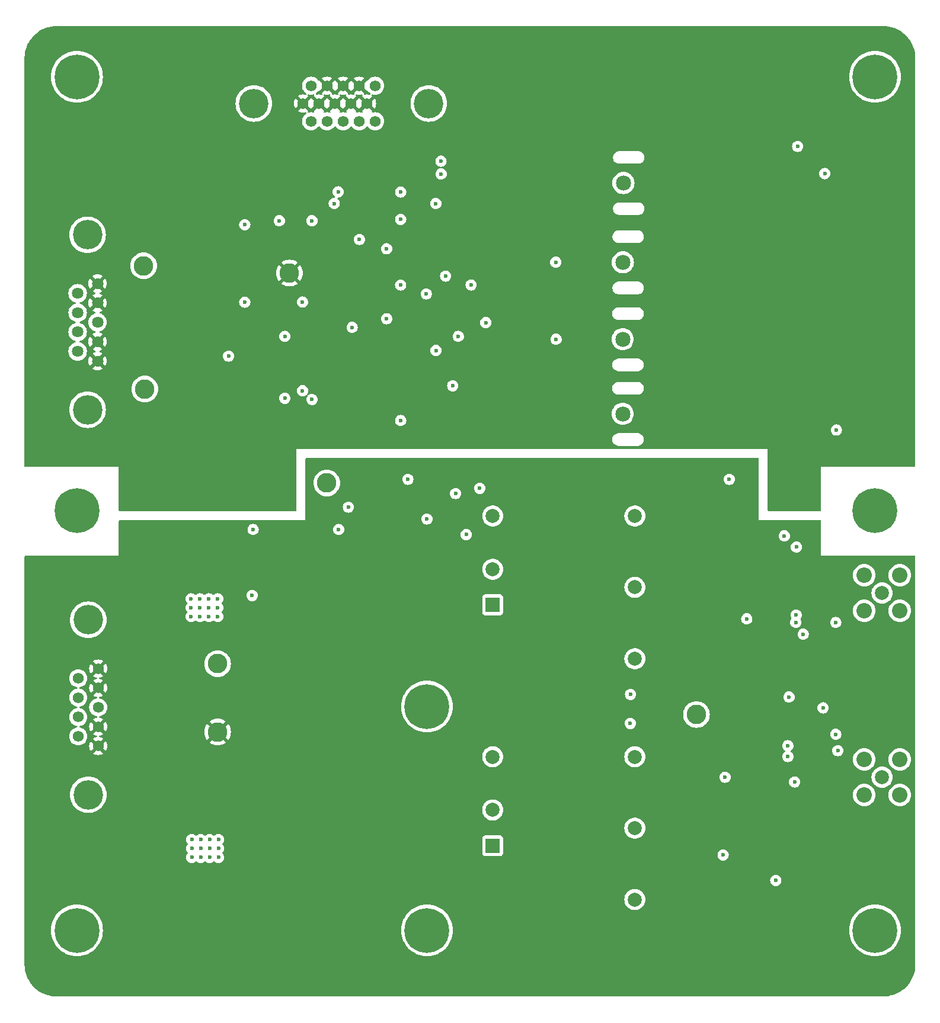
<source format=gbr>
%TF.GenerationSoftware,KiCad,Pcbnew,8.0.6*%
%TF.CreationDate,2025-05-15T16:07:21-04:00*%
%TF.ProjectId,2 - COLD_TPC_P25M5,32202d20-434f-44c4-945f-5450435f5032,rev?*%
%TF.SameCoordinates,Original*%
%TF.FileFunction,Copper,L9,Inr*%
%TF.FilePolarity,Positive*%
%FSLAX46Y46*%
G04 Gerber Fmt 4.6, Leading zero omitted, Abs format (unit mm)*
G04 Created by KiCad (PCBNEW 8.0.6) date 2025-05-15 16:07:21*
%MOMM*%
%LPD*%
G01*
G04 APERTURE LIST*
%TA.AperFunction,ComponentPad*%
%ADD10C,2.800000*%
%TD*%
%TA.AperFunction,ComponentPad*%
%ADD11C,6.400000*%
%TD*%
%TA.AperFunction,ComponentPad*%
%ADD12R,2.000000X2.000000*%
%TD*%
%TA.AperFunction,ComponentPad*%
%ADD13C,2.000000*%
%TD*%
%TA.AperFunction,ComponentPad*%
%ADD14C,2.159000*%
%TD*%
%TA.AperFunction,ComponentPad*%
%ADD15C,1.560000*%
%TD*%
%TA.AperFunction,ComponentPad*%
%ADD16C,4.216000*%
%TD*%
%TA.AperFunction,ComponentPad*%
%ADD17C,1.575000*%
%TD*%
%TA.AperFunction,ComponentPad*%
%ADD18C,1.635000*%
%TD*%
%TA.AperFunction,ComponentPad*%
%ADD19C,2.006600*%
%TD*%
%TA.AperFunction,ComponentPad*%
%ADD20C,2.209800*%
%TD*%
%TA.AperFunction,ViaPad*%
%ADD21C,0.600000*%
%TD*%
G04 APERTURE END LIST*
D10*
%TO.N,/SEC_PWR_RTN*%
%TO.C,+12V_RTN1*%
X155090000Y-149640000D03*
%TD*%
D11*
%TO.N,CHASSIS*%
%TO.C,H5*%
X135000000Y-56000000D03*
%TD*%
%TO.N,CHASSIS*%
%TO.C,H7*%
X249000000Y-118000000D03*
%TD*%
%TO.N,CHASSIS*%
%TO.C,H6*%
X249000000Y-178000000D03*
%TD*%
%TO.N,CHASSIS*%
%TO.C,H3*%
X185000000Y-146000000D03*
%TD*%
D12*
%TO.N,/SiPM/SiPM_LV_Supply/SiPM_LV1/V_POS*%
%TO.C,U4*%
X194395000Y-131470000D03*
D13*
%TO.N,/SiPM/SiPM_LV_Supply/SiPM_LV1/V_RTN*%
X194395000Y-126370000D03*
%TO.N,/SiPM/SiPM_LV_Supply/SiPM_LV/V_Out_RTN*%
X214695000Y-139170000D03*
%TO.N,/SiPM/SiPM_LV_Supply/SiPM_LV1/TRIM*%
X214695000Y-128970000D03*
%TO.N,/SiPM/M5V*%
X214695000Y-118770000D03*
%TO.N,/SiPM/SiPM_LV_Supply/SiPM_LV/Enable*%
X194395000Y-118770000D03*
%TD*%
D14*
%TO.N,Net-(P1-Pad1)*%
%TO.C,P1*%
X212960000Y-93500000D03*
%TD*%
D10*
%TO.N,/P_SEC_TELEM_PWR*%
%TO.C,+5V1*%
X144520000Y-83000000D03*
%TD*%
D14*
%TO.N,Net-(M6-Pad3)*%
%TO.C,P4*%
X213060000Y-71180000D03*
%TD*%
%TO.N,Net-(P3-Pad1)*%
%TO.C,P3*%
X212970000Y-82510000D03*
%TD*%
D15*
%TO.N,/SEC_PWR_RTN*%
%TO.C,J1*%
X138030000Y-140575000D03*
X138030000Y-143345000D03*
%TO.N,unconnected-(J1-Pad3)*%
X138030000Y-146115000D03*
%TO.N,/SEC_PWR_RTN*%
X138030000Y-148885000D03*
X138030000Y-151655000D03*
%TO.N,/SEC_PWR_IN*%
X135190000Y-141960000D03*
X135190000Y-144730000D03*
X135190000Y-147500000D03*
X135190000Y-150270000D03*
D16*
%TO.N,CHASSIS*%
X136610000Y-133615000D03*
X136610000Y-158615000D03*
%TD*%
D10*
%TO.N,/SiPM/SiPM_LV_Supply/SiPM_LV/Enable*%
%TO.C,V_{EN}1*%
X170690000Y-114050000D03*
%TD*%
D17*
%TO.N,/SiPM_LV_Enable-*%
%TO.C,J3*%
X168434000Y-62350000D03*
%TO.N,/SiPM_LV_Enable+*%
X170724000Y-62350000D03*
%TO.N,/P2p5V_TELEM*%
X173014000Y-62350000D03*
%TO.N,/M5p0V_Telem*%
X175304000Y-62350000D03*
%TO.N,/P2p5_I_MON*%
X177594000Y-62350000D03*
%TO.N,/SEC_PWR_TELEM_RTN*%
X167289000Y-59810000D03*
X169579000Y-59810000D03*
X171869000Y-59810000D03*
X174159000Y-59810000D03*
X176449000Y-59810000D03*
%TO.N,/TEMP_TELEM*%
X168434000Y-57270000D03*
%TO.N,/SEC_PWR_TELEM_RTN*%
X170724000Y-57270000D03*
X173014000Y-57270000D03*
X175304000Y-57270000D03*
%TO.N,/M5V_I_MON*%
X177594000Y-57270000D03*
D16*
%TO.N,CHASSIS*%
X185255000Y-59810000D03*
X160265000Y-59810000D03*
%TD*%
D18*
%TO.N,/SEC_PWR_TELEM_RTN*%
%TO.C,J2*%
X137933250Y-96630000D03*
X137933250Y-93860000D03*
%TO.N,unconnected-(J2-Pad3)*%
X137933250Y-91090000D03*
%TO.N,/SEC_PWR_TELEM_RTN*%
X137933250Y-88320000D03*
X137933250Y-85550000D03*
%TO.N,/N_SEC_TELEM_PWR*%
X135093250Y-95245000D03*
X135093250Y-92475000D03*
%TO.N,/P_SEC_TELEM_PWR*%
X135093250Y-89705000D03*
X135093250Y-86935000D03*
D16*
%TO.N,CHASSIS*%
X136513250Y-78590000D03*
X136513250Y-103590000D03*
%TD*%
D11*
%TO.N,CHASSIS*%
%TO.C,H8*%
X135000000Y-118000000D03*
%TD*%
D14*
%TO.N,Net-(M5-Pad3)*%
%TO.C,P2*%
X212960000Y-104170000D03*
%TD*%
D11*
%TO.N,CHASSIS*%
%TO.C,H4*%
X185000000Y-178000000D03*
%TD*%
D19*
%TO.N,/SiPM/SiPM_LV_m5p0V*%
%TO.C,J5*%
X250000000Y-129780000D03*
D20*
%TO.N,/SiPM/SiPM_LV_Supply/SiPM_LV/V_Out_RTN*%
X252540000Y-127240000D03*
X247460000Y-127240000D03*
X247460000Y-132320000D03*
X252540000Y-132320000D03*
%TD*%
D10*
%TO.N,/SEC_PWR_IN*%
%TO.C,+12V1*%
X155090000Y-139890000D03*
%TD*%
%TO.N,/N_SEC_TELEM_PWR*%
%TO.C,-5V1*%
X144690000Y-100630000D03*
%TD*%
D19*
%TO.N,/SiPM/SiPM_LV_p2p5V*%
%TO.C,J4*%
X250000000Y-156110000D03*
D20*
%TO.N,/SiPM/SiPM_LV_Supply/SiPM_LV/V_Out_RTN*%
X252540000Y-153570000D03*
X247460000Y-153570000D03*
X247460000Y-158650000D03*
X252540000Y-158650000D03*
%TD*%
D11*
%TO.N,CHASSIS*%
%TO.C,H2*%
X135000000Y-178000000D03*
%TD*%
%TO.N,CHASSIS*%
%TO.C,H1*%
X249000000Y-56000000D03*
%TD*%
D12*
%TO.N,/SiPM/SiPM_LV_Supply/SiPM_LV/V_POS*%
%TO.C,U3*%
X194387500Y-165890000D03*
D13*
%TO.N,/SiPM/SiPM_LV_Supply/SiPM_LV/V_RTN*%
X194387500Y-160790000D03*
%TO.N,/SiPM/SiPM_LV_Supply/SiPM_LV/V_Out*%
X214687500Y-173590000D03*
%TO.N,/SiPM/SiPM_LV_Supply/SiPM_LV/TRIM*%
X214687500Y-163390000D03*
%TO.N,/SiPM/SiPM_LV_Supply/SiPM_LV/V_Out_RTN*%
X214687500Y-153190000D03*
%TO.N,/SiPM/SiPM_LV_Supply/SiPM_LV/Enable*%
X194387500Y-153190000D03*
%TD*%
D10*
%TO.N,/SEC_PWR_TELEM_RTN*%
%TO.C,Telem_RTN1*%
X165350000Y-84050000D03*
%TD*%
%TO.N,/SiPM/SiPM_LV_Supply/SiPM_LV/V_Out_RTN*%
%TO.C,V_{OUT_RTN}1*%
X223490000Y-147150000D03*
%TD*%
D21*
%TO.N,/SiPM/pV3p3*%
X237680000Y-133980000D03*
X181240000Y-105120000D03*
X181240000Y-76390000D03*
X243400000Y-133990000D03*
X243480000Y-106490000D03*
X181240000Y-72460000D03*
X172310000Y-72450000D03*
X181234150Y-85760000D03*
X243400000Y-149970000D03*
X236550000Y-151610000D03*
X158970000Y-77145000D03*
%TO.N,/SEC_PWR_RTN*%
X154017500Y-158820000D03*
X177800000Y-152400000D03*
X147320000Y-152400000D03*
X213360000Y-111760000D03*
X218440000Y-177800000D03*
X243840000Y-177800000D03*
X147320000Y-167640000D03*
X238760000Y-121920000D03*
X223520000Y-142240000D03*
X152400000Y-137160000D03*
X233680000Y-177800000D03*
X147320000Y-162560000D03*
X147320000Y-132080000D03*
X152635000Y-126775000D03*
X152747500Y-160090000D03*
X218440000Y-116840000D03*
X151365000Y-125505000D03*
X198120000Y-111760000D03*
X208280000Y-182880000D03*
X238760000Y-177800000D03*
X248920000Y-182880000D03*
X193040000Y-177800000D03*
X198120000Y-177800000D03*
X157480000Y-162560000D03*
X172720000Y-172720000D03*
X177800000Y-177800000D03*
X178250000Y-112050000D03*
X142240000Y-157480000D03*
X157480000Y-177800000D03*
X198120000Y-147320000D03*
X182880000Y-152400000D03*
X153905000Y-125505000D03*
X172720000Y-182880000D03*
X152400000Y-147320000D03*
X152400000Y-142240000D03*
X233680000Y-172720000D03*
X238760000Y-182880000D03*
X167640000Y-172720000D03*
X152400000Y-177800000D03*
X152400000Y-152400000D03*
X167640000Y-147320000D03*
X152747500Y-158820000D03*
X155175000Y-124235000D03*
X147320000Y-121920000D03*
X167640000Y-142240000D03*
X167640000Y-137160000D03*
X187960000Y-182880000D03*
X155287500Y-161360000D03*
X132080000Y-182880000D03*
X223520000Y-111760000D03*
X157480000Y-147320000D03*
X172720000Y-152400000D03*
X151365000Y-126775000D03*
X157480000Y-152400000D03*
X198120000Y-182880000D03*
X167640000Y-157480000D03*
X208280000Y-111760000D03*
X187960000Y-157480000D03*
X228600000Y-182880000D03*
X142240000Y-152400000D03*
X208280000Y-177800000D03*
X132080000Y-172720000D03*
X137160000Y-172720000D03*
X248920000Y-162560000D03*
X233680000Y-147320000D03*
X162560000Y-147320000D03*
X132080000Y-127000000D03*
X151477500Y-161360000D03*
X187960000Y-172720000D03*
X233680000Y-137160000D03*
X147320000Y-157480000D03*
X182880000Y-172720000D03*
X218440000Y-137160000D03*
X151477500Y-160090000D03*
X218440000Y-147320000D03*
X142240000Y-182880000D03*
X243840000Y-172720000D03*
X157480000Y-157480000D03*
X193040000Y-147320000D03*
X157480000Y-121920000D03*
X228600000Y-177800000D03*
X147320000Y-177800000D03*
X177800000Y-182880000D03*
X233680000Y-142240000D03*
X142240000Y-167640000D03*
X137160000Y-162560000D03*
X154017500Y-160090000D03*
X180140000Y-112050000D03*
X137160000Y-127000000D03*
X177800000Y-116840000D03*
X177800000Y-147320000D03*
X162560000Y-121920000D03*
X152747500Y-161360000D03*
X223520000Y-182880000D03*
X142240000Y-137160000D03*
X213360000Y-177800000D03*
X218440000Y-152400000D03*
X152400000Y-121920000D03*
X132080000Y-162560000D03*
X162560000Y-182880000D03*
X203200000Y-111760000D03*
X147320000Y-172720000D03*
X142240000Y-147320000D03*
X203200000Y-147320000D03*
X162560000Y-142240000D03*
X203200000Y-182880000D03*
X172720000Y-142240000D03*
X162560000Y-172720000D03*
X157480000Y-182880000D03*
X137160000Y-167640000D03*
X213360000Y-182880000D03*
X152400000Y-182880000D03*
X154017500Y-161360000D03*
X155175000Y-126775000D03*
X147320000Y-182880000D03*
X162560000Y-162560000D03*
X157480000Y-137160000D03*
X147320000Y-137160000D03*
X167640000Y-152400000D03*
X132080000Y-167640000D03*
X228600000Y-111760000D03*
X142240000Y-142240000D03*
X172720000Y-111760000D03*
X153905000Y-126775000D03*
X248920000Y-172720000D03*
X172720000Y-147320000D03*
X223520000Y-177800000D03*
X243840000Y-182880000D03*
X137160000Y-182880000D03*
X218440000Y-111760000D03*
X167640000Y-182880000D03*
X155287500Y-160090000D03*
X218440000Y-182880000D03*
X203200000Y-177800000D03*
X142240000Y-162560000D03*
X153905000Y-124235000D03*
X162560000Y-137160000D03*
X177800000Y-142240000D03*
X223520000Y-152400000D03*
X248920000Y-142240000D03*
X172720000Y-137160000D03*
X223520000Y-116840000D03*
X208280000Y-147320000D03*
X152635000Y-124235000D03*
X238760000Y-172720000D03*
X147320000Y-142240000D03*
X184980000Y-117850000D03*
X142240000Y-177800000D03*
X223520000Y-157480000D03*
X151477500Y-158820000D03*
X152635000Y-125505000D03*
X248920000Y-147320000D03*
X142240000Y-172720000D03*
X218440000Y-142240000D03*
X182880000Y-182880000D03*
X233680000Y-182880000D03*
X167640000Y-121920000D03*
X238760000Y-142240000D03*
X228600000Y-172720000D03*
X243840000Y-162560000D03*
X193040000Y-182880000D03*
X162560000Y-157480000D03*
X243840000Y-167640000D03*
X223520000Y-137160000D03*
X151365000Y-124235000D03*
X182880000Y-116840000D03*
X162560000Y-152400000D03*
X157480000Y-172720000D03*
X142240000Y-132080000D03*
X172720000Y-162560000D03*
X187960000Y-152400000D03*
X147320000Y-127000000D03*
X238760000Y-137160000D03*
X142240000Y-127000000D03*
X142240000Y-121920000D03*
X157480000Y-142240000D03*
X147320000Y-147320000D03*
X177800000Y-172720000D03*
X155175000Y-125505000D03*
X155287500Y-158820000D03*
X248920000Y-167640000D03*
%TO.N,CHASSIS*%
X214040000Y-148430000D03*
X214078000Y-144272000D03*
%TO.N,/SEC_PWR_TELEM_RTN*%
X198120000Y-50800000D03*
X132080000Y-60960000D03*
X152400000Y-55880000D03*
X203200000Y-96520000D03*
X147320000Y-76200000D03*
X203200000Y-86360000D03*
X228600000Y-101600000D03*
X223520000Y-60960000D03*
X243840000Y-91440000D03*
X223520000Y-50800000D03*
X248920000Y-66040000D03*
X198774150Y-80690000D03*
X208280000Y-50800000D03*
X228600000Y-60960000D03*
X238760000Y-60960000D03*
X243840000Y-50800000D03*
X243840000Y-60960000D03*
X213360000Y-55880000D03*
X157480000Y-66040000D03*
X248920000Y-101600000D03*
X157480000Y-71120000D03*
X157480000Y-116840000D03*
X152400000Y-116840000D03*
X203200000Y-106680000D03*
X218440000Y-101600000D03*
X238760000Y-111760000D03*
X233680000Y-91440000D03*
X147320000Y-50800000D03*
X248920000Y-91440000D03*
X218440000Y-86360000D03*
X177434150Y-80580000D03*
X228600000Y-86360000D03*
X223520000Y-101600000D03*
X198120000Y-106680000D03*
X172720000Y-81280000D03*
X142240000Y-71120000D03*
X142240000Y-76200000D03*
X162560000Y-86360000D03*
X162560000Y-76200000D03*
X153260000Y-94345000D03*
X218440000Y-60960000D03*
X198120000Y-101600000D03*
X193040000Y-60960000D03*
X162560000Y-111760000D03*
X233680000Y-50800000D03*
X147320000Y-60960000D03*
X243840000Y-86360000D03*
X147320000Y-106680000D03*
X172720000Y-96520000D03*
X218440000Y-91440000D03*
X233680000Y-60960000D03*
X233680000Y-101600000D03*
X147320000Y-66040000D03*
X152400000Y-111760000D03*
X218440000Y-81280000D03*
X228600000Y-55880000D03*
X203200000Y-101600000D03*
X236550000Y-153160000D03*
X213360000Y-50800000D03*
X223520000Y-76200000D03*
X228600000Y-71120000D03*
X223520000Y-86360000D03*
X218440000Y-50800000D03*
X162560000Y-81280000D03*
X147320000Y-116840000D03*
X248920000Y-81280000D03*
X243840000Y-55880000D03*
X203200000Y-91440000D03*
X152240000Y-77120000D03*
X223520000Y-81280000D03*
X243840000Y-101600000D03*
X194129150Y-97274800D03*
X198120000Y-76200000D03*
X137160000Y-71120000D03*
X152400000Y-66040000D03*
X233680000Y-86360000D03*
X178250000Y-107630000D03*
X233680000Y-55880000D03*
X208280000Y-60960000D03*
X236050000Y-121620000D03*
X132080000Y-71120000D03*
X142240000Y-106680000D03*
X243690000Y-152310000D03*
X203200000Y-60960000D03*
X137160000Y-60960000D03*
X172310000Y-70370000D03*
X176630000Y-85760000D03*
X142240000Y-50800000D03*
X168540000Y-106950000D03*
X159900000Y-106580000D03*
X243840000Y-96520000D03*
X150980000Y-101385000D03*
X157480000Y-111760000D03*
X193040000Y-55880000D03*
X150680000Y-81065000D03*
X203200000Y-55880000D03*
X213360000Y-60960000D03*
X132080000Y-66040000D03*
X162560000Y-106680000D03*
X193040000Y-50800000D03*
X233680000Y-60960000D03*
X193040000Y-71120000D03*
X198120000Y-71120000D03*
X243840000Y-71120000D03*
X155600000Y-89765000D03*
X223520000Y-91440000D03*
X177800000Y-96520000D03*
X228600000Y-91440000D03*
X142240000Y-91440000D03*
X162560000Y-66040000D03*
X248920000Y-76200000D03*
X142240000Y-96520000D03*
X233680000Y-71120000D03*
X237740000Y-132930000D03*
X142240000Y-66040000D03*
X238760000Y-55880000D03*
X172720000Y-91440000D03*
X142240000Y-60960000D03*
X223520000Y-96520000D03*
X248920000Y-106680000D03*
X182880000Y-96520000D03*
X193184150Y-80420000D03*
X152400000Y-106680000D03*
X152400000Y-50800000D03*
X198120000Y-60960000D03*
X228600000Y-96520000D03*
X248920000Y-86360000D03*
X152400000Y-71120000D03*
X243840000Y-66040000D03*
X142240000Y-111760000D03*
X233680000Y-76200000D03*
X172720000Y-106680000D03*
X180140000Y-107630000D03*
X248920000Y-50800000D03*
X198120000Y-55880000D03*
X177800000Y-71120000D03*
X233680000Y-96520000D03*
X230680000Y-133480000D03*
X162560000Y-91440000D03*
X147320000Y-91440000D03*
X203200000Y-71120000D03*
X161820000Y-94695000D03*
X198120000Y-86360000D03*
X142240000Y-55880000D03*
X203200000Y-76200000D03*
X183380000Y-99790000D03*
X137160000Y-66040000D03*
X147320000Y-55880000D03*
X233680000Y-81280000D03*
X238760000Y-50800000D03*
X218440000Y-71120000D03*
X243840000Y-81280000D03*
X218440000Y-55880000D03*
X228600000Y-50800000D03*
X198120000Y-91440000D03*
X248920000Y-96520000D03*
X208280000Y-55880000D03*
X218440000Y-96520000D03*
X195264150Y-91120000D03*
X248920000Y-60960000D03*
X177800000Y-76200000D03*
X162560000Y-116840000D03*
X223520000Y-55880000D03*
X196164150Y-85750000D03*
X147320000Y-111760000D03*
X152400000Y-60960000D03*
X193040000Y-76200000D03*
X187960000Y-76200000D03*
X142240000Y-116840000D03*
X147320000Y-71120000D03*
X162560000Y-71120000D03*
X228600000Y-76200000D03*
X172720000Y-86360000D03*
X147320000Y-96520000D03*
X203200000Y-50800000D03*
X223520000Y-71120000D03*
X228600000Y-81280000D03*
X243840000Y-76200000D03*
X236720000Y-144650000D03*
X218440000Y-76200000D03*
X248920000Y-71120000D03*
%TO.N,/SEC_PWR_IN*%
X152667500Y-166300000D03*
X155115000Y-133150000D03*
X155207500Y-167570000D03*
X153845000Y-130610000D03*
X151305000Y-130610000D03*
X155207500Y-165030000D03*
X153937500Y-165030000D03*
X152667500Y-167570000D03*
X151305000Y-131880000D03*
X153937500Y-167570000D03*
X153845000Y-131880000D03*
X152575000Y-131880000D03*
X151397500Y-167570000D03*
X151397500Y-166300000D03*
X152575000Y-130610000D03*
X152667500Y-165030000D03*
X151305000Y-133150000D03*
X155207500Y-166300000D03*
X153845000Y-133150000D03*
X155115000Y-131880000D03*
X152575000Y-133150000D03*
X151397500Y-165030000D03*
X153937500Y-166300000D03*
X160020000Y-130140000D03*
X160160000Y-120700000D03*
X155115000Y-130610000D03*
%TO.N,Net-(M2-Pad1)*%
X189080000Y-115560000D03*
X173770000Y-117510000D03*
%TO.N,/P2p5V_TELEM*%
X174310000Y-91820000D03*
%TO.N,/M5p0V_Telem*%
X175350000Y-79240000D03*
%TO.N,/TEMP_TELEM*%
X163910000Y-76580000D03*
X168570000Y-102120000D03*
X168570000Y-76570000D03*
%TO.N,Net-(C2-Pad2)*%
X241820000Y-69830000D03*
X187017482Y-69884549D03*
X241580000Y-146200000D03*
%TO.N,/SiPM/P2p5V*%
X187654150Y-84480000D03*
X228180000Y-113530000D03*
X184894150Y-87030000D03*
X182270000Y-113530000D03*
X237515000Y-156785000D03*
%TO.N,/SiPM/M5V*%
X192540000Y-114820000D03*
X179230000Y-90580000D03*
X193394150Y-91130000D03*
X179234150Y-80580000D03*
%TO.N,Net-(U9-OUT)*%
X238740000Y-135680000D03*
%TO.N,Net-(C31-Pad2)*%
X237950000Y-65950000D03*
X237770000Y-123210000D03*
X187000000Y-68050000D03*
%TO.N,/SiPM/SiPM_LV_Supply/SiPM_LV/Enable*%
X184990000Y-119200000D03*
X190600000Y-121430000D03*
X172390000Y-120700000D03*
%TO.N,/P_SEC_TELEM_PWR*%
X203440000Y-93510000D03*
X188670000Y-100170000D03*
X203400000Y-82510200D03*
X167220000Y-88200000D03*
X158971400Y-88205000D03*
X167220000Y-100870000D03*
%TO.N,/SiPM/SiPM_LV_Supply/SiPM_LV_Enable*%
X186280000Y-95110000D03*
X171750000Y-74110000D03*
X186260000Y-74110000D03*
%TO.N,/SiPM/nV3p3*%
X164690000Y-93100000D03*
X164690000Y-101940000D03*
X189480000Y-93100000D03*
X191304150Y-85750000D03*
%TO.N,/N_SEC_TELEM_PWR*%
X156660000Y-95925000D03*
%TO.N,/SiPM/SiPM_LV_Supply/SiPM_LV/V_Out_RTN*%
X227570000Y-156111400D03*
X234827500Y-170857500D03*
X227300000Y-167231400D03*
%TD*%
%TA.AperFunction,Conductor*%
%TO.N,/SEC_PWR_RTN*%
G36*
X232353039Y-110509685D02*
G01*
X232398794Y-110562489D01*
X232410000Y-110614000D01*
X232410000Y-119380000D01*
X241176000Y-119380000D01*
X241243039Y-119399685D01*
X241288794Y-119452489D01*
X241300000Y-119504000D01*
X241300000Y-124460000D01*
X254645500Y-124460000D01*
X254712539Y-124479685D01*
X254758294Y-124532489D01*
X254769500Y-124584000D01*
X254769500Y-182877293D01*
X254769382Y-182882702D01*
X254752310Y-183273723D01*
X254751367Y-183284500D01*
X254700634Y-183669848D01*
X254698756Y-183680501D01*
X254614628Y-184059978D01*
X254611828Y-184070427D01*
X254494949Y-184441120D01*
X254491249Y-184451285D01*
X254342507Y-184810381D01*
X254337935Y-184820185D01*
X254158465Y-185164942D01*
X254153057Y-185174310D01*
X253944213Y-185502130D01*
X253938008Y-185510991D01*
X253701394Y-185819353D01*
X253694440Y-185827640D01*
X253431853Y-186114204D01*
X253424204Y-186121853D01*
X253137640Y-186384440D01*
X253129353Y-186391394D01*
X252820991Y-186628008D01*
X252812130Y-186634213D01*
X252484310Y-186843057D01*
X252474942Y-186848465D01*
X252130185Y-187027935D01*
X252120381Y-187032507D01*
X251761285Y-187181249D01*
X251751120Y-187184949D01*
X251380427Y-187301828D01*
X251369978Y-187304628D01*
X250990501Y-187388756D01*
X250979848Y-187390634D01*
X250594500Y-187441367D01*
X250583723Y-187442310D01*
X250192703Y-187459382D01*
X250187294Y-187459500D01*
X132082706Y-187459500D01*
X132077297Y-187459382D01*
X131686276Y-187442310D01*
X131675501Y-187441367D01*
X131586792Y-187429688D01*
X131290151Y-187390634D01*
X131279498Y-187388756D01*
X130900021Y-187304628D01*
X130889572Y-187301828D01*
X130518879Y-187184949D01*
X130508714Y-187181249D01*
X130149618Y-187032507D01*
X130139814Y-187027935D01*
X129795057Y-186848465D01*
X129785689Y-186843057D01*
X129457869Y-186634213D01*
X129449008Y-186628008D01*
X129140646Y-186391394D01*
X129132359Y-186384440D01*
X128845795Y-186121853D01*
X128838146Y-186114204D01*
X128575559Y-185827640D01*
X128568605Y-185819353D01*
X128331991Y-185510991D01*
X128325786Y-185502130D01*
X128116942Y-185174310D01*
X128111534Y-185164942D01*
X127932064Y-184820185D01*
X127927492Y-184810381D01*
X127778744Y-184451270D01*
X127775055Y-184441135D01*
X127658168Y-184070416D01*
X127655374Y-184059990D01*
X127571241Y-183680493D01*
X127569365Y-183669848D01*
X127518630Y-183284477D01*
X127517690Y-183273742D01*
X127500618Y-182882701D01*
X127500500Y-182877293D01*
X127500500Y-177999999D01*
X131294422Y-177999999D01*
X131294422Y-178000000D01*
X131314722Y-178387339D01*
X131375397Y-178770427D01*
X131375397Y-178770429D01*
X131475788Y-179145094D01*
X131614787Y-179507197D01*
X131790877Y-179852793D01*
X132002122Y-180178082D01*
X132002124Y-180178084D01*
X132246219Y-180479516D01*
X132520484Y-180753781D01*
X132520488Y-180753784D01*
X132821917Y-180997877D01*
X133147206Y-181209122D01*
X133147211Y-181209125D01*
X133492806Y-181385214D01*
X133854913Y-181524214D01*
X134229567Y-181624602D01*
X134612662Y-181685278D01*
X134978576Y-181704455D01*
X134999999Y-181705578D01*
X135000000Y-181705578D01*
X135000001Y-181705578D01*
X135020301Y-181704514D01*
X135387338Y-181685278D01*
X135770433Y-181624602D01*
X136145087Y-181524214D01*
X136507194Y-181385214D01*
X136852789Y-181209125D01*
X137178084Y-180997876D01*
X137479516Y-180753781D01*
X137753781Y-180479516D01*
X137997876Y-180178084D01*
X138209125Y-179852789D01*
X138385214Y-179507194D01*
X138524214Y-179145087D01*
X138624602Y-178770433D01*
X138685278Y-178387338D01*
X138705578Y-178000000D01*
X138705578Y-177999999D01*
X181294422Y-177999999D01*
X181294422Y-178000000D01*
X181314722Y-178387339D01*
X181375397Y-178770427D01*
X181375397Y-178770429D01*
X181475788Y-179145094D01*
X181614787Y-179507197D01*
X181790877Y-179852793D01*
X182002122Y-180178082D01*
X182002124Y-180178084D01*
X182246219Y-180479516D01*
X182520484Y-180753781D01*
X182520488Y-180753784D01*
X182821917Y-180997877D01*
X183147206Y-181209122D01*
X183147211Y-181209125D01*
X183492806Y-181385214D01*
X183854913Y-181524214D01*
X184229567Y-181624602D01*
X184612662Y-181685278D01*
X184978576Y-181704455D01*
X184999999Y-181705578D01*
X185000000Y-181705578D01*
X185000001Y-181705578D01*
X185020301Y-181704514D01*
X185387338Y-181685278D01*
X185770433Y-181624602D01*
X186145087Y-181524214D01*
X186507194Y-181385214D01*
X186852789Y-181209125D01*
X187178084Y-180997876D01*
X187479516Y-180753781D01*
X187753781Y-180479516D01*
X187997876Y-180178084D01*
X188209125Y-179852789D01*
X188385214Y-179507194D01*
X188524214Y-179145087D01*
X188624602Y-178770433D01*
X188685278Y-178387338D01*
X188705578Y-178000000D01*
X188705578Y-177999999D01*
X245294422Y-177999999D01*
X245294422Y-178000000D01*
X245314722Y-178387339D01*
X245375397Y-178770427D01*
X245375397Y-178770429D01*
X245475788Y-179145094D01*
X245614787Y-179507197D01*
X245790877Y-179852793D01*
X246002122Y-180178082D01*
X246002124Y-180178084D01*
X246246219Y-180479516D01*
X246520484Y-180753781D01*
X246520488Y-180753784D01*
X246821917Y-180997877D01*
X247147206Y-181209122D01*
X247147211Y-181209125D01*
X247492806Y-181385214D01*
X247854913Y-181524214D01*
X248229567Y-181624602D01*
X248612662Y-181685278D01*
X248978576Y-181704455D01*
X248999999Y-181705578D01*
X249000000Y-181705578D01*
X249000001Y-181705578D01*
X249020301Y-181704514D01*
X249387338Y-181685278D01*
X249770433Y-181624602D01*
X250145087Y-181524214D01*
X250507194Y-181385214D01*
X250852789Y-181209125D01*
X251178084Y-180997876D01*
X251479516Y-180753781D01*
X251753781Y-180479516D01*
X251997876Y-180178084D01*
X252209125Y-179852789D01*
X252385214Y-179507194D01*
X252524214Y-179145087D01*
X252624602Y-178770433D01*
X252685278Y-178387338D01*
X252705578Y-178000000D01*
X252685278Y-177612662D01*
X252624602Y-177229567D01*
X252524214Y-176854913D01*
X252385214Y-176492806D01*
X252209125Y-176147211D01*
X251997876Y-175821916D01*
X251753781Y-175520484D01*
X251479516Y-175246219D01*
X251178084Y-175002124D01*
X251178082Y-175002122D01*
X250852793Y-174790877D01*
X250507197Y-174614787D01*
X250145094Y-174475788D01*
X250145087Y-174475786D01*
X249770433Y-174375398D01*
X249770429Y-174375397D01*
X249770428Y-174375397D01*
X249387339Y-174314722D01*
X249000001Y-174294422D01*
X248999999Y-174294422D01*
X248612660Y-174314722D01*
X248229572Y-174375397D01*
X248229570Y-174375397D01*
X247854905Y-174475788D01*
X247492802Y-174614787D01*
X247147206Y-174790877D01*
X246821917Y-175002122D01*
X246520488Y-175246215D01*
X246520480Y-175246222D01*
X246246222Y-175520480D01*
X246246215Y-175520488D01*
X246002122Y-175821917D01*
X245790877Y-176147206D01*
X245614787Y-176492802D01*
X245475788Y-176854905D01*
X245375397Y-177229570D01*
X245375397Y-177229572D01*
X245314722Y-177612660D01*
X245294422Y-177999999D01*
X188705578Y-177999999D01*
X188685278Y-177612662D01*
X188624602Y-177229567D01*
X188524214Y-176854913D01*
X188385214Y-176492806D01*
X188209125Y-176147211D01*
X187997876Y-175821916D01*
X187753781Y-175520484D01*
X187479516Y-175246219D01*
X187178084Y-175002124D01*
X187178082Y-175002122D01*
X186852793Y-174790877D01*
X186507197Y-174614787D01*
X186145094Y-174475788D01*
X186145087Y-174475786D01*
X185770433Y-174375398D01*
X185770429Y-174375397D01*
X185770428Y-174375397D01*
X185387339Y-174314722D01*
X185000001Y-174294422D01*
X184999999Y-174294422D01*
X184612660Y-174314722D01*
X184229572Y-174375397D01*
X184229570Y-174375397D01*
X183854905Y-174475788D01*
X183492802Y-174614787D01*
X183147206Y-174790877D01*
X182821917Y-175002122D01*
X182520488Y-175246215D01*
X182520480Y-175246222D01*
X182246222Y-175520480D01*
X182246215Y-175520488D01*
X182002122Y-175821917D01*
X181790877Y-176147206D01*
X181614787Y-176492802D01*
X181475788Y-176854905D01*
X181375397Y-177229570D01*
X181375397Y-177229572D01*
X181314722Y-177612660D01*
X181294422Y-177999999D01*
X138705578Y-177999999D01*
X138685278Y-177612662D01*
X138624602Y-177229567D01*
X138524214Y-176854913D01*
X138385214Y-176492806D01*
X138209125Y-176147211D01*
X137997876Y-175821916D01*
X137753781Y-175520484D01*
X137479516Y-175246219D01*
X137178084Y-175002124D01*
X137178082Y-175002122D01*
X136852793Y-174790877D01*
X136507197Y-174614787D01*
X136145094Y-174475788D01*
X136145087Y-174475786D01*
X135770433Y-174375398D01*
X135770429Y-174375397D01*
X135770428Y-174375397D01*
X135387339Y-174314722D01*
X135000001Y-174294422D01*
X134999999Y-174294422D01*
X134612660Y-174314722D01*
X134229572Y-174375397D01*
X134229570Y-174375397D01*
X133854905Y-174475788D01*
X133492802Y-174614787D01*
X133147206Y-174790877D01*
X132821917Y-175002122D01*
X132520488Y-175246215D01*
X132520480Y-175246222D01*
X132246222Y-175520480D01*
X132246215Y-175520488D01*
X132002122Y-175821917D01*
X131790877Y-176147206D01*
X131614787Y-176492802D01*
X131475788Y-176854905D01*
X131375397Y-177229570D01*
X131375397Y-177229572D01*
X131314722Y-177612660D01*
X131294422Y-177999999D01*
X127500500Y-177999999D01*
X127500500Y-173589994D01*
X213181857Y-173589994D01*
X213181857Y-173590005D01*
X213202390Y-173837812D01*
X213202392Y-173837824D01*
X213263436Y-174078881D01*
X213363326Y-174306606D01*
X213499333Y-174514782D01*
X213499336Y-174514785D01*
X213667756Y-174697738D01*
X213863991Y-174850474D01*
X214082690Y-174968828D01*
X214317886Y-175049571D01*
X214563165Y-175090500D01*
X214811835Y-175090500D01*
X215057114Y-175049571D01*
X215292310Y-174968828D01*
X215511009Y-174850474D01*
X215707244Y-174697738D01*
X215875664Y-174514785D01*
X216011673Y-174306607D01*
X216111563Y-174078881D01*
X216172608Y-173837821D01*
X216193143Y-173590000D01*
X216172608Y-173342179D01*
X216111563Y-173101119D01*
X216011673Y-172873393D01*
X215875666Y-172665217D01*
X215854057Y-172641744D01*
X215707244Y-172482262D01*
X215511009Y-172329526D01*
X215511007Y-172329525D01*
X215511006Y-172329524D01*
X215292311Y-172211172D01*
X215292302Y-172211169D01*
X215057116Y-172130429D01*
X214811835Y-172089500D01*
X214563165Y-172089500D01*
X214317883Y-172130429D01*
X214082697Y-172211169D01*
X214082688Y-172211172D01*
X213863993Y-172329524D01*
X213667757Y-172482261D01*
X213499333Y-172665217D01*
X213363326Y-172873393D01*
X213263436Y-173101118D01*
X213202392Y-173342175D01*
X213202390Y-173342187D01*
X213181857Y-173589994D01*
X127500500Y-173589994D01*
X127500500Y-170857496D01*
X234021935Y-170857496D01*
X234021935Y-170857503D01*
X234042130Y-171036749D01*
X234042131Y-171036754D01*
X234101711Y-171207023D01*
X234197684Y-171359762D01*
X234325238Y-171487316D01*
X234477978Y-171583289D01*
X234648245Y-171642868D01*
X234648250Y-171642869D01*
X234827496Y-171663065D01*
X234827500Y-171663065D01*
X234827504Y-171663065D01*
X235006749Y-171642869D01*
X235006752Y-171642868D01*
X235006755Y-171642868D01*
X235177022Y-171583289D01*
X235329762Y-171487316D01*
X235457316Y-171359762D01*
X235553289Y-171207022D01*
X235612868Y-171036755D01*
X235633065Y-170857500D01*
X235612868Y-170678245D01*
X235553289Y-170507978D01*
X235457316Y-170355238D01*
X235329762Y-170227684D01*
X235177023Y-170131711D01*
X235006754Y-170072131D01*
X235006749Y-170072130D01*
X234827504Y-170051935D01*
X234827496Y-170051935D01*
X234648250Y-170072130D01*
X234648245Y-170072131D01*
X234477976Y-170131711D01*
X234325237Y-170227684D01*
X234197684Y-170355237D01*
X234101711Y-170507976D01*
X234042131Y-170678245D01*
X234042130Y-170678250D01*
X234021935Y-170857496D01*
X127500500Y-170857496D01*
X127500500Y-165029996D01*
X150591935Y-165029996D01*
X150591935Y-165030003D01*
X150612130Y-165209249D01*
X150612131Y-165209254D01*
X150671711Y-165379523D01*
X150767684Y-165532262D01*
X150767685Y-165532263D01*
X150812741Y-165577320D01*
X150846225Y-165638643D01*
X150841240Y-165708335D01*
X150812741Y-165752680D01*
X150767684Y-165797737D01*
X150671711Y-165950476D01*
X150612131Y-166120745D01*
X150612130Y-166120750D01*
X150591935Y-166299996D01*
X150591935Y-166300003D01*
X150612130Y-166479249D01*
X150612131Y-166479254D01*
X150671711Y-166649523D01*
X150767684Y-166802262D01*
X150767685Y-166802263D01*
X150812741Y-166847320D01*
X150846225Y-166908643D01*
X150841240Y-166978335D01*
X150812741Y-167022680D01*
X150767684Y-167067737D01*
X150671711Y-167220476D01*
X150612131Y-167390745D01*
X150612130Y-167390750D01*
X150591935Y-167569996D01*
X150591935Y-167570003D01*
X150612130Y-167749249D01*
X150612131Y-167749254D01*
X150671711Y-167919523D01*
X150732815Y-168016768D01*
X150767684Y-168072262D01*
X150895238Y-168199816D01*
X151047978Y-168295789D01*
X151218245Y-168355368D01*
X151218250Y-168355369D01*
X151397496Y-168375565D01*
X151397500Y-168375565D01*
X151397504Y-168375565D01*
X151576749Y-168355369D01*
X151576752Y-168355368D01*
X151576755Y-168355368D01*
X151747022Y-168295789D01*
X151899762Y-168199816D01*
X151944819Y-168154759D01*
X152006142Y-168121274D01*
X152075834Y-168126258D01*
X152120181Y-168154759D01*
X152165238Y-168199816D01*
X152317978Y-168295789D01*
X152488245Y-168355368D01*
X152488250Y-168355369D01*
X152667496Y-168375565D01*
X152667500Y-168375565D01*
X152667504Y-168375565D01*
X152846749Y-168355369D01*
X152846752Y-168355368D01*
X152846755Y-168355368D01*
X153017022Y-168295789D01*
X153169762Y-168199816D01*
X153214819Y-168154759D01*
X153276142Y-168121274D01*
X153345834Y-168126258D01*
X153390181Y-168154759D01*
X153435238Y-168199816D01*
X153587978Y-168295789D01*
X153758245Y-168355368D01*
X153758250Y-168355369D01*
X153937496Y-168375565D01*
X153937500Y-168375565D01*
X153937504Y-168375565D01*
X154116749Y-168355369D01*
X154116752Y-168355368D01*
X154116755Y-168355368D01*
X154287022Y-168295789D01*
X154439762Y-168199816D01*
X154484819Y-168154759D01*
X154546142Y-168121274D01*
X154615834Y-168126258D01*
X154660181Y-168154759D01*
X154705238Y-168199816D01*
X154857978Y-168295789D01*
X155028245Y-168355368D01*
X155028250Y-168355369D01*
X155207496Y-168375565D01*
X155207500Y-168375565D01*
X155207504Y-168375565D01*
X155386749Y-168355369D01*
X155386752Y-168355368D01*
X155386755Y-168355368D01*
X155557022Y-168295789D01*
X155709762Y-168199816D01*
X155837316Y-168072262D01*
X155933289Y-167919522D01*
X155992868Y-167749255D01*
X155994625Y-167733662D01*
X156013065Y-167570003D01*
X156013065Y-167569996D01*
X155992869Y-167390750D01*
X155992868Y-167390745D01*
X155942761Y-167247547D01*
X155933289Y-167220478D01*
X155837316Y-167067738D01*
X155792258Y-167022680D01*
X155758774Y-166961358D01*
X155763758Y-166891666D01*
X155792259Y-166847319D01*
X155837316Y-166802262D01*
X155933289Y-166649522D01*
X155992868Y-166479255D01*
X155992869Y-166479249D01*
X156013065Y-166300003D01*
X156013065Y-166299996D01*
X155992869Y-166120750D01*
X155992868Y-166120745D01*
X155933288Y-165950476D01*
X155894082Y-165888080D01*
X155837316Y-165797738D01*
X155792258Y-165752680D01*
X155758774Y-165691358D01*
X155763758Y-165621666D01*
X155792259Y-165577319D01*
X155837316Y-165532262D01*
X155933289Y-165379522D01*
X155992868Y-165209255D01*
X156013065Y-165030000D01*
X155997347Y-164890500D01*
X155992869Y-164850750D01*
X155992868Y-164850745D01*
X155989855Y-164842135D01*
X192887000Y-164842135D01*
X192887000Y-166937870D01*
X192887001Y-166937876D01*
X192893408Y-166997483D01*
X192943702Y-167132328D01*
X192943706Y-167132335D01*
X193029952Y-167247544D01*
X193029955Y-167247547D01*
X193145164Y-167333793D01*
X193145171Y-167333797D01*
X193280017Y-167384091D01*
X193280016Y-167384091D01*
X193286944Y-167384835D01*
X193339627Y-167390500D01*
X195435372Y-167390499D01*
X195494983Y-167384091D01*
X195629831Y-167333796D01*
X195745046Y-167247546D01*
X195757136Y-167231396D01*
X226494435Y-167231396D01*
X226494435Y-167231403D01*
X226514630Y-167410649D01*
X226514631Y-167410654D01*
X226574211Y-167580923D01*
X226670184Y-167733662D01*
X226797738Y-167861216D01*
X226950478Y-167957189D01*
X227120745Y-168016768D01*
X227120750Y-168016769D01*
X227299996Y-168036965D01*
X227300000Y-168036965D01*
X227300004Y-168036965D01*
X227479249Y-168016769D01*
X227479252Y-168016768D01*
X227479255Y-168016768D01*
X227649522Y-167957189D01*
X227802262Y-167861216D01*
X227929816Y-167733662D01*
X228025789Y-167580922D01*
X228085368Y-167410655D01*
X228087611Y-167390750D01*
X228105565Y-167231403D01*
X228105565Y-167231396D01*
X228085369Y-167052150D01*
X228085368Y-167052145D01*
X228066241Y-166997483D01*
X228025789Y-166881878D01*
X227929816Y-166729138D01*
X227802262Y-166601584D01*
X227649523Y-166505611D01*
X227479254Y-166446031D01*
X227479249Y-166446030D01*
X227300004Y-166425835D01*
X227299996Y-166425835D01*
X227120750Y-166446030D01*
X227120745Y-166446031D01*
X226950476Y-166505611D01*
X226797737Y-166601584D01*
X226670184Y-166729137D01*
X226574211Y-166881876D01*
X226514631Y-167052145D01*
X226514630Y-167052150D01*
X226494435Y-167231396D01*
X195757136Y-167231396D01*
X195831296Y-167132331D01*
X195881591Y-166997483D01*
X195888000Y-166937873D01*
X195887999Y-164842128D01*
X195881591Y-164782517D01*
X195876485Y-164768828D01*
X195831297Y-164647671D01*
X195831293Y-164647664D01*
X195745047Y-164532455D01*
X195745044Y-164532452D01*
X195629835Y-164446206D01*
X195629828Y-164446202D01*
X195494982Y-164395908D01*
X195494983Y-164395908D01*
X195435383Y-164389501D01*
X195435381Y-164389500D01*
X195435373Y-164389500D01*
X195435364Y-164389500D01*
X193339629Y-164389500D01*
X193339623Y-164389501D01*
X193280016Y-164395908D01*
X193145171Y-164446202D01*
X193145164Y-164446206D01*
X193029955Y-164532452D01*
X193029952Y-164532455D01*
X192943706Y-164647664D01*
X192943702Y-164647671D01*
X192893408Y-164782517D01*
X192887001Y-164842116D01*
X192887001Y-164842123D01*
X192887000Y-164842135D01*
X155989855Y-164842135D01*
X155933288Y-164680476D01*
X155894082Y-164618080D01*
X155837316Y-164527738D01*
X155709762Y-164400184D01*
X155692759Y-164389500D01*
X155557023Y-164304211D01*
X155386754Y-164244631D01*
X155386749Y-164244630D01*
X155207504Y-164224435D01*
X155207496Y-164224435D01*
X155028250Y-164244630D01*
X155028245Y-164244631D01*
X154857976Y-164304211D01*
X154705237Y-164400184D01*
X154660180Y-164445241D01*
X154598857Y-164478725D01*
X154529165Y-164473740D01*
X154484820Y-164445241D01*
X154439763Y-164400185D01*
X154439762Y-164400184D01*
X154287023Y-164304211D01*
X154116754Y-164244631D01*
X154116749Y-164244630D01*
X153937504Y-164224435D01*
X153937496Y-164224435D01*
X153758250Y-164244630D01*
X153758245Y-164244631D01*
X153587976Y-164304211D01*
X153435237Y-164400184D01*
X153390180Y-164445241D01*
X153328857Y-164478725D01*
X153259165Y-164473740D01*
X153214820Y-164445241D01*
X153169763Y-164400185D01*
X153169762Y-164400184D01*
X153017023Y-164304211D01*
X152846754Y-164244631D01*
X152846749Y-164244630D01*
X152667504Y-164224435D01*
X152667496Y-164224435D01*
X152488250Y-164244630D01*
X152488245Y-164244631D01*
X152317976Y-164304211D01*
X152165237Y-164400184D01*
X152120180Y-164445241D01*
X152058857Y-164478725D01*
X151989165Y-164473740D01*
X151944820Y-164445241D01*
X151899763Y-164400185D01*
X151899762Y-164400184D01*
X151747023Y-164304211D01*
X151576754Y-164244631D01*
X151576749Y-164244630D01*
X151397504Y-164224435D01*
X151397496Y-164224435D01*
X151218250Y-164244630D01*
X151218245Y-164244631D01*
X151047976Y-164304211D01*
X150895237Y-164400184D01*
X150767684Y-164527737D01*
X150671711Y-164680476D01*
X150612131Y-164850745D01*
X150612130Y-164850750D01*
X150591935Y-165029996D01*
X127500500Y-165029996D01*
X127500500Y-163389994D01*
X213181857Y-163389994D01*
X213181857Y-163390005D01*
X213202390Y-163637812D01*
X213202392Y-163637824D01*
X213263436Y-163878881D01*
X213363326Y-164106606D01*
X213499333Y-164314782D01*
X213499336Y-164314785D01*
X213667756Y-164497738D01*
X213863991Y-164650474D01*
X214082690Y-164768828D01*
X214317886Y-164849571D01*
X214563165Y-164890500D01*
X214811835Y-164890500D01*
X215057114Y-164849571D01*
X215292310Y-164768828D01*
X215511009Y-164650474D01*
X215707244Y-164497738D01*
X215875664Y-164314785D01*
X216011673Y-164106607D01*
X216111563Y-163878881D01*
X216172608Y-163637821D01*
X216193143Y-163390000D01*
X216172608Y-163142179D01*
X216111563Y-162901119D01*
X216011673Y-162673393D01*
X215875666Y-162465217D01*
X215854057Y-162441744D01*
X215707244Y-162282262D01*
X215511009Y-162129526D01*
X215511007Y-162129525D01*
X215511006Y-162129524D01*
X215292311Y-162011172D01*
X215292302Y-162011169D01*
X215057116Y-161930429D01*
X214811835Y-161889500D01*
X214563165Y-161889500D01*
X214317883Y-161930429D01*
X214082697Y-162011169D01*
X214082688Y-162011172D01*
X213863993Y-162129524D01*
X213667757Y-162282261D01*
X213499333Y-162465217D01*
X213363326Y-162673393D01*
X213263436Y-162901118D01*
X213202392Y-163142175D01*
X213202390Y-163142187D01*
X213181857Y-163389994D01*
X127500500Y-163389994D01*
X127500500Y-158615000D01*
X133996732Y-158615000D01*
X134015785Y-158929989D01*
X134015785Y-158929994D01*
X134015786Y-158929995D01*
X134072669Y-159240396D01*
X134072670Y-159240400D01*
X134072671Y-159240404D01*
X134166545Y-159541659D01*
X134166549Y-159541670D01*
X134166550Y-159541673D01*
X134166552Y-159541678D01*
X134229824Y-159682262D01*
X134296066Y-159829446D01*
X134459326Y-160099510D01*
X134653943Y-160347920D01*
X134877079Y-160571056D01*
X135125489Y-160765673D01*
X135125492Y-160765675D01*
X135125495Y-160765677D01*
X135395554Y-160928934D01*
X135683322Y-161058448D01*
X135683332Y-161058451D01*
X135683340Y-161058454D01*
X135884176Y-161121036D01*
X135984604Y-161152331D01*
X136295005Y-161209214D01*
X136610000Y-161228268D01*
X136924995Y-161209214D01*
X137235396Y-161152331D01*
X137536678Y-161058448D01*
X137824446Y-160928934D01*
X138054280Y-160789994D01*
X192881857Y-160789994D01*
X192881857Y-160790005D01*
X192902390Y-161037812D01*
X192902392Y-161037824D01*
X192963436Y-161278881D01*
X193063326Y-161506606D01*
X193199333Y-161714782D01*
X193199336Y-161714785D01*
X193367756Y-161897738D01*
X193563991Y-162050474D01*
X193782690Y-162168828D01*
X194017886Y-162249571D01*
X194263165Y-162290500D01*
X194511835Y-162290500D01*
X194757114Y-162249571D01*
X194992310Y-162168828D01*
X195211009Y-162050474D01*
X195407244Y-161897738D01*
X195575664Y-161714785D01*
X195711673Y-161506607D01*
X195811563Y-161278881D01*
X195872608Y-161037821D01*
X195893143Y-160790000D01*
X195891127Y-160765673D01*
X195872609Y-160542187D01*
X195872607Y-160542175D01*
X195811563Y-160301118D01*
X195711673Y-160073393D01*
X195575666Y-159865217D01*
X195505225Y-159788698D01*
X195407244Y-159682262D01*
X195211009Y-159529526D01*
X195211007Y-159529525D01*
X195211006Y-159529524D01*
X194992311Y-159411172D01*
X194992302Y-159411169D01*
X194757116Y-159330429D01*
X194511835Y-159289500D01*
X194263165Y-159289500D01*
X194017883Y-159330429D01*
X193782697Y-159411169D01*
X193782688Y-159411172D01*
X193563993Y-159529524D01*
X193367757Y-159682261D01*
X193199333Y-159865217D01*
X193063326Y-160073393D01*
X192963436Y-160301118D01*
X192902392Y-160542175D01*
X192902390Y-160542187D01*
X192881857Y-160789994D01*
X138054280Y-160789994D01*
X138094505Y-160765677D01*
X138342917Y-160571059D01*
X138566059Y-160347917D01*
X138760677Y-160099505D01*
X138923934Y-159829446D01*
X139053448Y-159541678D01*
X139147331Y-159240396D01*
X139204214Y-158929995D01*
X139221151Y-158650000D01*
X245849636Y-158650000D01*
X245869461Y-158901912D01*
X245928452Y-159147630D01*
X246025154Y-159381090D01*
X246157184Y-159596542D01*
X246157185Y-159596544D01*
X246157186Y-159596546D01*
X246157188Y-159596548D01*
X246321301Y-159788699D01*
X246513452Y-159952812D01*
X246513454Y-159952813D01*
X246513455Y-159952814D01*
X246513457Y-159952815D01*
X246728909Y-160084845D01*
X246962369Y-160181547D01*
X247023798Y-160196294D01*
X247208084Y-160240538D01*
X247460000Y-160260364D01*
X247711916Y-160240538D01*
X247957630Y-160181547D01*
X248191090Y-160084845D01*
X248406548Y-159952812D01*
X248598699Y-159788699D01*
X248762812Y-159596548D01*
X248894845Y-159381090D01*
X248991547Y-159147630D01*
X249050538Y-158901916D01*
X249070364Y-158650000D01*
X250929636Y-158650000D01*
X250949461Y-158901912D01*
X251008452Y-159147630D01*
X251105154Y-159381090D01*
X251237184Y-159596542D01*
X251237185Y-159596544D01*
X251237186Y-159596546D01*
X251237188Y-159596548D01*
X251401301Y-159788699D01*
X251593452Y-159952812D01*
X251593454Y-159952813D01*
X251593455Y-159952814D01*
X251593457Y-159952815D01*
X251808909Y-160084845D01*
X252042369Y-160181547D01*
X252103798Y-160196294D01*
X252288084Y-160240538D01*
X252540000Y-160260364D01*
X252791916Y-160240538D01*
X253037630Y-160181547D01*
X253271090Y-160084845D01*
X253486548Y-159952812D01*
X253678699Y-159788699D01*
X253842812Y-159596548D01*
X253974845Y-159381090D01*
X254071547Y-159147630D01*
X254130538Y-158901916D01*
X254150364Y-158650000D01*
X254130538Y-158398084D01*
X254071547Y-158152370D01*
X254004128Y-157989604D01*
X253974845Y-157918909D01*
X253842815Y-157703457D01*
X253842814Y-157703455D01*
X253842813Y-157703454D01*
X253842812Y-157703452D01*
X253678699Y-157511301D01*
X253486548Y-157347188D01*
X253486546Y-157347186D01*
X253486544Y-157347185D01*
X253486542Y-157347184D01*
X253271090Y-157215154D01*
X253037630Y-157118452D01*
X252791912Y-157059461D01*
X252791913Y-157059461D01*
X252540000Y-157039636D01*
X252288087Y-157059461D01*
X252042369Y-157118452D01*
X251808909Y-157215154D01*
X251593457Y-157347184D01*
X251593455Y-157347185D01*
X251401301Y-157511301D01*
X251237185Y-157703455D01*
X251237184Y-157703457D01*
X251105154Y-157918909D01*
X251008452Y-158152369D01*
X250949461Y-158398087D01*
X250929636Y-158650000D01*
X249070364Y-158650000D01*
X249050538Y-158398084D01*
X248991547Y-158152370D01*
X248924128Y-157989604D01*
X248894845Y-157918909D01*
X248762815Y-157703457D01*
X248762814Y-157703455D01*
X248762813Y-157703454D01*
X248762812Y-157703452D01*
X248598699Y-157511301D01*
X248406548Y-157347188D01*
X248406546Y-157347186D01*
X248406544Y-157347185D01*
X248406542Y-157347184D01*
X248191090Y-157215154D01*
X247957630Y-157118452D01*
X247711912Y-157059461D01*
X247711913Y-157059461D01*
X247460000Y-157039636D01*
X247208087Y-157059461D01*
X246962369Y-157118452D01*
X246728909Y-157215154D01*
X246513457Y-157347184D01*
X246513455Y-157347185D01*
X246321301Y-157511301D01*
X246157185Y-157703455D01*
X246157184Y-157703457D01*
X246025154Y-157918909D01*
X245928452Y-158152369D01*
X245869461Y-158398087D01*
X245849636Y-158650000D01*
X139221151Y-158650000D01*
X139223268Y-158615000D01*
X139204214Y-158300005D01*
X139147331Y-157989604D01*
X139116036Y-157889176D01*
X139053454Y-157688340D01*
X139053450Y-157688329D01*
X139053448Y-157688322D01*
X138923934Y-157400554D01*
X138760677Y-157130495D01*
X138760675Y-157130492D01*
X138760673Y-157130489D01*
X138566056Y-156882079D01*
X138342920Y-156658943D01*
X138094510Y-156464326D01*
X137824446Y-156301066D01*
X137801314Y-156290655D01*
X137536678Y-156171552D01*
X137536673Y-156171550D01*
X137536670Y-156171549D01*
X137536659Y-156171545D01*
X137343632Y-156111396D01*
X226764435Y-156111396D01*
X226764435Y-156111403D01*
X226784630Y-156290649D01*
X226784631Y-156290654D01*
X226844211Y-156460923D01*
X226916605Y-156576136D01*
X226940184Y-156613662D01*
X227067738Y-156741216D01*
X227220478Y-156837189D01*
X227348766Y-156882079D01*
X227390745Y-156896768D01*
X227390750Y-156896769D01*
X227569996Y-156916965D01*
X227570000Y-156916965D01*
X227570004Y-156916965D01*
X227749249Y-156896769D01*
X227749252Y-156896768D01*
X227749255Y-156896768D01*
X227919522Y-156837189D01*
X228002587Y-156784996D01*
X236709435Y-156784996D01*
X236709435Y-156785003D01*
X236729630Y-156964249D01*
X236729631Y-156964254D01*
X236789211Y-157134523D01*
X236815672Y-157176635D01*
X236885184Y-157287262D01*
X237012738Y-157414816D01*
X237165478Y-157510789D01*
X237335745Y-157570368D01*
X237335750Y-157570369D01*
X237514996Y-157590565D01*
X237515000Y-157590565D01*
X237515004Y-157590565D01*
X237694249Y-157570369D01*
X237694252Y-157570368D01*
X237694255Y-157570368D01*
X237864522Y-157510789D01*
X238017262Y-157414816D01*
X238144816Y-157287262D01*
X238240789Y-157134522D01*
X238300368Y-156964255D01*
X238300369Y-156964249D01*
X238320565Y-156785003D01*
X238320565Y-156784996D01*
X238300369Y-156605750D01*
X238300368Y-156605745D01*
X238250882Y-156464323D01*
X238240789Y-156435478D01*
X238144816Y-156282738D01*
X238017262Y-156155184D01*
X237947585Y-156111403D01*
X237945352Y-156110000D01*
X248491550Y-156110000D01*
X248510122Y-156345977D01*
X248565378Y-156576136D01*
X248655960Y-156794822D01*
X248779634Y-156996640D01*
X248779635Y-156996641D01*
X248779636Y-156996643D01*
X248779638Y-156996645D01*
X248933365Y-157176635D01*
X249113355Y-157330362D01*
X249113357Y-157330363D01*
X249113358Y-157330364D01*
X249113359Y-157330365D01*
X249315177Y-157454039D01*
X249452185Y-157510789D01*
X249533863Y-157544621D01*
X249764026Y-157599878D01*
X250000000Y-157618450D01*
X250235974Y-157599878D01*
X250466137Y-157544621D01*
X250684822Y-157454039D01*
X250886645Y-157330362D01*
X251066635Y-157176635D01*
X251220362Y-156996645D01*
X251344039Y-156794822D01*
X251434621Y-156576137D01*
X251489878Y-156345974D01*
X251508450Y-156110000D01*
X251489878Y-155874026D01*
X251434621Y-155643863D01*
X251344039Y-155425177D01*
X251220365Y-155223359D01*
X251220364Y-155223358D01*
X251220363Y-155223357D01*
X251220362Y-155223355D01*
X251066635Y-155043365D01*
X250886645Y-154889638D01*
X250886643Y-154889636D01*
X250886641Y-154889635D01*
X250886640Y-154889634D01*
X250684822Y-154765960D01*
X250466136Y-154675378D01*
X250235977Y-154620122D01*
X250000000Y-154601550D01*
X249764022Y-154620122D01*
X249533863Y-154675378D01*
X249315177Y-154765960D01*
X249113359Y-154889634D01*
X249113358Y-154889635D01*
X248933365Y-155043365D01*
X248779635Y-155223358D01*
X248779634Y-155223359D01*
X248655960Y-155425177D01*
X248565378Y-155643863D01*
X248510122Y-155874022D01*
X248491550Y-156110000D01*
X237945352Y-156110000D01*
X237864523Y-156059211D01*
X237694254Y-155999631D01*
X237694249Y-155999630D01*
X237515004Y-155979435D01*
X237514996Y-155979435D01*
X237335750Y-155999630D01*
X237335745Y-155999631D01*
X237165476Y-156059211D01*
X237012737Y-156155184D01*
X236885184Y-156282737D01*
X236789211Y-156435476D01*
X236729631Y-156605745D01*
X236729630Y-156605750D01*
X236709435Y-156784996D01*
X228002587Y-156784996D01*
X228072262Y-156741216D01*
X228199816Y-156613662D01*
X228295789Y-156460922D01*
X228355368Y-156290655D01*
X228368788Y-156171549D01*
X228375565Y-156111403D01*
X228375565Y-156111396D01*
X228355369Y-155932150D01*
X228355368Y-155932145D01*
X228295788Y-155761876D01*
X228199815Y-155609137D01*
X228072262Y-155481584D01*
X227919523Y-155385611D01*
X227749254Y-155326031D01*
X227749249Y-155326030D01*
X227570004Y-155305835D01*
X227569996Y-155305835D01*
X227390750Y-155326030D01*
X227390745Y-155326031D01*
X227220476Y-155385611D01*
X227067737Y-155481584D01*
X226940184Y-155609137D01*
X226844211Y-155761876D01*
X226784631Y-155932145D01*
X226784630Y-155932150D01*
X226764435Y-156111396D01*
X137343632Y-156111396D01*
X137235404Y-156077671D01*
X137235400Y-156077670D01*
X137235396Y-156077669D01*
X136924995Y-156020786D01*
X136924994Y-156020785D01*
X136924989Y-156020785D01*
X136610000Y-156001732D01*
X136295010Y-156020785D01*
X136295005Y-156020786D01*
X135984604Y-156077669D01*
X135984601Y-156077669D01*
X135984595Y-156077671D01*
X135683340Y-156171545D01*
X135683329Y-156171549D01*
X135395553Y-156301066D01*
X135125489Y-156464326D01*
X134877079Y-156658943D01*
X134653943Y-156882079D01*
X134459326Y-157130489D01*
X134296066Y-157400553D01*
X134166549Y-157688329D01*
X134166545Y-157688340D01*
X134072671Y-157989595D01*
X134015785Y-158300010D01*
X133996732Y-158615000D01*
X127500500Y-158615000D01*
X127500500Y-153189994D01*
X192881857Y-153189994D01*
X192881857Y-153190005D01*
X192902390Y-153437812D01*
X192902392Y-153437824D01*
X192963436Y-153678881D01*
X193063326Y-153906606D01*
X193199333Y-154114782D01*
X193199336Y-154114785D01*
X193367756Y-154297738D01*
X193563991Y-154450474D01*
X193782690Y-154568828D01*
X194017886Y-154649571D01*
X194263165Y-154690500D01*
X194511835Y-154690500D01*
X194757114Y-154649571D01*
X194992310Y-154568828D01*
X195211009Y-154450474D01*
X195407244Y-154297738D01*
X195575664Y-154114785D01*
X195711673Y-153906607D01*
X195811563Y-153678881D01*
X195872608Y-153437821D01*
X195872609Y-153437812D01*
X195893143Y-153190005D01*
X195893143Y-153189994D01*
X213181857Y-153189994D01*
X213181857Y-153190005D01*
X213202390Y-153437812D01*
X213202392Y-153437824D01*
X213263436Y-153678881D01*
X213363326Y-153906606D01*
X213499333Y-154114782D01*
X213499336Y-154114785D01*
X213667756Y-154297738D01*
X213863991Y-154450474D01*
X214082690Y-154568828D01*
X214317886Y-154649571D01*
X214563165Y-154690500D01*
X214811835Y-154690500D01*
X215057114Y-154649571D01*
X215292310Y-154568828D01*
X215511009Y-154450474D01*
X215707244Y-154297738D01*
X215875664Y-154114785D01*
X216011673Y-153906607D01*
X216111563Y-153678881D01*
X216172608Y-153437821D01*
X216172609Y-153437812D01*
X216193143Y-153190005D01*
X216193143Y-153189994D01*
X216172609Y-152942187D01*
X216172607Y-152942175D01*
X216111563Y-152701118D01*
X216011673Y-152473393D01*
X215875666Y-152265217D01*
X215751880Y-152130750D01*
X215707244Y-152082262D01*
X215511009Y-151929526D01*
X215511007Y-151929525D01*
X215511006Y-151929524D01*
X215292311Y-151811172D01*
X215292302Y-151811169D01*
X215057116Y-151730429D01*
X214811835Y-151689500D01*
X214563165Y-151689500D01*
X214317883Y-151730429D01*
X214082697Y-151811169D01*
X214082688Y-151811172D01*
X213863993Y-151929524D01*
X213667757Y-152082261D01*
X213499333Y-152265217D01*
X213363326Y-152473393D01*
X213263436Y-152701118D01*
X213202392Y-152942175D01*
X213202390Y-152942187D01*
X213181857Y-153189994D01*
X195893143Y-153189994D01*
X195872609Y-152942187D01*
X195872607Y-152942175D01*
X195811563Y-152701118D01*
X195711673Y-152473393D01*
X195575666Y-152265217D01*
X195451880Y-152130750D01*
X195407244Y-152082262D01*
X195211009Y-151929526D01*
X195211007Y-151929525D01*
X195211006Y-151929524D01*
X194992311Y-151811172D01*
X194992302Y-151811169D01*
X194757116Y-151730429D01*
X194511835Y-151689500D01*
X194263165Y-151689500D01*
X194017883Y-151730429D01*
X193782697Y-151811169D01*
X193782688Y-151811172D01*
X193563993Y-151929524D01*
X193367757Y-152082261D01*
X193199333Y-152265217D01*
X193063326Y-152473393D01*
X192963436Y-152701118D01*
X192902392Y-152942175D01*
X192902390Y-152942187D01*
X192881857Y-153189994D01*
X127500500Y-153189994D01*
X127500500Y-141959998D01*
X133904609Y-141959998D01*
X133904609Y-141960001D01*
X133924136Y-142183200D01*
X133924137Y-142183208D01*
X133982126Y-142399625D01*
X133982127Y-142399627D01*
X133982128Y-142399630D01*
X134017640Y-142475786D01*
X134076819Y-142602696D01*
X134076821Y-142602700D01*
X134205329Y-142786228D01*
X134205334Y-142786234D01*
X134363765Y-142944665D01*
X134363771Y-142944670D01*
X134547299Y-143073178D01*
X134547301Y-143073179D01*
X134547304Y-143073181D01*
X134750370Y-143167872D01*
X134964414Y-143225225D01*
X135024074Y-143261590D01*
X135054603Y-143324437D01*
X135046308Y-143393813D01*
X135001823Y-143447691D01*
X134964415Y-143464774D01*
X134915230Y-143477953D01*
X134750374Y-143522126D01*
X134750368Y-143522129D01*
X134547306Y-143616818D01*
X134547304Y-143616819D01*
X134363764Y-143745334D01*
X134205334Y-143903764D01*
X134076819Y-144087304D01*
X134076818Y-144087306D01*
X133982129Y-144290368D01*
X133982126Y-144290374D01*
X133924137Y-144506791D01*
X133924136Y-144506799D01*
X133904609Y-144729998D01*
X133904609Y-144730001D01*
X133924136Y-144953200D01*
X133924137Y-144953208D01*
X133982126Y-145169625D01*
X133982127Y-145169627D01*
X133982128Y-145169630D01*
X134037683Y-145288768D01*
X134076819Y-145372696D01*
X134076821Y-145372700D01*
X134205329Y-145556228D01*
X134205334Y-145556234D01*
X134363765Y-145714665D01*
X134363771Y-145714670D01*
X134547299Y-145843178D01*
X134547301Y-145843179D01*
X134547304Y-145843181D01*
X134750370Y-145937872D01*
X134964414Y-145995225D01*
X135024074Y-146031590D01*
X135054603Y-146094437D01*
X135046308Y-146163813D01*
X135001823Y-146217691D01*
X134964415Y-146234774D01*
X134915230Y-146247953D01*
X134750374Y-146292126D01*
X134750368Y-146292129D01*
X134547306Y-146386818D01*
X134547304Y-146386819D01*
X134363764Y-146515334D01*
X134205334Y-146673764D01*
X134076819Y-146857304D01*
X134076818Y-146857306D01*
X133982129Y-147060368D01*
X133982126Y-147060374D01*
X133924137Y-147276791D01*
X133924136Y-147276799D01*
X133904609Y-147499998D01*
X133904609Y-147500001D01*
X133924136Y-147723200D01*
X133924137Y-147723208D01*
X133982126Y-147939625D01*
X133982127Y-147939627D01*
X133982128Y-147939630D01*
X134071515Y-148131321D01*
X134076819Y-148142696D01*
X134076821Y-148142700D01*
X134205329Y-148326228D01*
X134205334Y-148326234D01*
X134363765Y-148484665D01*
X134363771Y-148484670D01*
X134547299Y-148613178D01*
X134547301Y-148613179D01*
X134547304Y-148613181D01*
X134750370Y-148707872D01*
X134964414Y-148765225D01*
X135024074Y-148801590D01*
X135054603Y-148864437D01*
X135046308Y-148933813D01*
X135001823Y-148987691D01*
X134964415Y-149004774D01*
X134915230Y-149017953D01*
X134750374Y-149062126D01*
X134750368Y-149062129D01*
X134547306Y-149156818D01*
X134547304Y-149156819D01*
X134363764Y-149285334D01*
X134205334Y-149443764D01*
X134076819Y-149627304D01*
X134076818Y-149627306D01*
X133982129Y-149830368D01*
X133982126Y-149830374D01*
X133924137Y-150046791D01*
X133924136Y-150046799D01*
X133904609Y-150269998D01*
X133904609Y-150270001D01*
X133924136Y-150493200D01*
X133924137Y-150493208D01*
X133982126Y-150709625D01*
X133982127Y-150709627D01*
X133982128Y-150709630D01*
X134026336Y-150804435D01*
X134076819Y-150912696D01*
X134076821Y-150912700D01*
X134205329Y-151096228D01*
X134205334Y-151096234D01*
X134363765Y-151254665D01*
X134363771Y-151254670D01*
X134547299Y-151383178D01*
X134547301Y-151383179D01*
X134547304Y-151383181D01*
X134750370Y-151477872D01*
X134966794Y-151535863D01*
X135126226Y-151549811D01*
X135189998Y-151555391D01*
X135190000Y-151555391D01*
X135190002Y-151555391D01*
X135245801Y-151550509D01*
X135413206Y-151535863D01*
X135629630Y-151477872D01*
X135832696Y-151383181D01*
X136016233Y-151254667D01*
X136174667Y-151096233D01*
X136303181Y-150912696D01*
X136397872Y-150709630D01*
X136455863Y-150493206D01*
X136475391Y-150270000D01*
X136455863Y-150046794D01*
X136397872Y-149830370D01*
X136303181Y-149627305D01*
X136174667Y-149443767D01*
X136016233Y-149285333D01*
X136016229Y-149285330D01*
X136016228Y-149285329D01*
X135832700Y-149156821D01*
X135832696Y-149156819D01*
X135830485Y-149155788D01*
X135629630Y-149062128D01*
X135629626Y-149062127D01*
X135629622Y-149062125D01*
X135467179Y-149018599D01*
X135415585Y-149004774D01*
X135355925Y-148968410D01*
X135325396Y-148905563D01*
X135333691Y-148836188D01*
X135378176Y-148782310D01*
X135415584Y-148765225D01*
X135629630Y-148707872D01*
X135832696Y-148613181D01*
X136016233Y-148484667D01*
X136174667Y-148326233D01*
X136303181Y-148142696D01*
X136397872Y-147939630D01*
X136455863Y-147723206D01*
X136475391Y-147500000D01*
X136455863Y-147276794D01*
X136397872Y-147060370D01*
X136303181Y-146857305D01*
X136233434Y-146757696D01*
X136174668Y-146673768D01*
X136114099Y-146613199D01*
X136016233Y-146515333D01*
X136016229Y-146515330D01*
X136016228Y-146515329D01*
X135832700Y-146386821D01*
X135832696Y-146386819D01*
X135816462Y-146379249D01*
X135629630Y-146292128D01*
X135629626Y-146292127D01*
X135629622Y-146292125D01*
X135467884Y-146248788D01*
X135415585Y-146234774D01*
X135355925Y-146198410D01*
X135325396Y-146135563D01*
X135327855Y-146114998D01*
X136744609Y-146114998D01*
X136744609Y-146115001D01*
X136764136Y-146338200D01*
X136764137Y-146338208D01*
X136822126Y-146554625D01*
X136822127Y-146554627D01*
X136822128Y-146554630D01*
X136877683Y-146673768D01*
X136916819Y-146757696D01*
X136916821Y-146757700D01*
X137045329Y-146941228D01*
X137045334Y-146941234D01*
X137203765Y-147099665D01*
X137203771Y-147099670D01*
X137387299Y-147228178D01*
X137387301Y-147228179D01*
X137387304Y-147228181D01*
X137590370Y-147322872D01*
X137805379Y-147380484D01*
X137865039Y-147416848D01*
X137895568Y-147479695D01*
X137887273Y-147549070D01*
X137842788Y-147602948D01*
X137805379Y-147620033D01*
X137590547Y-147677597D01*
X137590540Y-147677600D01*
X137387556Y-147772253D01*
X137318887Y-147820334D01*
X137884260Y-148385707D01*
X137829288Y-148400437D01*
X137710713Y-148468896D01*
X137613896Y-148565713D01*
X137545437Y-148684288D01*
X137530707Y-148739260D01*
X136965334Y-148173887D01*
X136917253Y-148242556D01*
X136822600Y-148445540D01*
X136822596Y-148445549D01*
X136764632Y-148661875D01*
X136764630Y-148661886D01*
X136745111Y-148884997D01*
X136745111Y-148885002D01*
X136764630Y-149108113D01*
X136764632Y-149108124D01*
X136822596Y-149324450D01*
X136822600Y-149324459D01*
X136917252Y-149527443D01*
X136917253Y-149527445D01*
X136965334Y-149596112D01*
X137530707Y-149030739D01*
X137545437Y-149085712D01*
X137613896Y-149204287D01*
X137710713Y-149301104D01*
X137829288Y-149369563D01*
X137884259Y-149384292D01*
X137318886Y-149949664D01*
X137387555Y-149997746D01*
X137590540Y-150092399D01*
X137590546Y-150092402D01*
X137806344Y-150150225D01*
X137866004Y-150186590D01*
X137896533Y-150249437D01*
X137888238Y-150318813D01*
X137843753Y-150372690D01*
X137806344Y-150389775D01*
X137590546Y-150447597D01*
X137590540Y-150447600D01*
X137387556Y-150542253D01*
X137318887Y-150590334D01*
X137884260Y-151155707D01*
X137829288Y-151170437D01*
X137710713Y-151238896D01*
X137613896Y-151335713D01*
X137545437Y-151454288D01*
X137530707Y-151509260D01*
X136965334Y-150943887D01*
X136917253Y-151012556D01*
X136822600Y-151215540D01*
X136822596Y-151215549D01*
X136764632Y-151431875D01*
X136764630Y-151431886D01*
X136745111Y-151654997D01*
X136745111Y-151655002D01*
X136764630Y-151878113D01*
X136764632Y-151878124D01*
X136822596Y-152094450D01*
X136822600Y-152094459D01*
X136917252Y-152297443D01*
X136917253Y-152297445D01*
X136965334Y-152366112D01*
X137530707Y-151800739D01*
X137545437Y-151855712D01*
X137613896Y-151974287D01*
X137710713Y-152071104D01*
X137829288Y-152139563D01*
X137884259Y-152154292D01*
X137318886Y-152719664D01*
X137387555Y-152767746D01*
X137590540Y-152862399D01*
X137590549Y-152862403D01*
X137806875Y-152920367D01*
X137806886Y-152920369D01*
X138029998Y-152939889D01*
X138030002Y-152939889D01*
X138253113Y-152920369D01*
X138253124Y-152920367D01*
X138469450Y-152862403D01*
X138469459Y-152862399D01*
X138672445Y-152767746D01*
X138672451Y-152767742D01*
X138741112Y-152719665D01*
X138175739Y-152154292D01*
X138230712Y-152139563D01*
X138349287Y-152071104D01*
X138446104Y-151974287D01*
X138514563Y-151855712D01*
X138529292Y-151800739D01*
X139094665Y-152366112D01*
X139142742Y-152297451D01*
X139142746Y-152297445D01*
X139237399Y-152094459D01*
X139237403Y-152094450D01*
X139295367Y-151878124D01*
X139295369Y-151878113D01*
X139314889Y-151655002D01*
X139314889Y-151654997D01*
X139310952Y-151609996D01*
X235744435Y-151609996D01*
X235744435Y-151610003D01*
X235764630Y-151789249D01*
X235764631Y-151789254D01*
X235824211Y-151959523D01*
X235894323Y-152071104D01*
X235920184Y-152112262D01*
X236047738Y-152239816D01*
X236091300Y-152267188D01*
X236111700Y-152280006D01*
X236157991Y-152332341D01*
X236168639Y-152401395D01*
X236140264Y-152465243D01*
X236111700Y-152489994D01*
X236047737Y-152530184D01*
X235920184Y-152657737D01*
X235824211Y-152810476D01*
X235764631Y-152980745D01*
X235764630Y-152980750D01*
X235744435Y-153159996D01*
X235744435Y-153160003D01*
X235764630Y-153339249D01*
X235764631Y-153339254D01*
X235824211Y-153509523D01*
X235862212Y-153570000D01*
X235920184Y-153662262D01*
X236047738Y-153789816D01*
X236200478Y-153885789D01*
X236370745Y-153945368D01*
X236370750Y-153945369D01*
X236549996Y-153965565D01*
X236550000Y-153965565D01*
X236550004Y-153965565D01*
X236729249Y-153945369D01*
X236729252Y-153945368D01*
X236729255Y-153945368D01*
X236899522Y-153885789D01*
X237052262Y-153789816D01*
X237179816Y-153662262D01*
X237237788Y-153570000D01*
X245849636Y-153570000D01*
X245869461Y-153821912D01*
X245928452Y-154067630D01*
X246025154Y-154301090D01*
X246157184Y-154516542D01*
X246157185Y-154516544D01*
X246157186Y-154516546D01*
X246157188Y-154516548D01*
X246321301Y-154708699D01*
X246513452Y-154872812D01*
X246513454Y-154872813D01*
X246513455Y-154872814D01*
X246513457Y-154872815D01*
X246728909Y-155004845D01*
X246962369Y-155101547D01*
X247023798Y-155116294D01*
X247208084Y-155160538D01*
X247460000Y-155180364D01*
X247711916Y-155160538D01*
X247957630Y-155101547D01*
X248191090Y-155004845D01*
X248406548Y-154872812D01*
X248598699Y-154708699D01*
X248762812Y-154516548D01*
X248894845Y-154301090D01*
X248991547Y-154067630D01*
X249050538Y-153821916D01*
X249070364Y-153570000D01*
X250929636Y-153570000D01*
X250949461Y-153821912D01*
X251008452Y-154067630D01*
X251105154Y-154301090D01*
X251237184Y-154516542D01*
X251237185Y-154516544D01*
X251237186Y-154516546D01*
X251237188Y-154516548D01*
X251401301Y-154708699D01*
X251593452Y-154872812D01*
X251593454Y-154872813D01*
X251593455Y-154872814D01*
X251593457Y-154872815D01*
X251808909Y-155004845D01*
X252042369Y-155101547D01*
X252103798Y-155116294D01*
X252288084Y-155160538D01*
X252540000Y-155180364D01*
X252791916Y-155160538D01*
X253037630Y-155101547D01*
X253271090Y-155004845D01*
X253486548Y-154872812D01*
X253678699Y-154708699D01*
X253842812Y-154516548D01*
X253974845Y-154301090D01*
X254071547Y-154067630D01*
X254130538Y-153821916D01*
X254150364Y-153570000D01*
X254130538Y-153318084D01*
X254077069Y-153095369D01*
X254071547Y-153072369D01*
X253974845Y-152838909D01*
X253842815Y-152623457D01*
X253842814Y-152623455D01*
X253842813Y-152623454D01*
X253842812Y-152623452D01*
X253678699Y-152431301D01*
X253486548Y-152267188D01*
X253486546Y-152267186D01*
X253486544Y-152267185D01*
X253486542Y-152267184D01*
X253271090Y-152135154D01*
X253037630Y-152038452D01*
X252791912Y-151979461D01*
X252791913Y-151979461D01*
X252540000Y-151959636D01*
X252288087Y-151979461D01*
X252042369Y-152038452D01*
X251808909Y-152135154D01*
X251593457Y-152267184D01*
X251593455Y-152267185D01*
X251401301Y-152431301D01*
X251237185Y-152623455D01*
X251237184Y-152623457D01*
X251105154Y-152838909D01*
X251008452Y-153072369D01*
X250949461Y-153318087D01*
X250929636Y-153570000D01*
X249070364Y-153570000D01*
X249050538Y-153318084D01*
X248997069Y-153095369D01*
X248991547Y-153072369D01*
X248894845Y-152838909D01*
X248762815Y-152623457D01*
X248762814Y-152623455D01*
X248762813Y-152623454D01*
X248762812Y-152623452D01*
X248598699Y-152431301D01*
X248406548Y-152267188D01*
X248406546Y-152267186D01*
X248406544Y-152267185D01*
X248406542Y-152267184D01*
X248191090Y-152135154D01*
X247957630Y-152038452D01*
X247711912Y-151979461D01*
X247711913Y-151979461D01*
X247460000Y-151959636D01*
X247208087Y-151979461D01*
X246962369Y-152038452D01*
X246728909Y-152135154D01*
X246513457Y-152267184D01*
X246513455Y-152267185D01*
X246321301Y-152431301D01*
X246157185Y-152623455D01*
X246157184Y-152623457D01*
X246025154Y-152838909D01*
X245928452Y-153072369D01*
X245869461Y-153318087D01*
X245849636Y-153570000D01*
X237237788Y-153570000D01*
X237275789Y-153509522D01*
X237335368Y-153339255D01*
X237337753Y-153318087D01*
X237355565Y-153160003D01*
X237355565Y-153159996D01*
X237335369Y-152980750D01*
X237335368Y-152980745D01*
X237321046Y-152939815D01*
X237275789Y-152810478D01*
X237179816Y-152657738D01*
X237052262Y-152530184D01*
X236988297Y-152489992D01*
X236942008Y-152437660D01*
X236931359Y-152368606D01*
X236957406Y-152309996D01*
X242884435Y-152309996D01*
X242884435Y-152310003D01*
X242904630Y-152489249D01*
X242904631Y-152489254D01*
X242964211Y-152659523D01*
X243002001Y-152719665D01*
X243060184Y-152812262D01*
X243187738Y-152939816D01*
X243340478Y-153035789D01*
X243510745Y-153095368D01*
X243510750Y-153095369D01*
X243689996Y-153115565D01*
X243690000Y-153115565D01*
X243690004Y-153115565D01*
X243869249Y-153095369D01*
X243869252Y-153095368D01*
X243869255Y-153095368D01*
X244039522Y-153035789D01*
X244192262Y-152939816D01*
X244319816Y-152812262D01*
X244415789Y-152659522D01*
X244475368Y-152489255D01*
X244475369Y-152489249D01*
X244495565Y-152310003D01*
X244495565Y-152309996D01*
X244475369Y-152130750D01*
X244475368Y-152130745D01*
X244415789Y-151960478D01*
X244415188Y-151959522D01*
X244349960Y-151855712D01*
X244319816Y-151807738D01*
X244192262Y-151680184D01*
X244152182Y-151655000D01*
X244039523Y-151584211D01*
X243869254Y-151524631D01*
X243869249Y-151524630D01*
X243690004Y-151504435D01*
X243689996Y-151504435D01*
X243510750Y-151524630D01*
X243510745Y-151524631D01*
X243340476Y-151584211D01*
X243187737Y-151680184D01*
X243060184Y-151807737D01*
X242964211Y-151960476D01*
X242904631Y-152130745D01*
X242904630Y-152130750D01*
X242884435Y-152309996D01*
X236957406Y-152309996D01*
X236959734Y-152304758D01*
X236988296Y-152280008D01*
X237052262Y-152239816D01*
X237179816Y-152112262D01*
X237275789Y-151959522D01*
X237335368Y-151789255D01*
X237341996Y-151730429D01*
X237355565Y-151610003D01*
X237355565Y-151609996D01*
X237335369Y-151430750D01*
X237335368Y-151430745D01*
X237302115Y-151335713D01*
X237275789Y-151260478D01*
X237272136Y-151254665D01*
X237179815Y-151107737D01*
X237052262Y-150980184D01*
X236899523Y-150884211D01*
X236729254Y-150824631D01*
X236729249Y-150824630D01*
X236550004Y-150804435D01*
X236549996Y-150804435D01*
X236370750Y-150824630D01*
X236370745Y-150824631D01*
X236200476Y-150884211D01*
X236047737Y-150980184D01*
X235920184Y-151107737D01*
X235824211Y-151260476D01*
X235764631Y-151430745D01*
X235764630Y-151430750D01*
X235744435Y-151609996D01*
X139310952Y-151609996D01*
X139295369Y-151431886D01*
X139295367Y-151431875D01*
X139237403Y-151215549D01*
X139237399Y-151215540D01*
X139142747Y-151012557D01*
X139142746Y-151012555D01*
X139094664Y-150943887D01*
X139094664Y-150943886D01*
X138529292Y-151509259D01*
X138514563Y-151454288D01*
X138446104Y-151335713D01*
X138349287Y-151238896D01*
X138230712Y-151170437D01*
X138175740Y-151155707D01*
X138741112Y-150590334D01*
X138741112Y-150590333D01*
X138672445Y-150542253D01*
X138672443Y-150542252D01*
X138469459Y-150447600D01*
X138469450Y-150447596D01*
X138253656Y-150389775D01*
X138193995Y-150353410D01*
X138163466Y-150290563D01*
X138171761Y-150221188D01*
X138216246Y-150167310D01*
X138253656Y-150150225D01*
X138469450Y-150092403D01*
X138469459Y-150092399D01*
X138672445Y-149997746D01*
X138672451Y-149997742D01*
X138741112Y-149949665D01*
X138431445Y-149639998D01*
X153185147Y-149639998D01*
X153185147Y-149640001D01*
X153204536Y-149911090D01*
X153204537Y-149911097D01*
X153262305Y-150176654D01*
X153357285Y-150431306D01*
X153357287Y-150431310D01*
X153487532Y-150669835D01*
X153487537Y-150669843D01*
X153581321Y-150795123D01*
X153581322Y-150795124D01*
X154374153Y-150002293D01*
X154381049Y-150018942D01*
X154468599Y-150149970D01*
X154580030Y-150261401D01*
X154711058Y-150348951D01*
X154727705Y-150355846D01*
X153934874Y-151148676D01*
X154060163Y-151242466D01*
X154060164Y-151242467D01*
X154298689Y-151372712D01*
X154298693Y-151372714D01*
X154553345Y-151467694D01*
X154818902Y-151525462D01*
X154818909Y-151525463D01*
X155089999Y-151544853D01*
X155090001Y-151544853D01*
X155361090Y-151525463D01*
X155361097Y-151525462D01*
X155626654Y-151467694D01*
X155881306Y-151372714D01*
X155881310Y-151372712D01*
X156119844Y-151242462D01*
X156245123Y-151148677D01*
X156245124Y-151148676D01*
X155452294Y-150355846D01*
X155468942Y-150348951D01*
X155599970Y-150261401D01*
X155711401Y-150149970D01*
X155798951Y-150018942D01*
X155805846Y-150002294D01*
X156598676Y-150795124D01*
X156598677Y-150795123D01*
X156692462Y-150669844D01*
X156822712Y-150431310D01*
X156822714Y-150431306D01*
X156917694Y-150176654D01*
X156962649Y-149969996D01*
X242594435Y-149969996D01*
X242594435Y-149970003D01*
X242614630Y-150149249D01*
X242614631Y-150149254D01*
X242674211Y-150319523D01*
X242744452Y-150431310D01*
X242770184Y-150472262D01*
X242897738Y-150599816D01*
X243050478Y-150695789D01*
X243220745Y-150755368D01*
X243220750Y-150755369D01*
X243399996Y-150775565D01*
X243400000Y-150775565D01*
X243400004Y-150775565D01*
X243579249Y-150755369D01*
X243579252Y-150755368D01*
X243579255Y-150755368D01*
X243749522Y-150695789D01*
X243902262Y-150599816D01*
X244029816Y-150472262D01*
X244125789Y-150319522D01*
X244185368Y-150149255D01*
X244196912Y-150046799D01*
X244205565Y-149970003D01*
X244205565Y-149969996D01*
X244185369Y-149790750D01*
X244185368Y-149790745D01*
X244155567Y-149705578D01*
X244125789Y-149620478D01*
X244029816Y-149467738D01*
X243902262Y-149340184D01*
X243840067Y-149301104D01*
X243749523Y-149244211D01*
X243579254Y-149184631D01*
X243579249Y-149184630D01*
X243400004Y-149164435D01*
X243399996Y-149164435D01*
X243220750Y-149184630D01*
X243220745Y-149184631D01*
X243050476Y-149244211D01*
X242897737Y-149340184D01*
X242770184Y-149467737D01*
X242674211Y-149620476D01*
X242614631Y-149790745D01*
X242614630Y-149790750D01*
X242594435Y-149969996D01*
X156962649Y-149969996D01*
X156975462Y-149911097D01*
X156975463Y-149911090D01*
X156994853Y-149640001D01*
X156994853Y-149639998D01*
X156975463Y-149368909D01*
X156975462Y-149368902D01*
X156917694Y-149103345D01*
X156822714Y-148848693D01*
X156822712Y-148848689D01*
X156692467Y-148610164D01*
X156692466Y-148610163D01*
X156598676Y-148484874D01*
X155805846Y-149277704D01*
X155798951Y-149261058D01*
X155711401Y-149130030D01*
X155599970Y-149018599D01*
X155468942Y-148931049D01*
X155452294Y-148924153D01*
X156245124Y-148131322D01*
X156245123Y-148131321D01*
X156119843Y-148037537D01*
X156119835Y-148037532D01*
X155881310Y-147907287D01*
X155881306Y-147907285D01*
X155626654Y-147812305D01*
X155361097Y-147754537D01*
X155361090Y-147754536D01*
X155090001Y-147735147D01*
X155089999Y-147735147D01*
X154818909Y-147754536D01*
X154818902Y-147754537D01*
X154553345Y-147812305D01*
X154298693Y-147907285D01*
X154298689Y-147907287D01*
X154060164Y-148037532D01*
X154060156Y-148037537D01*
X153934875Y-148131321D01*
X153934874Y-148131322D01*
X154727705Y-148924153D01*
X154711058Y-148931049D01*
X154580030Y-149018599D01*
X154468599Y-149130030D01*
X154381049Y-149261058D01*
X154374153Y-149277705D01*
X153581322Y-148484874D01*
X153581321Y-148484875D01*
X153487537Y-148610156D01*
X153487532Y-148610164D01*
X153357287Y-148848689D01*
X153357285Y-148848693D01*
X153262305Y-149103345D01*
X153204537Y-149368902D01*
X153204536Y-149368909D01*
X153185147Y-149639998D01*
X138431445Y-149639998D01*
X138175739Y-149384292D01*
X138230712Y-149369563D01*
X138349287Y-149301104D01*
X138446104Y-149204287D01*
X138514563Y-149085712D01*
X138529292Y-149030739D01*
X139094665Y-149596112D01*
X139142742Y-149527451D01*
X139142746Y-149527445D01*
X139237399Y-149324459D01*
X139237403Y-149324450D01*
X139295367Y-149108124D01*
X139295369Y-149108113D01*
X139314889Y-148885002D01*
X139314889Y-148884997D01*
X139295369Y-148661886D01*
X139295367Y-148661875D01*
X139237403Y-148445549D01*
X139237399Y-148445540D01*
X139142747Y-148242557D01*
X139142746Y-148242555D01*
X139094664Y-148173887D01*
X139094664Y-148173886D01*
X138529292Y-148739259D01*
X138514563Y-148684288D01*
X138446104Y-148565713D01*
X138349287Y-148468896D01*
X138230712Y-148400437D01*
X138175740Y-148385707D01*
X138741112Y-147820334D01*
X138741112Y-147820333D01*
X138672445Y-147772253D01*
X138672443Y-147772252D01*
X138469459Y-147677600D01*
X138469453Y-147677597D01*
X138254620Y-147620033D01*
X138194960Y-147583668D01*
X138164431Y-147520821D01*
X138172726Y-147451445D01*
X138217211Y-147397567D01*
X138254616Y-147380485D01*
X138469630Y-147322872D01*
X138672696Y-147228181D01*
X138856233Y-147099667D01*
X139014667Y-146941233D01*
X139143181Y-146757696D01*
X139237872Y-146554630D01*
X139295863Y-146338206D01*
X139314963Y-146119891D01*
X139315391Y-146115001D01*
X139315391Y-146114998D01*
X139305330Y-145999999D01*
X181294422Y-145999999D01*
X181294422Y-146000000D01*
X181314722Y-146387339D01*
X181341218Y-146554630D01*
X181375398Y-146770433D01*
X181417025Y-146925789D01*
X181475788Y-147145094D01*
X181614787Y-147507197D01*
X181790877Y-147852793D01*
X182002122Y-148178082D01*
X182153486Y-148365000D01*
X182246219Y-148479516D01*
X182520484Y-148753781D01*
X182657133Y-148864437D01*
X182821917Y-148997877D01*
X183109495Y-149184632D01*
X183147211Y-149209125D01*
X183492806Y-149385214D01*
X183854913Y-149524214D01*
X184229567Y-149624602D01*
X184612662Y-149685278D01*
X184978576Y-149704455D01*
X184999999Y-149705578D01*
X185000000Y-149705578D01*
X185000001Y-149705578D01*
X185020301Y-149704514D01*
X185387338Y-149685278D01*
X185770433Y-149624602D01*
X186145087Y-149524214D01*
X186507194Y-149385214D01*
X186852789Y-149209125D01*
X187178084Y-148997876D01*
X187479516Y-148753781D01*
X187753781Y-148479516D01*
X187793882Y-148429996D01*
X213234435Y-148429996D01*
X213234435Y-148430003D01*
X213254630Y-148609249D01*
X213254631Y-148609254D01*
X213314211Y-148779523D01*
X213393408Y-148905563D01*
X213410184Y-148932262D01*
X213537738Y-149059816D01*
X213690478Y-149155789D01*
X213772901Y-149184630D01*
X213860745Y-149215368D01*
X213860750Y-149215369D01*
X214039996Y-149235565D01*
X214040000Y-149235565D01*
X214040004Y-149235565D01*
X214219249Y-149215369D01*
X214219252Y-149215368D01*
X214219255Y-149215368D01*
X214389522Y-149155789D01*
X214542262Y-149059816D01*
X214669816Y-148932262D01*
X214765789Y-148779522D01*
X214825368Y-148609255D01*
X214839382Y-148484875D01*
X214845565Y-148430003D01*
X214845565Y-148429996D01*
X214825369Y-148250750D01*
X214825368Y-148250745D01*
X214765788Y-148080476D01*
X214669815Y-147927737D01*
X214542262Y-147800184D01*
X214389523Y-147704211D01*
X214219254Y-147644631D01*
X214219249Y-147644630D01*
X214040004Y-147624435D01*
X214039996Y-147624435D01*
X213860750Y-147644630D01*
X213860745Y-147644631D01*
X213690476Y-147704211D01*
X213537737Y-147800184D01*
X213410184Y-147927737D01*
X213314211Y-148080476D01*
X213254631Y-148250745D01*
X213254630Y-148250750D01*
X213234435Y-148429996D01*
X187793882Y-148429996D01*
X187997876Y-148178084D01*
X188209125Y-147852789D01*
X188385214Y-147507194D01*
X188522329Y-147149998D01*
X221584645Y-147149998D01*
X221584645Y-147150001D01*
X221604039Y-147421160D01*
X221604040Y-147421167D01*
X221659823Y-147677597D01*
X221661825Y-147686801D01*
X221723736Y-147852789D01*
X221756830Y-147941519D01*
X221887109Y-148180107D01*
X221887110Y-148180108D01*
X221887113Y-148180113D01*
X222050029Y-148397742D01*
X222050033Y-148397746D01*
X222050038Y-148397752D01*
X222242247Y-148589961D01*
X222242253Y-148589966D01*
X222242258Y-148589971D01*
X222459887Y-148752887D01*
X222459891Y-148752889D01*
X222459892Y-148752890D01*
X222698481Y-148883169D01*
X222698480Y-148883169D01*
X222698484Y-148883170D01*
X222698487Y-148883172D01*
X222953199Y-148978175D01*
X223218840Y-149035961D01*
X223470605Y-149053967D01*
X223489999Y-149055355D01*
X223490000Y-149055355D01*
X223490001Y-149055355D01*
X223508100Y-149054060D01*
X223761160Y-149035961D01*
X224026801Y-148978175D01*
X224281513Y-148883172D01*
X224281517Y-148883169D01*
X224281519Y-148883169D01*
X224460586Y-148785391D01*
X224520113Y-148752887D01*
X224737742Y-148589971D01*
X224929971Y-148397742D01*
X225092887Y-148180113D01*
X225223172Y-147941513D01*
X225318175Y-147686801D01*
X225375961Y-147421160D01*
X225395355Y-147150000D01*
X225375961Y-146878840D01*
X225318175Y-146613199D01*
X225223172Y-146358487D01*
X225223170Y-146358484D01*
X225223169Y-146358480D01*
X225136630Y-146199996D01*
X240774435Y-146199996D01*
X240774435Y-146200003D01*
X240794630Y-146379249D01*
X240794631Y-146379254D01*
X240854211Y-146549523D01*
X240932279Y-146673767D01*
X240950184Y-146702262D01*
X241077738Y-146829816D01*
X241230478Y-146925789D01*
X241400745Y-146985368D01*
X241400750Y-146985369D01*
X241579996Y-147005565D01*
X241580000Y-147005565D01*
X241580004Y-147005565D01*
X241759249Y-146985369D01*
X241759252Y-146985368D01*
X241759255Y-146985368D01*
X241929522Y-146925789D01*
X242082262Y-146829816D01*
X242209816Y-146702262D01*
X242305789Y-146549522D01*
X242365368Y-146379255D01*
X242385565Y-146200000D01*
X242376539Y-146119892D01*
X242365369Y-146020750D01*
X242365368Y-146020745D01*
X242323908Y-145902259D01*
X242305789Y-145850478D01*
X242301203Y-145843180D01*
X242220452Y-145714665D01*
X242209816Y-145697738D01*
X242082262Y-145570184D01*
X242045540Y-145547110D01*
X241929523Y-145474211D01*
X241759254Y-145414631D01*
X241759249Y-145414630D01*
X241580004Y-145394435D01*
X241579996Y-145394435D01*
X241400750Y-145414630D01*
X241400745Y-145414631D01*
X241230476Y-145474211D01*
X241077737Y-145570184D01*
X240950184Y-145697737D01*
X240854211Y-145850476D01*
X240794631Y-146020745D01*
X240794630Y-146020750D01*
X240774435Y-146199996D01*
X225136630Y-146199996D01*
X225092890Y-146119892D01*
X225092889Y-146119891D01*
X225092887Y-146119887D01*
X224929971Y-145902258D01*
X224929966Y-145902253D01*
X224929961Y-145902247D01*
X224737752Y-145710038D01*
X224737746Y-145710033D01*
X224737742Y-145710029D01*
X224520113Y-145547113D01*
X224520108Y-145547110D01*
X224520107Y-145547109D01*
X224281518Y-145416830D01*
X224281519Y-145416830D01*
X224221475Y-145394435D01*
X224026801Y-145321825D01*
X224026794Y-145321823D01*
X224026793Y-145321823D01*
X223761167Y-145264040D01*
X223761160Y-145264039D01*
X223490001Y-145244645D01*
X223489999Y-145244645D01*
X223218839Y-145264039D01*
X223218832Y-145264040D01*
X222953206Y-145321823D01*
X222953202Y-145321824D01*
X222953199Y-145321825D01*
X222825843Y-145369326D01*
X222698480Y-145416830D01*
X222459892Y-145547109D01*
X222459891Y-145547110D01*
X222242259Y-145710028D01*
X222242247Y-145710038D01*
X222050038Y-145902247D01*
X222050028Y-145902259D01*
X221887110Y-146119891D01*
X221887109Y-146119892D01*
X221756830Y-146358480D01*
X221709326Y-146485843D01*
X221661825Y-146613199D01*
X221661824Y-146613202D01*
X221661823Y-146613206D01*
X221604040Y-146878832D01*
X221604039Y-146878839D01*
X221584645Y-147149998D01*
X188522329Y-147149998D01*
X188524214Y-147145087D01*
X188624602Y-146770433D01*
X188685278Y-146387338D01*
X188705578Y-146000000D01*
X188685278Y-145612662D01*
X188624602Y-145229567D01*
X188524214Y-144854913D01*
X188385214Y-144492806D01*
X188272706Y-144271996D01*
X213272435Y-144271996D01*
X213272435Y-144272003D01*
X213292630Y-144451249D01*
X213292631Y-144451254D01*
X213352211Y-144621523D01*
X213389538Y-144680928D01*
X213448184Y-144774262D01*
X213575738Y-144901816D01*
X213728478Y-144997789D01*
X213898745Y-145057368D01*
X213898750Y-145057369D01*
X214077996Y-145077565D01*
X214078000Y-145077565D01*
X214078004Y-145077565D01*
X214257249Y-145057369D01*
X214257252Y-145057368D01*
X214257255Y-145057368D01*
X214427522Y-144997789D01*
X214580262Y-144901816D01*
X214707816Y-144774262D01*
X214785898Y-144649996D01*
X235914435Y-144649996D01*
X235914435Y-144650003D01*
X235934630Y-144829249D01*
X235934631Y-144829254D01*
X235994211Y-144999523D01*
X236076405Y-145130333D01*
X236090184Y-145152262D01*
X236217738Y-145279816D01*
X236284592Y-145321823D01*
X236365555Y-145372696D01*
X236370478Y-145375789D01*
X236540745Y-145435368D01*
X236540750Y-145435369D01*
X236719996Y-145455565D01*
X236720000Y-145455565D01*
X236720004Y-145455565D01*
X236899249Y-145435369D01*
X236899252Y-145435368D01*
X236899255Y-145435368D01*
X237069522Y-145375789D01*
X237222262Y-145279816D01*
X237349816Y-145152262D01*
X237445789Y-144999522D01*
X237505368Y-144829255D01*
X237505369Y-144829249D01*
X237525565Y-144650003D01*
X237525565Y-144649996D01*
X237505369Y-144470750D01*
X237505368Y-144470745D01*
X237445788Y-144300476D01*
X237349815Y-144147737D01*
X237222262Y-144020184D01*
X237069523Y-143924211D01*
X236899254Y-143864631D01*
X236899249Y-143864630D01*
X236720004Y-143844435D01*
X236719996Y-143844435D01*
X236540750Y-143864630D01*
X236540745Y-143864631D01*
X236370476Y-143924211D01*
X236217737Y-144020184D01*
X236090184Y-144147737D01*
X235994211Y-144300476D01*
X235934631Y-144470745D01*
X235934630Y-144470750D01*
X235914435Y-144649996D01*
X214785898Y-144649996D01*
X214803789Y-144621522D01*
X214863368Y-144451255D01*
X214868054Y-144409664D01*
X214883565Y-144272003D01*
X214883565Y-144271996D01*
X214863369Y-144092750D01*
X214863368Y-144092745D01*
X214861464Y-144087304D01*
X214803789Y-143922478D01*
X214707816Y-143769738D01*
X214580262Y-143642184D01*
X214539894Y-143616819D01*
X214427523Y-143546211D01*
X214257254Y-143486631D01*
X214257249Y-143486630D01*
X214078004Y-143466435D01*
X214077996Y-143466435D01*
X213898750Y-143486630D01*
X213898745Y-143486631D01*
X213728476Y-143546211D01*
X213575737Y-143642184D01*
X213448184Y-143769737D01*
X213352211Y-143922476D01*
X213292631Y-144092745D01*
X213292630Y-144092750D01*
X213272435Y-144271996D01*
X188272706Y-144271996D01*
X188209125Y-144147211D01*
X188173758Y-144092750D01*
X187997877Y-143821917D01*
X187755112Y-143522128D01*
X187753781Y-143520484D01*
X187479516Y-143246219D01*
X187265831Y-143073180D01*
X187178082Y-143002122D01*
X186852793Y-142790877D01*
X186507197Y-142614787D01*
X186145094Y-142475788D01*
X186145087Y-142475786D01*
X185770433Y-142375398D01*
X185770429Y-142375397D01*
X185770428Y-142375397D01*
X185387339Y-142314722D01*
X185000001Y-142294422D01*
X184999999Y-142294422D01*
X184612660Y-142314722D01*
X184229572Y-142375397D01*
X184229570Y-142375397D01*
X183854905Y-142475788D01*
X183492802Y-142614787D01*
X183147206Y-142790877D01*
X182821917Y-143002122D01*
X182520488Y-143246215D01*
X182520480Y-143246222D01*
X182246222Y-143520480D01*
X182246215Y-143520488D01*
X182002122Y-143821917D01*
X181790877Y-144147206D01*
X181614787Y-144492802D01*
X181475788Y-144854905D01*
X181375397Y-145229570D01*
X181375397Y-145229572D01*
X181314722Y-145612660D01*
X181294422Y-145999999D01*
X139305330Y-145999999D01*
X139299894Y-145937870D01*
X139295863Y-145891794D01*
X139237872Y-145675370D01*
X139143181Y-145472305D01*
X139073434Y-145372696D01*
X139014668Y-145288768D01*
X138955467Y-145229567D01*
X138856233Y-145130333D01*
X138856229Y-145130330D01*
X138856228Y-145130329D01*
X138672700Y-145001821D01*
X138672696Y-145001819D01*
X138568449Y-144953208D01*
X138469630Y-144907128D01*
X138469627Y-144907127D01*
X138469625Y-144907126D01*
X138254620Y-144849516D01*
X138194960Y-144813151D01*
X138164431Y-144750304D01*
X138172726Y-144680928D01*
X138217211Y-144627050D01*
X138254621Y-144609966D01*
X138469450Y-144552403D01*
X138469459Y-144552399D01*
X138672445Y-144457746D01*
X138672451Y-144457742D01*
X138741112Y-144409665D01*
X138175739Y-143844292D01*
X138230712Y-143829563D01*
X138349287Y-143761104D01*
X138446104Y-143664287D01*
X138514563Y-143545712D01*
X138529292Y-143490739D01*
X139094665Y-144056112D01*
X139142742Y-143987451D01*
X139142746Y-143987445D01*
X139237399Y-143784459D01*
X139237403Y-143784450D01*
X139295367Y-143568124D01*
X139295369Y-143568113D01*
X139314889Y-143345002D01*
X139314889Y-143344997D01*
X139295369Y-143121886D01*
X139295367Y-143121875D01*
X139237403Y-142905549D01*
X139237399Y-142905540D01*
X139142747Y-142702557D01*
X139142746Y-142702555D01*
X139094664Y-142633887D01*
X139094664Y-142633886D01*
X138529292Y-143199259D01*
X138514563Y-143144288D01*
X138446104Y-143025713D01*
X138349287Y-142928896D01*
X138230712Y-142860437D01*
X138175740Y-142845707D01*
X138741112Y-142280334D01*
X138741112Y-142280333D01*
X138672445Y-142232253D01*
X138672443Y-142232252D01*
X138469459Y-142137600D01*
X138469450Y-142137596D01*
X138253656Y-142079775D01*
X138193995Y-142043410D01*
X138163466Y-141980563D01*
X138171761Y-141911188D01*
X138216246Y-141857310D01*
X138253656Y-141840225D01*
X138469450Y-141782403D01*
X138469459Y-141782399D01*
X138672445Y-141687746D01*
X138672451Y-141687742D01*
X138741112Y-141639665D01*
X138175739Y-141074292D01*
X138230712Y-141059563D01*
X138349287Y-140991104D01*
X138446104Y-140894287D01*
X138514563Y-140775712D01*
X138529292Y-140720739D01*
X139094665Y-141286112D01*
X139142742Y-141217451D01*
X139142746Y-141217445D01*
X139237399Y-141014459D01*
X139237403Y-141014450D01*
X139295367Y-140798124D01*
X139295369Y-140798113D01*
X139314889Y-140575002D01*
X139314889Y-140574997D01*
X139295369Y-140351886D01*
X139295367Y-140351875D01*
X139237403Y-140135549D01*
X139237399Y-140135540D01*
X139142747Y-139932557D01*
X139142746Y-139932555D01*
X139112947Y-139889998D01*
X153184645Y-139889998D01*
X153184645Y-139890001D01*
X153204039Y-140161160D01*
X153204040Y-140161167D01*
X153261823Y-140426793D01*
X153261825Y-140426801D01*
X153337454Y-140629570D01*
X153356830Y-140681519D01*
X153487109Y-140920107D01*
X153487110Y-140920108D01*
X153487113Y-140920113D01*
X153650029Y-141137742D01*
X153650033Y-141137746D01*
X153650038Y-141137752D01*
X153842247Y-141329961D01*
X153842253Y-141329966D01*
X153842258Y-141329971D01*
X154059887Y-141492887D01*
X154059891Y-141492889D01*
X154059892Y-141492890D01*
X154298481Y-141623169D01*
X154298480Y-141623169D01*
X154298484Y-141623170D01*
X154298487Y-141623172D01*
X154553199Y-141718175D01*
X154818840Y-141775961D01*
X155070605Y-141793967D01*
X155089999Y-141795355D01*
X155090000Y-141795355D01*
X155090001Y-141795355D01*
X155108100Y-141794060D01*
X155361160Y-141775961D01*
X155626801Y-141718175D01*
X155881513Y-141623172D01*
X155881517Y-141623169D01*
X155881519Y-141623169D01*
X156069785Y-141520368D01*
X156120113Y-141492887D01*
X156337742Y-141329971D01*
X156529971Y-141137742D01*
X156692887Y-140920113D01*
X156784613Y-140752129D01*
X156823169Y-140681519D01*
X156823169Y-140681517D01*
X156823172Y-140681513D01*
X156918175Y-140426801D01*
X156975961Y-140161160D01*
X156995355Y-139890000D01*
X156975961Y-139618840D01*
X156918175Y-139353199D01*
X156849843Y-139169994D01*
X213189357Y-139169994D01*
X213189357Y-139170005D01*
X213209890Y-139417812D01*
X213209892Y-139417824D01*
X213270936Y-139658881D01*
X213370826Y-139886606D01*
X213506833Y-140094782D01*
X213506836Y-140094785D01*
X213675256Y-140277738D01*
X213871491Y-140430474D01*
X214090190Y-140548828D01*
X214325386Y-140629571D01*
X214570665Y-140670500D01*
X214819335Y-140670500D01*
X215064614Y-140629571D01*
X215299810Y-140548828D01*
X215518509Y-140430474D01*
X215714744Y-140277738D01*
X215883164Y-140094785D01*
X216019173Y-139886607D01*
X216119063Y-139658881D01*
X216180108Y-139417821D01*
X216180109Y-139417812D01*
X216200643Y-139170005D01*
X216200643Y-139169994D01*
X216180109Y-138922187D01*
X216180107Y-138922175D01*
X216119063Y-138681118D01*
X216019173Y-138453393D01*
X215883166Y-138245217D01*
X215861557Y-138221744D01*
X215714744Y-138062262D01*
X215518509Y-137909526D01*
X215518507Y-137909525D01*
X215518506Y-137909524D01*
X215299811Y-137791172D01*
X215299802Y-137791169D01*
X215064616Y-137710429D01*
X214819335Y-137669500D01*
X214570665Y-137669500D01*
X214325383Y-137710429D01*
X214090197Y-137791169D01*
X214090188Y-137791172D01*
X213871493Y-137909524D01*
X213675257Y-138062261D01*
X213506833Y-138245217D01*
X213370826Y-138453393D01*
X213270936Y-138681118D01*
X213209892Y-138922175D01*
X213209890Y-138922187D01*
X213189357Y-139169994D01*
X156849843Y-139169994D01*
X156823172Y-139098487D01*
X156823170Y-139098484D01*
X156823169Y-139098480D01*
X156692890Y-138859892D01*
X156692889Y-138859891D01*
X156692887Y-138859887D01*
X156529971Y-138642258D01*
X156529966Y-138642253D01*
X156529961Y-138642247D01*
X156337752Y-138450038D01*
X156337746Y-138450033D01*
X156337742Y-138450029D01*
X156120113Y-138287113D01*
X156120108Y-138287110D01*
X156120107Y-138287109D01*
X155881518Y-138156830D01*
X155881519Y-138156830D01*
X155831920Y-138138330D01*
X155626801Y-138061825D01*
X155626794Y-138061823D01*
X155626793Y-138061823D01*
X155361167Y-138004040D01*
X155361160Y-138004039D01*
X155090001Y-137984645D01*
X155089999Y-137984645D01*
X154818839Y-138004039D01*
X154818832Y-138004040D01*
X154553206Y-138061823D01*
X154553202Y-138061824D01*
X154553199Y-138061825D01*
X154425843Y-138109326D01*
X154298480Y-138156830D01*
X154059892Y-138287109D01*
X154059891Y-138287110D01*
X153842259Y-138450028D01*
X153842247Y-138450038D01*
X153650038Y-138642247D01*
X153650028Y-138642259D01*
X153487110Y-138859891D01*
X153487109Y-138859892D01*
X153356830Y-139098480D01*
X153330157Y-139169994D01*
X153261825Y-139353199D01*
X153261824Y-139353202D01*
X153261823Y-139353206D01*
X153204040Y-139618832D01*
X153204039Y-139618839D01*
X153184645Y-139889998D01*
X139112947Y-139889998D01*
X139094664Y-139863887D01*
X139094664Y-139863886D01*
X138529292Y-140429259D01*
X138514563Y-140374288D01*
X138446104Y-140255713D01*
X138349287Y-140158896D01*
X138230712Y-140090437D01*
X138175740Y-140075707D01*
X138741112Y-139510334D01*
X138741112Y-139510333D01*
X138672445Y-139462253D01*
X138672443Y-139462252D01*
X138469459Y-139367600D01*
X138469450Y-139367596D01*
X138253124Y-139309632D01*
X138253113Y-139309630D01*
X138030002Y-139290111D01*
X138029998Y-139290111D01*
X137806886Y-139309630D01*
X137806875Y-139309632D01*
X137590549Y-139367596D01*
X137590540Y-139367600D01*
X137387556Y-139462253D01*
X137318887Y-139510334D01*
X137884260Y-140075707D01*
X137829288Y-140090437D01*
X137710713Y-140158896D01*
X137613896Y-140255713D01*
X137545437Y-140374288D01*
X137530707Y-140429260D01*
X136965334Y-139863887D01*
X136917253Y-139932556D01*
X136822600Y-140135540D01*
X136822596Y-140135549D01*
X136764632Y-140351875D01*
X136764630Y-140351886D01*
X136745111Y-140574997D01*
X136745111Y-140575002D01*
X136764630Y-140798113D01*
X136764632Y-140798124D01*
X136822596Y-141014450D01*
X136822600Y-141014459D01*
X136917252Y-141217443D01*
X136917253Y-141217445D01*
X136965334Y-141286112D01*
X137530707Y-140720739D01*
X137545437Y-140775712D01*
X137613896Y-140894287D01*
X137710713Y-140991104D01*
X137829288Y-141059563D01*
X137884259Y-141074292D01*
X137318886Y-141639664D01*
X137387555Y-141687746D01*
X137590540Y-141782399D01*
X137590546Y-141782402D01*
X137806344Y-141840225D01*
X137866004Y-141876590D01*
X137896533Y-141939437D01*
X137888238Y-142008813D01*
X137843753Y-142062690D01*
X137806344Y-142079775D01*
X137590546Y-142137597D01*
X137590540Y-142137600D01*
X137387556Y-142232253D01*
X137318887Y-142280334D01*
X137884260Y-142845707D01*
X137829288Y-142860437D01*
X137710713Y-142928896D01*
X137613896Y-143025713D01*
X137545437Y-143144288D01*
X137530707Y-143199260D01*
X136965334Y-142633887D01*
X136917253Y-142702556D01*
X136822600Y-142905540D01*
X136822596Y-142905549D01*
X136764632Y-143121875D01*
X136764630Y-143121886D01*
X136745111Y-143344997D01*
X136745111Y-143345002D01*
X136764630Y-143568113D01*
X136764632Y-143568124D01*
X136822596Y-143784450D01*
X136822600Y-143784459D01*
X136917252Y-143987443D01*
X136917253Y-143987445D01*
X136965334Y-144056112D01*
X137530707Y-143490739D01*
X137545437Y-143545712D01*
X137613896Y-143664287D01*
X137710713Y-143761104D01*
X137829288Y-143829563D01*
X137884259Y-143844292D01*
X137318886Y-144409664D01*
X137387555Y-144457746D01*
X137590540Y-144552399D01*
X137590549Y-144552403D01*
X137805378Y-144609966D01*
X137865039Y-144646331D01*
X137895568Y-144709178D01*
X137887273Y-144778553D01*
X137842788Y-144832431D01*
X137805379Y-144849516D01*
X137590375Y-144907126D01*
X137590368Y-144907129D01*
X137387306Y-145001818D01*
X137387304Y-145001819D01*
X137203764Y-145130334D01*
X137045334Y-145288764D01*
X136916819Y-145472304D01*
X136916818Y-145472306D01*
X136822129Y-145675368D01*
X136822126Y-145675374D01*
X136764137Y-145891791D01*
X136764136Y-145891799D01*
X136744609Y-146114998D01*
X135327855Y-146114998D01*
X135333691Y-146066188D01*
X135378176Y-146012310D01*
X135415584Y-145995225D01*
X135629630Y-145937872D01*
X135832696Y-145843181D01*
X136016233Y-145714667D01*
X136174667Y-145556233D01*
X136303181Y-145372696D01*
X136397872Y-145169630D01*
X136455863Y-144953206D01*
X136475391Y-144730000D01*
X136455863Y-144506794D01*
X136397872Y-144290370D01*
X136303181Y-144087305D01*
X136174667Y-143903767D01*
X136016233Y-143745333D01*
X136016229Y-143745330D01*
X136016228Y-143745329D01*
X135832700Y-143616821D01*
X135832696Y-143616819D01*
X135832694Y-143616818D01*
X135629630Y-143522128D01*
X135629626Y-143522127D01*
X135629622Y-143522125D01*
X135467884Y-143478788D01*
X135415585Y-143464774D01*
X135355925Y-143428410D01*
X135325396Y-143365563D01*
X135333691Y-143296188D01*
X135378176Y-143242310D01*
X135415584Y-143225225D01*
X135629630Y-143167872D01*
X135832696Y-143073181D01*
X136016233Y-142944667D01*
X136174667Y-142786233D01*
X136303181Y-142602696D01*
X136397872Y-142399630D01*
X136455863Y-142183206D01*
X136475391Y-141960000D01*
X136455863Y-141736794D01*
X136397872Y-141520370D01*
X136303181Y-141317305D01*
X136233257Y-141217443D01*
X136174668Y-141133768D01*
X136100463Y-141059563D01*
X136016233Y-140975333D01*
X136016229Y-140975330D01*
X136016228Y-140975329D01*
X135832700Y-140846821D01*
X135832696Y-140846819D01*
X135832694Y-140846818D01*
X135629630Y-140752128D01*
X135629627Y-140752127D01*
X135629625Y-140752126D01*
X135413208Y-140694137D01*
X135413200Y-140694136D01*
X135190002Y-140674609D01*
X135189998Y-140674609D01*
X134966799Y-140694136D01*
X134966791Y-140694137D01*
X134750374Y-140752126D01*
X134750368Y-140752129D01*
X134547306Y-140846818D01*
X134547304Y-140846819D01*
X134363764Y-140975334D01*
X134205334Y-141133764D01*
X134076819Y-141317304D01*
X134076818Y-141317306D01*
X133982129Y-141520368D01*
X133982126Y-141520374D01*
X133924137Y-141736791D01*
X133924136Y-141736799D01*
X133904609Y-141959998D01*
X127500500Y-141959998D01*
X127500500Y-133615000D01*
X133996732Y-133615000D01*
X134015785Y-133929989D01*
X134015785Y-133929994D01*
X134015786Y-133929995D01*
X134072669Y-134240396D01*
X134072670Y-134240400D01*
X134072671Y-134240404D01*
X134166545Y-134541659D01*
X134166549Y-134541670D01*
X134166550Y-134541673D01*
X134166552Y-134541678D01*
X134271728Y-134775369D01*
X134296066Y-134829446D01*
X134459326Y-135099510D01*
X134653943Y-135347920D01*
X134877079Y-135571056D01*
X135125489Y-135765673D01*
X135125492Y-135765675D01*
X135125495Y-135765677D01*
X135395554Y-135928934D01*
X135683322Y-136058448D01*
X135683332Y-136058451D01*
X135683340Y-136058454D01*
X135884176Y-136121036D01*
X135984604Y-136152331D01*
X136295005Y-136209214D01*
X136610000Y-136228268D01*
X136924995Y-136209214D01*
X137235396Y-136152331D01*
X137536678Y-136058448D01*
X137824446Y-135928934D01*
X138094505Y-135765677D01*
X138203869Y-135679996D01*
X237934435Y-135679996D01*
X237934435Y-135680003D01*
X237954630Y-135859249D01*
X237954631Y-135859254D01*
X238014211Y-136029523D01*
X238032390Y-136058454D01*
X238110184Y-136182262D01*
X238237738Y-136309816D01*
X238390478Y-136405789D01*
X238560745Y-136465368D01*
X238560750Y-136465369D01*
X238739996Y-136485565D01*
X238740000Y-136485565D01*
X238740004Y-136485565D01*
X238919249Y-136465369D01*
X238919252Y-136465368D01*
X238919255Y-136465368D01*
X239089522Y-136405789D01*
X239242262Y-136309816D01*
X239369816Y-136182262D01*
X239465789Y-136029522D01*
X239525368Y-135859255D01*
X239545565Y-135680000D01*
X239533290Y-135571059D01*
X239525369Y-135500750D01*
X239525368Y-135500745D01*
X239465788Y-135330476D01*
X239369815Y-135177737D01*
X239242262Y-135050184D01*
X239089523Y-134954211D01*
X238919254Y-134894631D01*
X238919249Y-134894630D01*
X238740004Y-134874435D01*
X238739996Y-134874435D01*
X238560750Y-134894630D01*
X238560745Y-134894631D01*
X238390476Y-134954211D01*
X238237737Y-135050184D01*
X238110184Y-135177737D01*
X238014211Y-135330476D01*
X237954631Y-135500745D01*
X237954630Y-135500750D01*
X237934435Y-135679996D01*
X138203869Y-135679996D01*
X138342917Y-135571059D01*
X138566059Y-135347917D01*
X138760677Y-135099505D01*
X138923934Y-134829446D01*
X139053448Y-134541678D01*
X139147331Y-134240396D01*
X139204214Y-133929995D01*
X139223268Y-133615000D01*
X139204214Y-133300005D01*
X139147331Y-132989604D01*
X139073980Y-132754211D01*
X139053454Y-132688340D01*
X139053450Y-132688329D01*
X139053448Y-132688322D01*
X138923934Y-132400554D01*
X138760677Y-132130495D01*
X138760675Y-132130492D01*
X138760673Y-132130489D01*
X138566056Y-131882079D01*
X138342920Y-131658943D01*
X138094510Y-131464326D01*
X137824446Y-131301066D01*
X137796159Y-131288335D01*
X137536678Y-131171552D01*
X137536673Y-131171550D01*
X137536670Y-131171549D01*
X137536659Y-131171545D01*
X137235404Y-131077671D01*
X137235400Y-131077670D01*
X137235396Y-131077669D01*
X136924995Y-131020786D01*
X136924994Y-131020785D01*
X136924989Y-131020785D01*
X136610000Y-131001732D01*
X136295010Y-131020785D01*
X136295005Y-131020786D01*
X135984604Y-131077669D01*
X135984601Y-131077669D01*
X135984595Y-131077671D01*
X135683340Y-131171545D01*
X135683329Y-131171549D01*
X135395553Y-131301066D01*
X135125489Y-131464326D01*
X134877079Y-131658943D01*
X134653943Y-131882079D01*
X134459326Y-132130489D01*
X134296066Y-132400553D01*
X134166549Y-132688329D01*
X134166545Y-132688340D01*
X134072671Y-132989595D01*
X134072669Y-132989601D01*
X134072669Y-132989604D01*
X134043275Y-133150003D01*
X134015785Y-133300010D01*
X133996732Y-133615000D01*
X127500500Y-133615000D01*
X127500500Y-130609996D01*
X150499435Y-130609996D01*
X150499435Y-130610003D01*
X150519630Y-130789249D01*
X150519631Y-130789254D01*
X150579211Y-130959523D01*
X150675184Y-131112262D01*
X150675185Y-131112263D01*
X150720241Y-131157320D01*
X150753725Y-131218643D01*
X150748740Y-131288335D01*
X150720241Y-131332680D01*
X150675184Y-131377737D01*
X150579211Y-131530476D01*
X150519631Y-131700745D01*
X150519630Y-131700750D01*
X150499435Y-131879996D01*
X150499435Y-131880003D01*
X150519630Y-132059249D01*
X150519631Y-132059254D01*
X150579211Y-132229523D01*
X150675184Y-132382262D01*
X150675185Y-132382263D01*
X150720241Y-132427320D01*
X150753725Y-132488643D01*
X150748740Y-132558335D01*
X150720241Y-132602680D01*
X150675184Y-132647737D01*
X150579211Y-132800476D01*
X150519631Y-132970745D01*
X150519630Y-132970750D01*
X150499435Y-133149996D01*
X150499435Y-133150003D01*
X150519630Y-133329249D01*
X150519631Y-133329254D01*
X150579211Y-133499523D01*
X150656681Y-133622815D01*
X150675184Y-133652262D01*
X150802738Y-133779816D01*
X150955478Y-133875789D01*
X151054785Y-133910538D01*
X151125745Y-133935368D01*
X151125750Y-133935369D01*
X151304996Y-133955565D01*
X151305000Y-133955565D01*
X151305004Y-133955565D01*
X151484249Y-133935369D01*
X151484252Y-133935368D01*
X151484255Y-133935368D01*
X151654522Y-133875789D01*
X151807262Y-133779816D01*
X151852319Y-133734759D01*
X151913642Y-133701274D01*
X151983334Y-133706258D01*
X152027681Y-133734759D01*
X152072738Y-133779816D01*
X152225478Y-133875789D01*
X152324785Y-133910538D01*
X152395745Y-133935368D01*
X152395750Y-133935369D01*
X152574996Y-133955565D01*
X152575000Y-133955565D01*
X152575004Y-133955565D01*
X152754249Y-133935369D01*
X152754252Y-133935368D01*
X152754255Y-133935368D01*
X152924522Y-133875789D01*
X153077262Y-133779816D01*
X153122319Y-133734759D01*
X153183642Y-133701274D01*
X153253334Y-133706258D01*
X153297681Y-133734759D01*
X153342738Y-133779816D01*
X153495478Y-133875789D01*
X153594785Y-133910538D01*
X153665745Y-133935368D01*
X153665750Y-133935369D01*
X153844996Y-133955565D01*
X153845000Y-133955565D01*
X153845004Y-133955565D01*
X154024249Y-133935369D01*
X154024252Y-133935368D01*
X154024255Y-133935368D01*
X154194522Y-133875789D01*
X154347262Y-133779816D01*
X154392319Y-133734759D01*
X154453642Y-133701274D01*
X154523334Y-133706258D01*
X154567681Y-133734759D01*
X154612738Y-133779816D01*
X154765478Y-133875789D01*
X154864785Y-133910538D01*
X154935745Y-133935368D01*
X154935750Y-133935369D01*
X155114996Y-133955565D01*
X155115000Y-133955565D01*
X155115004Y-133955565D01*
X155294249Y-133935369D01*
X155294252Y-133935368D01*
X155294255Y-133935368D01*
X155464522Y-133875789D01*
X155617262Y-133779816D01*
X155744816Y-133652262D01*
X155840789Y-133499522D01*
X155847621Y-133479996D01*
X229874435Y-133479996D01*
X229874435Y-133480003D01*
X229894630Y-133659249D01*
X229894631Y-133659254D01*
X229954211Y-133829523D01*
X230020719Y-133935369D01*
X230050184Y-133982262D01*
X230177738Y-134109816D01*
X230330478Y-134205789D01*
X230429379Y-134240396D01*
X230500745Y-134265368D01*
X230500750Y-134265369D01*
X230679996Y-134285565D01*
X230680000Y-134285565D01*
X230680004Y-134285565D01*
X230859249Y-134265369D01*
X230859252Y-134265368D01*
X230859255Y-134265368D01*
X231029522Y-134205789D01*
X231182262Y-134109816D01*
X231309816Y-133982262D01*
X231311240Y-133979996D01*
X236874435Y-133979996D01*
X236874435Y-133980003D01*
X236894630Y-134159249D01*
X236894631Y-134159254D01*
X236954211Y-134329523D01*
X237050184Y-134482262D01*
X237177738Y-134609816D01*
X237330478Y-134705789D01*
X237500745Y-134765368D01*
X237500750Y-134765369D01*
X237679996Y-134785565D01*
X237680000Y-134785565D01*
X237680004Y-134785565D01*
X237859249Y-134765369D01*
X237859252Y-134765368D01*
X237859255Y-134765368D01*
X238029522Y-134705789D01*
X238182262Y-134609816D01*
X238309816Y-134482262D01*
X238405789Y-134329522D01*
X238465368Y-134159255D01*
X238465369Y-134159249D01*
X238484439Y-133989996D01*
X242594435Y-133989996D01*
X242594435Y-133990003D01*
X242614630Y-134169249D01*
X242614631Y-134169254D01*
X242674211Y-134339523D01*
X242763901Y-134482262D01*
X242770184Y-134492262D01*
X242897738Y-134619816D01*
X242988080Y-134676582D01*
X243034561Y-134705788D01*
X243050478Y-134715789D01*
X243220745Y-134775368D01*
X243220750Y-134775369D01*
X243399996Y-134795565D01*
X243400000Y-134795565D01*
X243400004Y-134795565D01*
X243579249Y-134775369D01*
X243579252Y-134775368D01*
X243579255Y-134775368D01*
X243749522Y-134715789D01*
X243902262Y-134619816D01*
X244029816Y-134492262D01*
X244125789Y-134339522D01*
X244185368Y-134169255D01*
X244186495Y-134159254D01*
X244205565Y-133990003D01*
X244205565Y-133989996D01*
X244185369Y-133810750D01*
X244185368Y-133810745D01*
X244125788Y-133640476D01*
X244086582Y-133578080D01*
X244029816Y-133487738D01*
X243902262Y-133360184D01*
X243853039Y-133329255D01*
X243749523Y-133264211D01*
X243579254Y-133204631D01*
X243579249Y-133204630D01*
X243400004Y-133184435D01*
X243399996Y-133184435D01*
X243220750Y-133204630D01*
X243220745Y-133204631D01*
X243050476Y-133264211D01*
X242897737Y-133360184D01*
X242770184Y-133487737D01*
X242674211Y-133640476D01*
X242614631Y-133810745D01*
X242614630Y-133810750D01*
X242594435Y-133989996D01*
X238484439Y-133989996D01*
X238485565Y-133980003D01*
X238485565Y-133979996D01*
X238465369Y-133800750D01*
X238465368Y-133800745D01*
X238405788Y-133630475D01*
X238366982Y-133568717D01*
X238347981Y-133501480D01*
X238366982Y-133436771D01*
X238369813Y-133432264D01*
X238369816Y-133432262D01*
X238465789Y-133279522D01*
X238525368Y-133109255D01*
X238531922Y-133051090D01*
X238545565Y-132930003D01*
X238545565Y-132929996D01*
X238525369Y-132750750D01*
X238525368Y-132750745D01*
X238505733Y-132694631D01*
X238465789Y-132580478D01*
X238463906Y-132577482D01*
X238369815Y-132427737D01*
X238262078Y-132320000D01*
X245849636Y-132320000D01*
X245869461Y-132571912D01*
X245928452Y-132817630D01*
X246025154Y-133051090D01*
X246157184Y-133266542D01*
X246157185Y-133266544D01*
X246157186Y-133266546D01*
X246157188Y-133266548D01*
X246321301Y-133458699D01*
X246513452Y-133622812D01*
X246525962Y-133630478D01*
X246728909Y-133754845D01*
X246962369Y-133851547D01*
X247023798Y-133866294D01*
X247208084Y-133910538D01*
X247460000Y-133930364D01*
X247711916Y-133910538D01*
X247957630Y-133851547D01*
X248191090Y-133754845D01*
X248406548Y-133622812D01*
X248598699Y-133458699D01*
X248762812Y-133266548D01*
X248894845Y-133051090D01*
X248991547Y-132817630D01*
X249050538Y-132571916D01*
X249070364Y-132320000D01*
X250929636Y-132320000D01*
X250949461Y-132571912D01*
X251008452Y-132817630D01*
X251105154Y-133051090D01*
X251237184Y-133266542D01*
X251237185Y-133266544D01*
X251237186Y-133266546D01*
X251237188Y-133266548D01*
X251401301Y-133458699D01*
X251593452Y-133622812D01*
X251605962Y-133630478D01*
X251808909Y-133754845D01*
X252042369Y-133851547D01*
X252103798Y-133866294D01*
X252288084Y-133910538D01*
X252540000Y-133930364D01*
X252791916Y-133910538D01*
X253037630Y-133851547D01*
X253271090Y-133754845D01*
X253486548Y-133622812D01*
X253678699Y-133458699D01*
X253842812Y-133266548D01*
X253974845Y-133051090D01*
X254071547Y-132817630D01*
X254130538Y-132571916D01*
X254150364Y-132320000D01*
X254130538Y-132068084D01*
X254071547Y-131822370D01*
X254021169Y-131700745D01*
X253974845Y-131588909D01*
X253842815Y-131373457D01*
X253842814Y-131373455D01*
X253842813Y-131373454D01*
X253842812Y-131373452D01*
X253678699Y-131181301D01*
X253486548Y-131017188D01*
X253486546Y-131017186D01*
X253486544Y-131017185D01*
X253486542Y-131017184D01*
X253271090Y-130885154D01*
X253037630Y-130788452D01*
X252791912Y-130729461D01*
X252791913Y-130729461D01*
X252540000Y-130709636D01*
X252288087Y-130729461D01*
X252042369Y-130788452D01*
X251808909Y-130885154D01*
X251593457Y-131017184D01*
X251593455Y-131017185D01*
X251401301Y-131181301D01*
X251237185Y-131373455D01*
X251237184Y-131373457D01*
X251105154Y-131588909D01*
X251008452Y-131822369D01*
X250949461Y-132068087D01*
X250929636Y-132320000D01*
X249070364Y-132320000D01*
X249050538Y-132068084D01*
X248991547Y-131822370D01*
X248941169Y-131700745D01*
X248894845Y-131588909D01*
X248762815Y-131373457D01*
X248762814Y-131373455D01*
X248762813Y-131373454D01*
X248762812Y-131373452D01*
X248598699Y-131181301D01*
X248406548Y-131017188D01*
X248406546Y-131017186D01*
X248406544Y-131017185D01*
X248406542Y-131017184D01*
X248191090Y-130885154D01*
X247957630Y-130788452D01*
X247711912Y-130729461D01*
X247711913Y-130729461D01*
X247460000Y-130709636D01*
X247208087Y-130729461D01*
X246962369Y-130788452D01*
X246728909Y-130885154D01*
X246513457Y-131017184D01*
X246513455Y-131017185D01*
X246321301Y-131181301D01*
X246157185Y-131373455D01*
X246157184Y-131373457D01*
X246025154Y-131588909D01*
X245928452Y-131822369D01*
X245869461Y-132068087D01*
X245849636Y-132320000D01*
X238262078Y-132320000D01*
X238242262Y-132300184D01*
X238089523Y-132204211D01*
X237919254Y-132144631D01*
X237919249Y-132144630D01*
X237740004Y-132124435D01*
X237739996Y-132124435D01*
X237560750Y-132144630D01*
X237560745Y-132144631D01*
X237390476Y-132204211D01*
X237237737Y-132300184D01*
X237110184Y-132427737D01*
X237014211Y-132580476D01*
X236954631Y-132750745D01*
X236954630Y-132750750D01*
X236934435Y-132929996D01*
X236934435Y-132930003D01*
X236954630Y-133109249D01*
X236954631Y-133109254D01*
X237014211Y-133279523D01*
X237053018Y-133341283D01*
X237072018Y-133408519D01*
X237053018Y-133473227D01*
X236954211Y-133630476D01*
X236894631Y-133800745D01*
X236894630Y-133800750D01*
X236874435Y-133979996D01*
X231311240Y-133979996D01*
X231405789Y-133829522D01*
X231465368Y-133659255D01*
X231467484Y-133640476D01*
X231485565Y-133480003D01*
X231485565Y-133479996D01*
X231465369Y-133300750D01*
X231465368Y-133300745D01*
X231453402Y-133266548D01*
X231405789Y-133130478D01*
X231309816Y-132977738D01*
X231182262Y-132850184D01*
X231029523Y-132754211D01*
X230859254Y-132694631D01*
X230859249Y-132694630D01*
X230680004Y-132674435D01*
X230679996Y-132674435D01*
X230500750Y-132694630D01*
X230500745Y-132694631D01*
X230330476Y-132754211D01*
X230177737Y-132850184D01*
X230050184Y-132977737D01*
X229954211Y-133130476D01*
X229894631Y-133300745D01*
X229894630Y-133300750D01*
X229874435Y-133479996D01*
X155847621Y-133479996D01*
X155900368Y-133329255D01*
X155903580Y-133300750D01*
X155920565Y-133150003D01*
X155920565Y-133149996D01*
X155900369Y-132970750D01*
X155900368Y-132970745D01*
X155850261Y-132827547D01*
X155840789Y-132800478D01*
X155811717Y-132754211D01*
X155785405Y-132712335D01*
X155744816Y-132647738D01*
X155699758Y-132602680D01*
X155666274Y-132541358D01*
X155671258Y-132471666D01*
X155699759Y-132427319D01*
X155744816Y-132382262D01*
X155840789Y-132229522D01*
X155900368Y-132059255D01*
X155900369Y-132059249D01*
X155920565Y-131880003D01*
X155920565Y-131879996D01*
X155900369Y-131700750D01*
X155900368Y-131700745D01*
X155840788Y-131530476D01*
X155799221Y-131464323D01*
X155744816Y-131377738D01*
X155699758Y-131332680D01*
X155666274Y-131271358D01*
X155671258Y-131201666D01*
X155699759Y-131157319D01*
X155744816Y-131112262D01*
X155840789Y-130959522D01*
X155900368Y-130789255D01*
X155900369Y-130789249D01*
X155920565Y-130610003D01*
X155920565Y-130609996D01*
X155900369Y-130430750D01*
X155900368Y-130430745D01*
X155861356Y-130319255D01*
X155840789Y-130260478D01*
X155831777Y-130246136D01*
X155765089Y-130140003D01*
X155765085Y-130139996D01*
X159214435Y-130139996D01*
X159214435Y-130140003D01*
X159234630Y-130319249D01*
X159234631Y-130319254D01*
X159294211Y-130489523D01*
X159369910Y-130609996D01*
X159390184Y-130642262D01*
X159517738Y-130769816D01*
X159548675Y-130789255D01*
X159639994Y-130846635D01*
X159670478Y-130865789D01*
X159725823Y-130885155D01*
X159840745Y-130925368D01*
X159840750Y-130925369D01*
X160019996Y-130945565D01*
X160020000Y-130945565D01*
X160020004Y-130945565D01*
X160199249Y-130925369D01*
X160199252Y-130925368D01*
X160199255Y-130925368D01*
X160369522Y-130865789D01*
X160522262Y-130769816D01*
X160649816Y-130642262D01*
X160745789Y-130489522D01*
X160769369Y-130422135D01*
X192894500Y-130422135D01*
X192894500Y-132517870D01*
X192894501Y-132517876D01*
X192900908Y-132577483D01*
X192951202Y-132712328D01*
X192951206Y-132712335D01*
X193037452Y-132827544D01*
X193037455Y-132827547D01*
X193152664Y-132913793D01*
X193152671Y-132913797D01*
X193287517Y-132964091D01*
X193287516Y-132964091D01*
X193294444Y-132964835D01*
X193347127Y-132970500D01*
X195442872Y-132970499D01*
X195502483Y-132964091D01*
X195637331Y-132913796D01*
X195752546Y-132827546D01*
X195838796Y-132712331D01*
X195889091Y-132577483D01*
X195895500Y-132517873D01*
X195895499Y-130422128D01*
X195889091Y-130362517D01*
X195883985Y-130348828D01*
X195838797Y-130227671D01*
X195838793Y-130227664D01*
X195752547Y-130112455D01*
X195752544Y-130112452D01*
X195637335Y-130026206D01*
X195637328Y-130026202D01*
X195502482Y-129975908D01*
X195502483Y-129975908D01*
X195442883Y-129969501D01*
X195442881Y-129969500D01*
X195442873Y-129969500D01*
X195442864Y-129969500D01*
X193347129Y-129969500D01*
X193347123Y-129969501D01*
X193287516Y-129975908D01*
X193152671Y-130026202D01*
X193152664Y-130026206D01*
X193037455Y-130112452D01*
X193037452Y-130112455D01*
X192951206Y-130227664D01*
X192951202Y-130227671D01*
X192900908Y-130362517D01*
X192894501Y-130422116D01*
X192894501Y-130422123D01*
X192894500Y-130422135D01*
X160769369Y-130422135D01*
X160805368Y-130319255D01*
X160811991Y-130260476D01*
X160825565Y-130140003D01*
X160825565Y-130139996D01*
X160805369Y-129960750D01*
X160805368Y-129960745D01*
X160745789Y-129790478D01*
X160649816Y-129637738D01*
X160522262Y-129510184D01*
X160440614Y-129458881D01*
X160369523Y-129414211D01*
X160199254Y-129354631D01*
X160199249Y-129354630D01*
X160020004Y-129334435D01*
X160019996Y-129334435D01*
X159840750Y-129354630D01*
X159840745Y-129354631D01*
X159670476Y-129414211D01*
X159517737Y-129510184D01*
X159390184Y-129637737D01*
X159294211Y-129790476D01*
X159234631Y-129960745D01*
X159234630Y-129960750D01*
X159214435Y-130139996D01*
X155765085Y-130139996D01*
X155744816Y-130107738D01*
X155617262Y-129980184D01*
X155586325Y-129960745D01*
X155464523Y-129884211D01*
X155294254Y-129824631D01*
X155294249Y-129824630D01*
X155115004Y-129804435D01*
X155114996Y-129804435D01*
X154935750Y-129824630D01*
X154935745Y-129824631D01*
X154765476Y-129884211D01*
X154612737Y-129980184D01*
X154567680Y-130025241D01*
X154506357Y-130058725D01*
X154436665Y-130053740D01*
X154392320Y-130025241D01*
X154347263Y-129980185D01*
X154347262Y-129980184D01*
X154194523Y-129884211D01*
X154024254Y-129824631D01*
X154024249Y-129824630D01*
X153845004Y-129804435D01*
X153844996Y-129804435D01*
X153665750Y-129824630D01*
X153665745Y-129824631D01*
X153495476Y-129884211D01*
X153342737Y-129980184D01*
X153297680Y-130025241D01*
X153236357Y-130058725D01*
X153166665Y-130053740D01*
X153122320Y-130025241D01*
X153077263Y-129980185D01*
X153077262Y-129980184D01*
X152924523Y-129884211D01*
X152754254Y-129824631D01*
X152754249Y-129824630D01*
X152575004Y-129804435D01*
X152574996Y-129804435D01*
X152395750Y-129824630D01*
X152395745Y-129824631D01*
X152225476Y-129884211D01*
X152072737Y-129980184D01*
X152027680Y-130025241D01*
X151966357Y-130058725D01*
X151896665Y-130053740D01*
X151852320Y-130025241D01*
X151807263Y-129980185D01*
X151807262Y-129980184D01*
X151654523Y-129884211D01*
X151484254Y-129824631D01*
X151484249Y-129824630D01*
X151305004Y-129804435D01*
X151304996Y-129804435D01*
X151125750Y-129824630D01*
X151125745Y-129824631D01*
X150955476Y-129884211D01*
X150802737Y-129980184D01*
X150675184Y-130107737D01*
X150579211Y-130260476D01*
X150519631Y-130430745D01*
X150519630Y-130430750D01*
X150499435Y-130609996D01*
X127500500Y-130609996D01*
X127500500Y-128969994D01*
X213189357Y-128969994D01*
X213189357Y-128970005D01*
X213209890Y-129217812D01*
X213209892Y-129217824D01*
X213270936Y-129458881D01*
X213370826Y-129686606D01*
X213506833Y-129894782D01*
X213506836Y-129894785D01*
X213675256Y-130077738D01*
X213871491Y-130230474D01*
X214090190Y-130348828D01*
X214325386Y-130429571D01*
X214570665Y-130470500D01*
X214819335Y-130470500D01*
X215064614Y-130429571D01*
X215299810Y-130348828D01*
X215518509Y-130230474D01*
X215714744Y-130077738D01*
X215883164Y-129894785D01*
X215958157Y-129780000D01*
X248491550Y-129780000D01*
X248510122Y-130015977D01*
X248565378Y-130246136D01*
X248655960Y-130464822D01*
X248779634Y-130666640D01*
X248779635Y-130666641D01*
X248779636Y-130666643D01*
X248779638Y-130666645D01*
X248933365Y-130846635D01*
X249113355Y-131000362D01*
X249113357Y-131000363D01*
X249113358Y-131000364D01*
X249113359Y-131000365D01*
X249315177Y-131124039D01*
X249453421Y-131181301D01*
X249533863Y-131214621D01*
X249764026Y-131269878D01*
X250000000Y-131288450D01*
X250235974Y-131269878D01*
X250466137Y-131214621D01*
X250684822Y-131124039D01*
X250886645Y-131000362D01*
X251066635Y-130846635D01*
X251220362Y-130666645D01*
X251344039Y-130464822D01*
X251434621Y-130246137D01*
X251489878Y-130015974D01*
X251508450Y-129780000D01*
X251489878Y-129544026D01*
X251434621Y-129313863D01*
X251344039Y-129095177D01*
X251220365Y-128893359D01*
X251220364Y-128893358D01*
X251220363Y-128893357D01*
X251220362Y-128893355D01*
X251066635Y-128713365D01*
X250886645Y-128559638D01*
X250886643Y-128559636D01*
X250886641Y-128559635D01*
X250886640Y-128559634D01*
X250684822Y-128435960D01*
X250466136Y-128345378D01*
X250235977Y-128290122D01*
X250000000Y-128271550D01*
X249764022Y-128290122D01*
X249533863Y-128345378D01*
X249315177Y-128435960D01*
X249113359Y-128559634D01*
X249113358Y-128559635D01*
X248933365Y-128713365D01*
X248779635Y-128893358D01*
X248779634Y-128893359D01*
X248655960Y-129095177D01*
X248565378Y-129313863D01*
X248510122Y-129544022D01*
X248491550Y-129780000D01*
X215958157Y-129780000D01*
X216019173Y-129686607D01*
X216119063Y-129458881D01*
X216180108Y-129217821D01*
X216180109Y-129217812D01*
X216200643Y-128970005D01*
X216200643Y-128969994D01*
X216180109Y-128722187D01*
X216180107Y-128722175D01*
X216119063Y-128481118D01*
X216019173Y-128253393D01*
X215883166Y-128045217D01*
X215814927Y-127971090D01*
X215714744Y-127862262D01*
X215518509Y-127709526D01*
X215518507Y-127709525D01*
X215518506Y-127709524D01*
X215299811Y-127591172D01*
X215299802Y-127591169D01*
X215064616Y-127510429D01*
X214819335Y-127469500D01*
X214570665Y-127469500D01*
X214325383Y-127510429D01*
X214090197Y-127591169D01*
X214090188Y-127591172D01*
X213871493Y-127709524D01*
X213675257Y-127862261D01*
X213506833Y-128045217D01*
X213370826Y-128253393D01*
X213270936Y-128481118D01*
X213209892Y-128722175D01*
X213209890Y-128722187D01*
X213189357Y-128969994D01*
X127500500Y-128969994D01*
X127500500Y-126369994D01*
X192889357Y-126369994D01*
X192889357Y-126370005D01*
X192909890Y-126617812D01*
X192909892Y-126617824D01*
X192970936Y-126858881D01*
X193070826Y-127086606D01*
X193206833Y-127294782D01*
X193206836Y-127294785D01*
X193375256Y-127477738D01*
X193571491Y-127630474D01*
X193790190Y-127748828D01*
X194025386Y-127829571D01*
X194270665Y-127870500D01*
X194519335Y-127870500D01*
X194764614Y-127829571D01*
X194999810Y-127748828D01*
X195218509Y-127630474D01*
X195414744Y-127477738D01*
X195583164Y-127294785D01*
X195618957Y-127240000D01*
X245849636Y-127240000D01*
X245869461Y-127491912D01*
X245928452Y-127737630D01*
X246025154Y-127971090D01*
X246157184Y-128186542D01*
X246157185Y-128186544D01*
X246157186Y-128186546D01*
X246157188Y-128186548D01*
X246321301Y-128378699D01*
X246513452Y-128542812D01*
X246513454Y-128542813D01*
X246513455Y-128542814D01*
X246513457Y-128542815D01*
X246728909Y-128674845D01*
X246962369Y-128771547D01*
X247023798Y-128786294D01*
X247208084Y-128830538D01*
X247460000Y-128850364D01*
X247711916Y-128830538D01*
X247957630Y-128771547D01*
X248191090Y-128674845D01*
X248406548Y-128542812D01*
X248598699Y-128378699D01*
X248762812Y-128186548D01*
X248894845Y-127971090D01*
X248991547Y-127737630D01*
X249050538Y-127491916D01*
X249070364Y-127240000D01*
X250929636Y-127240000D01*
X250949461Y-127491912D01*
X251008452Y-127737630D01*
X251105154Y-127971090D01*
X251237184Y-128186542D01*
X251237185Y-128186544D01*
X251237186Y-128186546D01*
X251237188Y-128186548D01*
X251401301Y-128378699D01*
X251593452Y-128542812D01*
X251593454Y-128542813D01*
X251593455Y-128542814D01*
X251593457Y-128542815D01*
X251808909Y-128674845D01*
X252042369Y-128771547D01*
X252103798Y-128786294D01*
X252288084Y-128830538D01*
X252540000Y-128850364D01*
X252791916Y-128830538D01*
X253037630Y-128771547D01*
X253271090Y-128674845D01*
X253486548Y-128542812D01*
X253678699Y-128378699D01*
X253842812Y-128186548D01*
X253974845Y-127971090D01*
X254071547Y-127737630D01*
X254130538Y-127491916D01*
X254150364Y-127240000D01*
X254130538Y-126988084D01*
X254071547Y-126742370D01*
X254019958Y-126617821D01*
X253974845Y-126508909D01*
X253842815Y-126293457D01*
X253842814Y-126293455D01*
X253842813Y-126293454D01*
X253842812Y-126293452D01*
X253678699Y-126101301D01*
X253486548Y-125937188D01*
X253486546Y-125937186D01*
X253486544Y-125937185D01*
X253486542Y-125937184D01*
X253271090Y-125805154D01*
X253037630Y-125708452D01*
X252791912Y-125649461D01*
X252791913Y-125649461D01*
X252540000Y-125629636D01*
X252288087Y-125649461D01*
X252042369Y-125708452D01*
X251808909Y-125805154D01*
X251593457Y-125937184D01*
X251593455Y-125937185D01*
X251401301Y-126101301D01*
X251237185Y-126293455D01*
X251237184Y-126293457D01*
X251105154Y-126508909D01*
X251008452Y-126742369D01*
X250949461Y-126988087D01*
X250929636Y-127240000D01*
X249070364Y-127240000D01*
X249050538Y-126988084D01*
X248991547Y-126742370D01*
X248939958Y-126617821D01*
X248894845Y-126508909D01*
X248762815Y-126293457D01*
X248762814Y-126293455D01*
X248762813Y-126293454D01*
X248762812Y-126293452D01*
X248598699Y-126101301D01*
X248406548Y-125937188D01*
X248406546Y-125937186D01*
X248406544Y-125937185D01*
X248406542Y-125937184D01*
X248191090Y-125805154D01*
X247957630Y-125708452D01*
X247711912Y-125649461D01*
X247711913Y-125649461D01*
X247460000Y-125629636D01*
X247208087Y-125649461D01*
X246962369Y-125708452D01*
X246728909Y-125805154D01*
X246513457Y-125937184D01*
X246513455Y-125937185D01*
X246321301Y-126101301D01*
X246157185Y-126293455D01*
X246157184Y-126293457D01*
X246025154Y-126508909D01*
X245928452Y-126742369D01*
X245869461Y-126988087D01*
X245849636Y-127240000D01*
X195618957Y-127240000D01*
X195719173Y-127086607D01*
X195819063Y-126858881D01*
X195880108Y-126617821D01*
X195900643Y-126370000D01*
X195894300Y-126293457D01*
X195880109Y-126122187D01*
X195880107Y-126122175D01*
X195819063Y-125881118D01*
X195719173Y-125653393D01*
X195583166Y-125445217D01*
X195561557Y-125421744D01*
X195414744Y-125262262D01*
X195218509Y-125109526D01*
X195218507Y-125109525D01*
X195218506Y-125109524D01*
X194999811Y-124991172D01*
X194999802Y-124991169D01*
X194764616Y-124910429D01*
X194519335Y-124869500D01*
X194270665Y-124869500D01*
X194025383Y-124910429D01*
X193790197Y-124991169D01*
X193790188Y-124991172D01*
X193571493Y-125109524D01*
X193375257Y-125262261D01*
X193206833Y-125445217D01*
X193070826Y-125653393D01*
X192970936Y-125881118D01*
X192909892Y-126122175D01*
X192909890Y-126122187D01*
X192889357Y-126369994D01*
X127500500Y-126369994D01*
X127500500Y-124584000D01*
X127520185Y-124516961D01*
X127572989Y-124471206D01*
X127624500Y-124460000D01*
X140970000Y-124460000D01*
X140970000Y-123209996D01*
X236964435Y-123209996D01*
X236964435Y-123210003D01*
X236984630Y-123389249D01*
X236984631Y-123389254D01*
X237044211Y-123559523D01*
X237140184Y-123712262D01*
X237267738Y-123839816D01*
X237420478Y-123935789D01*
X237590745Y-123995368D01*
X237590750Y-123995369D01*
X237769996Y-124015565D01*
X237770000Y-124015565D01*
X237770004Y-124015565D01*
X237949249Y-123995369D01*
X237949252Y-123995368D01*
X237949255Y-123995368D01*
X238119522Y-123935789D01*
X238272262Y-123839816D01*
X238399816Y-123712262D01*
X238495789Y-123559522D01*
X238555368Y-123389255D01*
X238575565Y-123210000D01*
X238555368Y-123030745D01*
X238495789Y-122860478D01*
X238399816Y-122707738D01*
X238272262Y-122580184D01*
X238119523Y-122484211D01*
X237949254Y-122424631D01*
X237949249Y-122424630D01*
X237770004Y-122404435D01*
X237769996Y-122404435D01*
X237590750Y-122424630D01*
X237590745Y-122424631D01*
X237420476Y-122484211D01*
X237267737Y-122580184D01*
X237140184Y-122707737D01*
X237044211Y-122860476D01*
X236984631Y-123030745D01*
X236984630Y-123030750D01*
X236964435Y-123209996D01*
X140970000Y-123209996D01*
X140970000Y-120699996D01*
X159354435Y-120699996D01*
X159354435Y-120700003D01*
X159374630Y-120879249D01*
X159374631Y-120879254D01*
X159434211Y-121049523D01*
X159477073Y-121117737D01*
X159530184Y-121202262D01*
X159657738Y-121329816D01*
X159810478Y-121425789D01*
X159980745Y-121485368D01*
X159980750Y-121485369D01*
X160159996Y-121505565D01*
X160160000Y-121505565D01*
X160160004Y-121505565D01*
X160339249Y-121485369D01*
X160339252Y-121485368D01*
X160339255Y-121485368D01*
X160509522Y-121425789D01*
X160662262Y-121329816D01*
X160789816Y-121202262D01*
X160885789Y-121049522D01*
X160945368Y-120879255D01*
X160950396Y-120834630D01*
X160965565Y-120700003D01*
X160965565Y-120699996D01*
X171584435Y-120699996D01*
X171584435Y-120700003D01*
X171604630Y-120879249D01*
X171604631Y-120879254D01*
X171664211Y-121049523D01*
X171707073Y-121117737D01*
X171760184Y-121202262D01*
X171887738Y-121329816D01*
X172040478Y-121425789D01*
X172210745Y-121485368D01*
X172210750Y-121485369D01*
X172389996Y-121505565D01*
X172390000Y-121505565D01*
X172390004Y-121505565D01*
X172569249Y-121485369D01*
X172569252Y-121485368D01*
X172569255Y-121485368D01*
X172727499Y-121429996D01*
X189794435Y-121429996D01*
X189794435Y-121430003D01*
X189814630Y-121609249D01*
X189814631Y-121609254D01*
X189874211Y-121779523D01*
X189886606Y-121799249D01*
X189970184Y-121932262D01*
X190097738Y-122059816D01*
X190250478Y-122155789D01*
X190420745Y-122215368D01*
X190420750Y-122215369D01*
X190599996Y-122235565D01*
X190600000Y-122235565D01*
X190600004Y-122235565D01*
X190779249Y-122215369D01*
X190779252Y-122215368D01*
X190779255Y-122215368D01*
X190949522Y-122155789D01*
X191102262Y-122059816D01*
X191229816Y-121932262D01*
X191325789Y-121779522D01*
X191381610Y-121619996D01*
X235244435Y-121619996D01*
X235244435Y-121620003D01*
X235264630Y-121799249D01*
X235264631Y-121799254D01*
X235324211Y-121969523D01*
X235420184Y-122122262D01*
X235547738Y-122249816D01*
X235700478Y-122345789D01*
X235868079Y-122404435D01*
X235870745Y-122405368D01*
X235870750Y-122405369D01*
X236049996Y-122425565D01*
X236050000Y-122425565D01*
X236050004Y-122425565D01*
X236229249Y-122405369D01*
X236229252Y-122405368D01*
X236229255Y-122405368D01*
X236399522Y-122345789D01*
X236552262Y-122249816D01*
X236679816Y-122122262D01*
X236775789Y-121969522D01*
X236835368Y-121799255D01*
X236835369Y-121799249D01*
X236855565Y-121620003D01*
X236855565Y-121619996D01*
X236835369Y-121440750D01*
X236835368Y-121440745D01*
X236775788Y-121270476D01*
X236679815Y-121117737D01*
X236552262Y-120990184D01*
X236399523Y-120894211D01*
X236229254Y-120834631D01*
X236229249Y-120834630D01*
X236050004Y-120814435D01*
X236049996Y-120814435D01*
X235870750Y-120834630D01*
X235870745Y-120834631D01*
X235700476Y-120894211D01*
X235547737Y-120990184D01*
X235420184Y-121117737D01*
X235324211Y-121270476D01*
X235264631Y-121440745D01*
X235264630Y-121440750D01*
X235244435Y-121619996D01*
X191381610Y-121619996D01*
X191385368Y-121609255D01*
X191397051Y-121505565D01*
X191405565Y-121430003D01*
X191405565Y-121429996D01*
X191385369Y-121250750D01*
X191385368Y-121250745D01*
X191325789Y-121080478D01*
X191229816Y-120927738D01*
X191102262Y-120800184D01*
X190949523Y-120704211D01*
X190779254Y-120644631D01*
X190779249Y-120644630D01*
X190600004Y-120624435D01*
X190599996Y-120624435D01*
X190420750Y-120644630D01*
X190420745Y-120644631D01*
X190250476Y-120704211D01*
X190097737Y-120800184D01*
X189970184Y-120927737D01*
X189874211Y-121080476D01*
X189814631Y-121250745D01*
X189814630Y-121250750D01*
X189794435Y-121429996D01*
X172727499Y-121429996D01*
X172739522Y-121425789D01*
X172892262Y-121329816D01*
X173019816Y-121202262D01*
X173115789Y-121049522D01*
X173175368Y-120879255D01*
X173180396Y-120834630D01*
X173195565Y-120700003D01*
X173195565Y-120699996D01*
X173175369Y-120520750D01*
X173175368Y-120520745D01*
X173115788Y-120350476D01*
X173019815Y-120197737D01*
X172892262Y-120070184D01*
X172739523Y-119974211D01*
X172569254Y-119914631D01*
X172569249Y-119914630D01*
X172390004Y-119894435D01*
X172389996Y-119894435D01*
X172210750Y-119914630D01*
X172210745Y-119914631D01*
X172040476Y-119974211D01*
X171887737Y-120070184D01*
X171760184Y-120197737D01*
X171664211Y-120350476D01*
X171604631Y-120520745D01*
X171604630Y-120520750D01*
X171584435Y-120699996D01*
X160965565Y-120699996D01*
X160945369Y-120520750D01*
X160945368Y-120520745D01*
X160885788Y-120350476D01*
X160789815Y-120197737D01*
X160662262Y-120070184D01*
X160509523Y-119974211D01*
X160339254Y-119914631D01*
X160339249Y-119914630D01*
X160160004Y-119894435D01*
X160159996Y-119894435D01*
X159980750Y-119914630D01*
X159980745Y-119914631D01*
X159810476Y-119974211D01*
X159657737Y-120070184D01*
X159530184Y-120197737D01*
X159434211Y-120350476D01*
X159374631Y-120520745D01*
X159374630Y-120520750D01*
X159354435Y-120699996D01*
X140970000Y-120699996D01*
X140970000Y-119504000D01*
X140989685Y-119436961D01*
X141042489Y-119391206D01*
X141094000Y-119380000D01*
X167640000Y-119380000D01*
X167640000Y-119199996D01*
X184184435Y-119199996D01*
X184184435Y-119200003D01*
X184204630Y-119379249D01*
X184204631Y-119379254D01*
X184264211Y-119549523D01*
X184355484Y-119694782D01*
X184360184Y-119702262D01*
X184487738Y-119829816D01*
X184564005Y-119877738D01*
X184622721Y-119914632D01*
X184640478Y-119925789D01*
X184778860Y-119974211D01*
X184810745Y-119985368D01*
X184810750Y-119985369D01*
X184989996Y-120005565D01*
X184990000Y-120005565D01*
X184990004Y-120005565D01*
X185169249Y-119985369D01*
X185169252Y-119985368D01*
X185169255Y-119985368D01*
X185339522Y-119925789D01*
X185492262Y-119829816D01*
X185619816Y-119702262D01*
X185715789Y-119549522D01*
X185775368Y-119379255D01*
X185795565Y-119200000D01*
X185775368Y-119020745D01*
X185715789Y-118850478D01*
X185665217Y-118769994D01*
X192889357Y-118769994D01*
X192889357Y-118770005D01*
X192909890Y-119017812D01*
X192909892Y-119017824D01*
X192970936Y-119258881D01*
X193070826Y-119486606D01*
X193206833Y-119694782D01*
X193206836Y-119694785D01*
X193375256Y-119877738D01*
X193571491Y-120030474D01*
X193790190Y-120148828D01*
X194025386Y-120229571D01*
X194270665Y-120270500D01*
X194519335Y-120270500D01*
X194764614Y-120229571D01*
X194999810Y-120148828D01*
X195218509Y-120030474D01*
X195414744Y-119877738D01*
X195583164Y-119694785D01*
X195719173Y-119486607D01*
X195819063Y-119258881D01*
X195880108Y-119017821D01*
X195880109Y-119017812D01*
X195900643Y-118770005D01*
X195900643Y-118769994D01*
X213189357Y-118769994D01*
X213189357Y-118770005D01*
X213209890Y-119017812D01*
X213209892Y-119017824D01*
X213270936Y-119258881D01*
X213370826Y-119486606D01*
X213506833Y-119694782D01*
X213506836Y-119694785D01*
X213675256Y-119877738D01*
X213871491Y-120030474D01*
X214090190Y-120148828D01*
X214325386Y-120229571D01*
X214570665Y-120270500D01*
X214819335Y-120270500D01*
X215064614Y-120229571D01*
X215299810Y-120148828D01*
X215518509Y-120030474D01*
X215714744Y-119877738D01*
X215883164Y-119694785D01*
X216019173Y-119486607D01*
X216119063Y-119258881D01*
X216180108Y-119017821D01*
X216180109Y-119017812D01*
X216200643Y-118770005D01*
X216200643Y-118769994D01*
X216180109Y-118522187D01*
X216180107Y-118522175D01*
X216119063Y-118281118D01*
X216019173Y-118053393D01*
X215883166Y-117845217D01*
X215861557Y-117821744D01*
X215714744Y-117662262D01*
X215518509Y-117509526D01*
X215518507Y-117509525D01*
X215518506Y-117509524D01*
X215299811Y-117391172D01*
X215299802Y-117391169D01*
X215064616Y-117310429D01*
X214819335Y-117269500D01*
X214570665Y-117269500D01*
X214325383Y-117310429D01*
X214090197Y-117391169D01*
X214090188Y-117391172D01*
X213871493Y-117509524D01*
X213675257Y-117662261D01*
X213506833Y-117845217D01*
X213370826Y-118053393D01*
X213270936Y-118281118D01*
X213209892Y-118522175D01*
X213209890Y-118522187D01*
X213189357Y-118769994D01*
X195900643Y-118769994D01*
X195880109Y-118522187D01*
X195880107Y-118522175D01*
X195819063Y-118281118D01*
X195719173Y-118053393D01*
X195583166Y-117845217D01*
X195561557Y-117821744D01*
X195414744Y-117662262D01*
X195218509Y-117509526D01*
X195218507Y-117509525D01*
X195218506Y-117509524D01*
X194999811Y-117391172D01*
X194999802Y-117391169D01*
X194764616Y-117310429D01*
X194519335Y-117269500D01*
X194270665Y-117269500D01*
X194025383Y-117310429D01*
X193790197Y-117391169D01*
X193790188Y-117391172D01*
X193571493Y-117509524D01*
X193375257Y-117662261D01*
X193206833Y-117845217D01*
X193070826Y-118053393D01*
X192970936Y-118281118D01*
X192909892Y-118522175D01*
X192909890Y-118522187D01*
X192889357Y-118769994D01*
X185665217Y-118769994D01*
X185619816Y-118697738D01*
X185492262Y-118570184D01*
X185339523Y-118474211D01*
X185169254Y-118414631D01*
X185169249Y-118414630D01*
X184990004Y-118394435D01*
X184989996Y-118394435D01*
X184810750Y-118414630D01*
X184810745Y-118414631D01*
X184640476Y-118474211D01*
X184487737Y-118570184D01*
X184360184Y-118697737D01*
X184264211Y-118850476D01*
X184204631Y-119020745D01*
X184204630Y-119020750D01*
X184184435Y-119199996D01*
X167640000Y-119199996D01*
X167640000Y-117509996D01*
X172964435Y-117509996D01*
X172964435Y-117510003D01*
X172984630Y-117689249D01*
X172984631Y-117689254D01*
X173044211Y-117859523D01*
X173132479Y-118000000D01*
X173140184Y-118012262D01*
X173267738Y-118139816D01*
X173420478Y-118235789D01*
X173550021Y-118281118D01*
X173590745Y-118295368D01*
X173590750Y-118295369D01*
X173769996Y-118315565D01*
X173770000Y-118315565D01*
X173770004Y-118315565D01*
X173949249Y-118295369D01*
X173949252Y-118295368D01*
X173949255Y-118295368D01*
X174119522Y-118235789D01*
X174272262Y-118139816D01*
X174399816Y-118012262D01*
X174495789Y-117859522D01*
X174555368Y-117689255D01*
X174555369Y-117689249D01*
X174575565Y-117510003D01*
X174575565Y-117509996D01*
X174555369Y-117330750D01*
X174555368Y-117330745D01*
X174495788Y-117160476D01*
X174456582Y-117098080D01*
X174399816Y-117007738D01*
X174272262Y-116880184D01*
X174119523Y-116784211D01*
X173949254Y-116724631D01*
X173949249Y-116724630D01*
X173770004Y-116704435D01*
X173769996Y-116704435D01*
X173590750Y-116724630D01*
X173590745Y-116724631D01*
X173420476Y-116784211D01*
X173267737Y-116880184D01*
X173140184Y-117007737D01*
X173044211Y-117160476D01*
X172984631Y-117330745D01*
X172984630Y-117330750D01*
X172964435Y-117509996D01*
X167640000Y-117509996D01*
X167640000Y-114049998D01*
X168784645Y-114049998D01*
X168784645Y-114050001D01*
X168804039Y-114321160D01*
X168804040Y-114321167D01*
X168837675Y-114475786D01*
X168861825Y-114586801D01*
X168931882Y-114774630D01*
X168956830Y-114841519D01*
X169087109Y-115080107D01*
X169087110Y-115080108D01*
X169087113Y-115080113D01*
X169250029Y-115297742D01*
X169250033Y-115297746D01*
X169250038Y-115297752D01*
X169442247Y-115489961D01*
X169442253Y-115489966D01*
X169442258Y-115489971D01*
X169659887Y-115652887D01*
X169659891Y-115652889D01*
X169659892Y-115652890D01*
X169898481Y-115783169D01*
X169898480Y-115783169D01*
X169898484Y-115783170D01*
X169898487Y-115783172D01*
X170153199Y-115878175D01*
X170418840Y-115935961D01*
X170670605Y-115953967D01*
X170689999Y-115955355D01*
X170690000Y-115955355D01*
X170690001Y-115955355D01*
X170708100Y-115954060D01*
X170961160Y-115935961D01*
X171226801Y-115878175D01*
X171481513Y-115783172D01*
X171481517Y-115783169D01*
X171481519Y-115783169D01*
X171600813Y-115718029D01*
X171720113Y-115652887D01*
X171844200Y-115559996D01*
X188274435Y-115559996D01*
X188274435Y-115560003D01*
X188294630Y-115739249D01*
X188294631Y-115739254D01*
X188354211Y-115909523D01*
X188432699Y-116034435D01*
X188450184Y-116062262D01*
X188577738Y-116189816D01*
X188730478Y-116285789D01*
X188878940Y-116337738D01*
X188900745Y-116345368D01*
X188900750Y-116345369D01*
X189079996Y-116365565D01*
X189080000Y-116365565D01*
X189080004Y-116365565D01*
X189259249Y-116345369D01*
X189259252Y-116345368D01*
X189259255Y-116345368D01*
X189429522Y-116285789D01*
X189582262Y-116189816D01*
X189709816Y-116062262D01*
X189805789Y-115909522D01*
X189865368Y-115739255D01*
X189875099Y-115652889D01*
X189885565Y-115560003D01*
X189885565Y-115559996D01*
X189865369Y-115380750D01*
X189865368Y-115380745D01*
X189805788Y-115210476D01*
X189709815Y-115057737D01*
X189582262Y-114930184D01*
X189429523Y-114834211D01*
X189388899Y-114819996D01*
X191734435Y-114819996D01*
X191734435Y-114820003D01*
X191754630Y-114999249D01*
X191754631Y-114999254D01*
X191814211Y-115169523D01*
X191839944Y-115210476D01*
X191910184Y-115322262D01*
X192037738Y-115449816D01*
X192190478Y-115545789D01*
X192360745Y-115605368D01*
X192360750Y-115605369D01*
X192539996Y-115625565D01*
X192540000Y-115625565D01*
X192540004Y-115625565D01*
X192719249Y-115605369D01*
X192719252Y-115605368D01*
X192719255Y-115605368D01*
X192889522Y-115545789D01*
X193042262Y-115449816D01*
X193169816Y-115322262D01*
X193265789Y-115169522D01*
X193325368Y-114999255D01*
X193325369Y-114999249D01*
X193345565Y-114820003D01*
X193345565Y-114819996D01*
X193325369Y-114640750D01*
X193325368Y-114640745D01*
X193265788Y-114470476D01*
X193181017Y-114335565D01*
X193169816Y-114317738D01*
X193042262Y-114190184D01*
X192993930Y-114159815D01*
X192889523Y-114094211D01*
X192719254Y-114034631D01*
X192719249Y-114034630D01*
X192540004Y-114014435D01*
X192539996Y-114014435D01*
X192360750Y-114034630D01*
X192360745Y-114034631D01*
X192190476Y-114094211D01*
X192037737Y-114190184D01*
X191910184Y-114317737D01*
X191814211Y-114470476D01*
X191754631Y-114640745D01*
X191754630Y-114640750D01*
X191734435Y-114819996D01*
X189388899Y-114819996D01*
X189259254Y-114774631D01*
X189259249Y-114774630D01*
X189080004Y-114754435D01*
X189079996Y-114754435D01*
X188900750Y-114774630D01*
X188900745Y-114774631D01*
X188730476Y-114834211D01*
X188577737Y-114930184D01*
X188450184Y-115057737D01*
X188354211Y-115210476D01*
X188294631Y-115380745D01*
X188294630Y-115380750D01*
X188274435Y-115559996D01*
X171844200Y-115559996D01*
X171937742Y-115489971D01*
X172129971Y-115297742D01*
X172292887Y-115080113D01*
X172423172Y-114841513D01*
X172518175Y-114586801D01*
X172575961Y-114321160D01*
X172595355Y-114050000D01*
X172575961Y-113778840D01*
X172521829Y-113529996D01*
X181464435Y-113529996D01*
X181464435Y-113530003D01*
X181484630Y-113709249D01*
X181484631Y-113709254D01*
X181544211Y-113879523D01*
X181640184Y-114032262D01*
X181767738Y-114159816D01*
X181920478Y-114255789D01*
X182030885Y-114294422D01*
X182090745Y-114315368D01*
X182090750Y-114315369D01*
X182269996Y-114335565D01*
X182270000Y-114335565D01*
X182270004Y-114335565D01*
X182449249Y-114315369D01*
X182449252Y-114315368D01*
X182449255Y-114315368D01*
X182619522Y-114255789D01*
X182772262Y-114159816D01*
X182899816Y-114032262D01*
X182995789Y-113879522D01*
X183055368Y-113709255D01*
X183075565Y-113530000D01*
X183075565Y-113529996D01*
X227374435Y-113529996D01*
X227374435Y-113530003D01*
X227394630Y-113709249D01*
X227394631Y-113709254D01*
X227454211Y-113879523D01*
X227550184Y-114032262D01*
X227677738Y-114159816D01*
X227830478Y-114255789D01*
X227940885Y-114294422D01*
X228000745Y-114315368D01*
X228000750Y-114315369D01*
X228179996Y-114335565D01*
X228180000Y-114335565D01*
X228180004Y-114335565D01*
X228359249Y-114315369D01*
X228359252Y-114315368D01*
X228359255Y-114315368D01*
X228529522Y-114255789D01*
X228682262Y-114159816D01*
X228809816Y-114032262D01*
X228905789Y-113879522D01*
X228965368Y-113709255D01*
X228985565Y-113530000D01*
X228965368Y-113350745D01*
X228905789Y-113180478D01*
X228809816Y-113027738D01*
X228682262Y-112900184D01*
X228529523Y-112804211D01*
X228359254Y-112744631D01*
X228359249Y-112744630D01*
X228180004Y-112724435D01*
X228179996Y-112724435D01*
X228000750Y-112744630D01*
X228000745Y-112744631D01*
X227830476Y-112804211D01*
X227677737Y-112900184D01*
X227550184Y-113027737D01*
X227454211Y-113180476D01*
X227394631Y-113350745D01*
X227394630Y-113350750D01*
X227374435Y-113529996D01*
X183075565Y-113529996D01*
X183055368Y-113350745D01*
X182995789Y-113180478D01*
X182899816Y-113027738D01*
X182772262Y-112900184D01*
X182619523Y-112804211D01*
X182449254Y-112744631D01*
X182449249Y-112744630D01*
X182270004Y-112724435D01*
X182269996Y-112724435D01*
X182090750Y-112744630D01*
X182090745Y-112744631D01*
X181920476Y-112804211D01*
X181767737Y-112900184D01*
X181640184Y-113027737D01*
X181544211Y-113180476D01*
X181484631Y-113350745D01*
X181484630Y-113350750D01*
X181464435Y-113529996D01*
X172521829Y-113529996D01*
X172518175Y-113513199D01*
X172423172Y-113258487D01*
X172423170Y-113258484D01*
X172423169Y-113258480D01*
X172292890Y-113019892D01*
X172292889Y-113019891D01*
X172292887Y-113019887D01*
X172129971Y-112802258D01*
X172129966Y-112802253D01*
X172129961Y-112802247D01*
X171937752Y-112610038D01*
X171937746Y-112610033D01*
X171937742Y-112610029D01*
X171720113Y-112447113D01*
X171720108Y-112447110D01*
X171720107Y-112447109D01*
X171481518Y-112316830D01*
X171481519Y-112316830D01*
X171431920Y-112298330D01*
X171226801Y-112221825D01*
X171226794Y-112221823D01*
X171226793Y-112221823D01*
X170961167Y-112164040D01*
X170961160Y-112164039D01*
X170690001Y-112144645D01*
X170689999Y-112144645D01*
X170418839Y-112164039D01*
X170418832Y-112164040D01*
X170153206Y-112221823D01*
X170153202Y-112221824D01*
X170153199Y-112221825D01*
X170044784Y-112262262D01*
X169898480Y-112316830D01*
X169659892Y-112447109D01*
X169659891Y-112447110D01*
X169442259Y-112610028D01*
X169442247Y-112610038D01*
X169250038Y-112802247D01*
X169250028Y-112802259D01*
X169087110Y-113019891D01*
X169087109Y-113019892D01*
X168956830Y-113258480D01*
X168909326Y-113385843D01*
X168861825Y-113513199D01*
X168861824Y-113513202D01*
X168861823Y-113513206D01*
X168804040Y-113778832D01*
X168804039Y-113778839D01*
X168784645Y-114049998D01*
X167640000Y-114049998D01*
X167640000Y-110614000D01*
X167659685Y-110546961D01*
X167712489Y-110501206D01*
X167764000Y-110490000D01*
X232286000Y-110490000D01*
X232353039Y-110509685D01*
G37*
%TD.AperFunction*%
%TD*%
%TA.AperFunction,Conductor*%
%TO.N,/SEC_PWR_TELEM_RTN*%
G36*
X169089778Y-60012642D02*
G01*
X169158896Y-60132357D01*
X169256643Y-60230104D01*
X169376358Y-60299222D01*
X169429177Y-60313375D01*
X168862501Y-60880049D01*
X168867878Y-60883814D01*
X168911503Y-60938391D01*
X168918697Y-61007889D01*
X168887174Y-61070244D01*
X168826945Y-61105658D01*
X168764662Y-61105164D01*
X168658518Y-61076723D01*
X168658514Y-61076722D01*
X168658513Y-61076722D01*
X168658512Y-61076721D01*
X168658507Y-61076721D01*
X168434002Y-61057080D01*
X168433998Y-61057080D01*
X168209492Y-61076721D01*
X168209481Y-61076723D01*
X168103336Y-61105165D01*
X168033486Y-61103502D01*
X167975624Y-61064339D01*
X167948120Y-61000111D01*
X167959707Y-60931209D01*
X168000120Y-60883815D01*
X168005496Y-60880049D01*
X167438822Y-60313375D01*
X167491642Y-60299222D01*
X167611357Y-60230104D01*
X167709104Y-60132357D01*
X167778222Y-60012642D01*
X167792375Y-59959822D01*
X168359050Y-60526497D01*
X168382566Y-60524439D01*
X168386996Y-60520899D01*
X168456494Y-60513702D01*
X168476126Y-60523625D01*
X168508949Y-60526497D01*
X169075624Y-59959822D01*
X169089778Y-60012642D01*
G37*
%TD.AperFunction*%
%TA.AperFunction,Conductor*%
G36*
X171379778Y-60012642D02*
G01*
X171448896Y-60132357D01*
X171546643Y-60230104D01*
X171666358Y-60299222D01*
X171719177Y-60313375D01*
X171152501Y-60880049D01*
X171157878Y-60883814D01*
X171201503Y-60938391D01*
X171208697Y-61007889D01*
X171177174Y-61070244D01*
X171116945Y-61105658D01*
X171054662Y-61105164D01*
X170948518Y-61076723D01*
X170948514Y-61076722D01*
X170948513Y-61076722D01*
X170948512Y-61076721D01*
X170948507Y-61076721D01*
X170724002Y-61057080D01*
X170723998Y-61057080D01*
X170499492Y-61076721D01*
X170499481Y-61076723D01*
X170393336Y-61105165D01*
X170323486Y-61103502D01*
X170265624Y-61064339D01*
X170238120Y-61000111D01*
X170249707Y-60931209D01*
X170290120Y-60883815D01*
X170295496Y-60880049D01*
X169728822Y-60313375D01*
X169781642Y-60299222D01*
X169901357Y-60230104D01*
X169999104Y-60132357D01*
X170068222Y-60012642D01*
X170082375Y-59959822D01*
X170649050Y-60526497D01*
X170672566Y-60524439D01*
X170676996Y-60520899D01*
X170746494Y-60513702D01*
X170766126Y-60523625D01*
X170798949Y-60526497D01*
X171365624Y-59959822D01*
X171379778Y-60012642D01*
G37*
%TD.AperFunction*%
%TA.AperFunction,Conductor*%
G36*
X173669778Y-60012642D02*
G01*
X173738896Y-60132357D01*
X173836643Y-60230104D01*
X173956358Y-60299222D01*
X174009177Y-60313375D01*
X173442501Y-60880049D01*
X173447878Y-60883814D01*
X173491503Y-60938391D01*
X173498697Y-61007889D01*
X173467174Y-61070244D01*
X173406945Y-61105658D01*
X173344662Y-61105164D01*
X173238518Y-61076723D01*
X173238514Y-61076722D01*
X173238513Y-61076722D01*
X173238512Y-61076721D01*
X173238507Y-61076721D01*
X173014002Y-61057080D01*
X173013998Y-61057080D01*
X172789492Y-61076721D01*
X172789481Y-61076723D01*
X172683336Y-61105165D01*
X172613486Y-61103502D01*
X172555624Y-61064339D01*
X172528120Y-61000111D01*
X172539707Y-60931209D01*
X172580120Y-60883815D01*
X172585496Y-60880049D01*
X172018822Y-60313375D01*
X172071642Y-60299222D01*
X172191357Y-60230104D01*
X172289104Y-60132357D01*
X172358222Y-60012642D01*
X172372375Y-59959822D01*
X172939050Y-60526497D01*
X172962566Y-60524439D01*
X172966996Y-60520899D01*
X173036494Y-60513702D01*
X173056126Y-60523625D01*
X173088949Y-60526497D01*
X173655624Y-59959822D01*
X173669778Y-60012642D01*
G37*
%TD.AperFunction*%
%TA.AperFunction,Conductor*%
G36*
X175959778Y-60012642D02*
G01*
X176028896Y-60132357D01*
X176126643Y-60230104D01*
X176246358Y-60299222D01*
X176299177Y-60313375D01*
X175732501Y-60880049D01*
X175737878Y-60883814D01*
X175781503Y-60938391D01*
X175788697Y-61007889D01*
X175757174Y-61070244D01*
X175696945Y-61105658D01*
X175634662Y-61105164D01*
X175528518Y-61076723D01*
X175528514Y-61076722D01*
X175528513Y-61076722D01*
X175528512Y-61076721D01*
X175528507Y-61076721D01*
X175304002Y-61057080D01*
X175303998Y-61057080D01*
X175079492Y-61076721D01*
X175079481Y-61076723D01*
X174973336Y-61105165D01*
X174903486Y-61103502D01*
X174845624Y-61064339D01*
X174818120Y-61000111D01*
X174829707Y-60931209D01*
X174870120Y-60883815D01*
X174875496Y-60880049D01*
X174308822Y-60313375D01*
X174361642Y-60299222D01*
X174481357Y-60230104D01*
X174579104Y-60132357D01*
X174648222Y-60012642D01*
X174662375Y-59959822D01*
X175229050Y-60526497D01*
X175252566Y-60524439D01*
X175256996Y-60520899D01*
X175326494Y-60513702D01*
X175346126Y-60523625D01*
X175378949Y-60526497D01*
X175945624Y-59959822D01*
X175959778Y-60012642D01*
G37*
%TD.AperFunction*%
%TA.AperFunction,Conductor*%
G36*
X168103337Y-58514834D02*
G01*
X168209487Y-58543278D01*
X168369853Y-58557308D01*
X168433998Y-58562920D01*
X168434000Y-58562920D01*
X168434002Y-58562920D01*
X168490128Y-58558009D01*
X168658513Y-58543278D01*
X168764662Y-58514835D01*
X168834508Y-58516498D01*
X168892371Y-58555660D01*
X168919876Y-58619888D01*
X168908290Y-58688790D01*
X168867877Y-58736184D01*
X168862502Y-58739947D01*
X168862501Y-58739949D01*
X169429177Y-59306624D01*
X169376358Y-59320778D01*
X169256643Y-59389896D01*
X169158896Y-59487643D01*
X169089778Y-59607358D01*
X169075625Y-59660177D01*
X168508949Y-59093501D01*
X168485424Y-59095560D01*
X168480991Y-59099104D01*
X168411492Y-59106293D01*
X168391872Y-59096373D01*
X168359049Y-59093501D01*
X167792374Y-59660176D01*
X167778222Y-59607358D01*
X167709104Y-59487643D01*
X167611357Y-59389896D01*
X167491642Y-59320778D01*
X167438822Y-59306624D01*
X168005497Y-58739949D01*
X168005497Y-58739948D01*
X168000122Y-58736185D01*
X167956497Y-58681609D01*
X167949303Y-58612111D01*
X167980825Y-58549756D01*
X168041055Y-58514341D01*
X168103337Y-58514834D01*
G37*
%TD.AperFunction*%
%TA.AperFunction,Conductor*%
G36*
X170392141Y-58513996D02*
G01*
X170499572Y-58542782D01*
X170499578Y-58542783D01*
X170723999Y-58562418D01*
X170724001Y-58562418D01*
X170948421Y-58542783D01*
X170948431Y-58542781D01*
X171055858Y-58513997D01*
X171125708Y-58515660D01*
X171183570Y-58554823D01*
X171211074Y-58619051D01*
X171199487Y-58687954D01*
X171159074Y-58735347D01*
X171152502Y-58739948D01*
X171152501Y-58739949D01*
X171719177Y-59306624D01*
X171666358Y-59320778D01*
X171546643Y-59389896D01*
X171448896Y-59487643D01*
X171379778Y-59607358D01*
X171365625Y-59660177D01*
X170798949Y-59093501D01*
X170775424Y-59095560D01*
X170770991Y-59099104D01*
X170701492Y-59106293D01*
X170681872Y-59096373D01*
X170649049Y-59093501D01*
X170082374Y-59660176D01*
X170068222Y-59607358D01*
X169999104Y-59487643D01*
X169901357Y-59389896D01*
X169781642Y-59320778D01*
X169728822Y-59306624D01*
X170295497Y-58739949D01*
X170295497Y-58739948D01*
X170288924Y-58735346D01*
X170245299Y-58680770D01*
X170238105Y-58611271D01*
X170269627Y-58548916D01*
X170329857Y-58513502D01*
X170392141Y-58513996D01*
G37*
%TD.AperFunction*%
%TA.AperFunction,Conductor*%
G36*
X172682141Y-58513996D02*
G01*
X172789572Y-58542782D01*
X172789578Y-58542783D01*
X173013999Y-58562418D01*
X173014001Y-58562418D01*
X173238421Y-58542783D01*
X173238431Y-58542781D01*
X173345858Y-58513997D01*
X173415708Y-58515660D01*
X173473570Y-58554823D01*
X173501074Y-58619051D01*
X173489487Y-58687954D01*
X173449074Y-58735347D01*
X173442502Y-58739948D01*
X173442501Y-58739949D01*
X174009177Y-59306624D01*
X173956358Y-59320778D01*
X173836643Y-59389896D01*
X173738896Y-59487643D01*
X173669778Y-59607358D01*
X173655625Y-59660177D01*
X173088949Y-59093501D01*
X173065424Y-59095560D01*
X173060991Y-59099104D01*
X172991492Y-59106293D01*
X172971872Y-59096373D01*
X172939049Y-59093501D01*
X172372374Y-59660176D01*
X172358222Y-59607358D01*
X172289104Y-59487643D01*
X172191357Y-59389896D01*
X172071642Y-59320778D01*
X172018822Y-59306624D01*
X172585497Y-58739949D01*
X172585497Y-58739948D01*
X172578924Y-58735346D01*
X172535299Y-58680770D01*
X172528105Y-58611271D01*
X172559627Y-58548916D01*
X172619857Y-58513502D01*
X172682141Y-58513996D01*
G37*
%TD.AperFunction*%
%TA.AperFunction,Conductor*%
G36*
X174972141Y-58513996D02*
G01*
X175079572Y-58542782D01*
X175079578Y-58542783D01*
X175303999Y-58562418D01*
X175304001Y-58562418D01*
X175528421Y-58542783D01*
X175528431Y-58542781D01*
X175635858Y-58513997D01*
X175705708Y-58515660D01*
X175763570Y-58554823D01*
X175791074Y-58619051D01*
X175779487Y-58687954D01*
X175739074Y-58735347D01*
X175732502Y-58739948D01*
X175732501Y-58739949D01*
X176299177Y-59306624D01*
X176246358Y-59320778D01*
X176126643Y-59389896D01*
X176028896Y-59487643D01*
X175959778Y-59607358D01*
X175945625Y-59660177D01*
X175378949Y-59093501D01*
X175355424Y-59095560D01*
X175350991Y-59099104D01*
X175281492Y-59106293D01*
X175261872Y-59096373D01*
X175229049Y-59093501D01*
X174662374Y-59660176D01*
X174648222Y-59607358D01*
X174579104Y-59487643D01*
X174481357Y-59389896D01*
X174361642Y-59320778D01*
X174308822Y-59306624D01*
X174875497Y-58739949D01*
X174875497Y-58739948D01*
X174868924Y-58735346D01*
X174825299Y-58680770D01*
X174818105Y-58611271D01*
X174849627Y-58548916D01*
X174909857Y-58513502D01*
X174972141Y-58513996D01*
G37*
%TD.AperFunction*%
%TA.AperFunction,Conductor*%
G36*
X170234778Y-57472642D02*
G01*
X170303896Y-57592357D01*
X170401643Y-57690104D01*
X170521358Y-57759222D01*
X170574177Y-57773375D01*
X170007501Y-58340049D01*
X170014076Y-58344653D01*
X170057701Y-58399230D01*
X170064895Y-58468728D01*
X170033372Y-58531083D01*
X169973142Y-58566497D01*
X169910860Y-58566003D01*
X169803431Y-58537218D01*
X169803421Y-58537216D01*
X169579001Y-58517582D01*
X169578999Y-58517582D01*
X169354578Y-58537216D01*
X169354568Y-58537218D01*
X169248552Y-58565625D01*
X169178702Y-58563962D01*
X169120840Y-58524799D01*
X169093336Y-58460571D01*
X169104923Y-58391668D01*
X169145333Y-58344277D01*
X169265073Y-58260434D01*
X169424434Y-58101073D01*
X169477732Y-58024955D01*
X169532305Y-57981333D01*
X169601804Y-57974139D01*
X169620454Y-57983567D01*
X169653949Y-57986497D01*
X170220624Y-57419822D01*
X170234778Y-57472642D01*
G37*
%TD.AperFunction*%
%TA.AperFunction,Conductor*%
G36*
X172524778Y-57472642D02*
G01*
X172593896Y-57592357D01*
X172691643Y-57690104D01*
X172811358Y-57759222D01*
X172864177Y-57773375D01*
X172297501Y-58340049D01*
X172304076Y-58344653D01*
X172347701Y-58399230D01*
X172354895Y-58468728D01*
X172323372Y-58531083D01*
X172263142Y-58566497D01*
X172200860Y-58566003D01*
X172093431Y-58537218D01*
X172093421Y-58537216D01*
X171869001Y-58517582D01*
X171868999Y-58517582D01*
X171644578Y-58537216D01*
X171644565Y-58537219D01*
X171537137Y-58566003D01*
X171467287Y-58564340D01*
X171409425Y-58525176D01*
X171381922Y-58460948D01*
X171393509Y-58392045D01*
X171433923Y-58344652D01*
X171440496Y-58340049D01*
X170873822Y-57773375D01*
X170926642Y-57759222D01*
X171046357Y-57690104D01*
X171144104Y-57592357D01*
X171213222Y-57472642D01*
X171227375Y-57419822D01*
X171794050Y-57986497D01*
X171817566Y-57984439D01*
X171821996Y-57980899D01*
X171891494Y-57973702D01*
X171911126Y-57983625D01*
X171943949Y-57986497D01*
X172510624Y-57419822D01*
X172524778Y-57472642D01*
G37*
%TD.AperFunction*%
%TA.AperFunction,Conductor*%
G36*
X174814778Y-57472642D02*
G01*
X174883896Y-57592357D01*
X174981643Y-57690104D01*
X175101358Y-57759222D01*
X175154177Y-57773375D01*
X174587501Y-58340049D01*
X174594076Y-58344653D01*
X174637701Y-58399230D01*
X174644895Y-58468728D01*
X174613372Y-58531083D01*
X174553142Y-58566497D01*
X174490860Y-58566003D01*
X174383431Y-58537218D01*
X174383421Y-58537216D01*
X174159001Y-58517582D01*
X174158999Y-58517582D01*
X173934578Y-58537216D01*
X173934565Y-58537219D01*
X173827137Y-58566003D01*
X173757287Y-58564340D01*
X173699425Y-58525176D01*
X173671922Y-58460948D01*
X173683509Y-58392045D01*
X173723923Y-58344652D01*
X173730496Y-58340049D01*
X173163822Y-57773375D01*
X173216642Y-57759222D01*
X173336357Y-57690104D01*
X173434104Y-57592357D01*
X173503222Y-57472642D01*
X173517375Y-57419822D01*
X174084050Y-57986497D01*
X174107566Y-57984439D01*
X174111996Y-57980899D01*
X174181494Y-57973702D01*
X174201126Y-57983625D01*
X174233949Y-57986497D01*
X174800624Y-57419822D01*
X174814778Y-57472642D01*
G37*
%TD.AperFunction*%
%TA.AperFunction,Conductor*%
G36*
X176374050Y-57986497D02*
G01*
X176397832Y-57984416D01*
X176401687Y-57981335D01*
X176471185Y-57974137D01*
X176533542Y-58005654D01*
X176550264Y-58024950D01*
X176603566Y-58101073D01*
X176603570Y-58101077D01*
X176762926Y-58260433D01*
X176882664Y-58344276D01*
X176926289Y-58398853D01*
X176933481Y-58468351D01*
X176901958Y-58530706D01*
X176841728Y-58566119D01*
X176779447Y-58565625D01*
X176673431Y-58537218D01*
X176673421Y-58537216D01*
X176449001Y-58517582D01*
X176448999Y-58517582D01*
X176224578Y-58537216D01*
X176224565Y-58537219D01*
X176117137Y-58566003D01*
X176047287Y-58564340D01*
X175989425Y-58525176D01*
X175961922Y-58460948D01*
X175973509Y-58392045D01*
X176013923Y-58344652D01*
X176020496Y-58340049D01*
X175453822Y-57773375D01*
X175506642Y-57759222D01*
X175626357Y-57690104D01*
X175724104Y-57592357D01*
X175793222Y-57472642D01*
X175807375Y-57419822D01*
X176374050Y-57986497D01*
G37*
%TD.AperFunction*%
%TA.AperFunction,Conductor*%
G36*
X250192702Y-48760618D02*
G01*
X250205819Y-48761190D01*
X250583742Y-48777690D01*
X250594477Y-48778630D01*
X250979859Y-48829366D01*
X250990493Y-48831241D01*
X251369990Y-48915374D01*
X251380416Y-48918168D01*
X251751135Y-49035055D01*
X251761270Y-49038744D01*
X252120383Y-49187493D01*
X252130178Y-49192061D01*
X252474942Y-49371534D01*
X252484309Y-49376941D01*
X252754434Y-49549030D01*
X252812130Y-49585786D01*
X252820991Y-49591991D01*
X253129353Y-49828605D01*
X253137640Y-49835559D01*
X253424204Y-50098146D01*
X253431853Y-50105795D01*
X253694440Y-50392359D01*
X253701394Y-50400646D01*
X253938008Y-50709008D01*
X253944213Y-50717869D01*
X254153057Y-51045689D01*
X254158465Y-51055057D01*
X254337935Y-51399814D01*
X254342507Y-51409618D01*
X254491249Y-51768714D01*
X254494949Y-51778879D01*
X254611828Y-52149572D01*
X254614628Y-52160021D01*
X254698756Y-52539498D01*
X254700634Y-52550151D01*
X254751367Y-52935499D01*
X254752310Y-52946276D01*
X254769382Y-53337297D01*
X254769500Y-53342706D01*
X254769500Y-111636000D01*
X254749815Y-111703039D01*
X254697011Y-111748794D01*
X254645500Y-111760000D01*
X241300000Y-111760000D01*
X241300000Y-117986000D01*
X241280315Y-118053039D01*
X241227511Y-118098794D01*
X241176000Y-118110000D01*
X233804000Y-118110000D01*
X233736961Y-118090315D01*
X233691206Y-118037511D01*
X233680000Y-117986000D01*
X233680000Y-109220000D01*
X166370000Y-109220000D01*
X166370000Y-117986000D01*
X166350315Y-118053039D01*
X166297511Y-118098794D01*
X166246000Y-118110000D01*
X141094000Y-118110000D01*
X141026961Y-118090315D01*
X140981206Y-118037511D01*
X140970000Y-117986000D01*
X140970000Y-111760000D01*
X127624500Y-111760000D01*
X127557461Y-111740315D01*
X127511706Y-111687511D01*
X127500500Y-111636000D01*
X127500500Y-107751530D01*
X211469500Y-107751530D01*
X211469500Y-107928469D01*
X211504015Y-108101987D01*
X211504018Y-108101999D01*
X211571722Y-108265452D01*
X211571723Y-108265454D01*
X211670022Y-108412568D01*
X211670025Y-108412572D01*
X211795127Y-108537674D01*
X211795131Y-108537677D01*
X211942243Y-108635975D01*
X211942244Y-108635975D01*
X211942245Y-108635976D01*
X211942247Y-108635977D01*
X212105700Y-108703681D01*
X212105705Y-108703683D01*
X212279230Y-108738199D01*
X212279234Y-108738200D01*
X212279235Y-108738200D01*
X215160766Y-108738200D01*
X215160767Y-108738199D01*
X215334295Y-108703683D01*
X215497757Y-108635975D01*
X215644869Y-108537677D01*
X215769977Y-108412569D01*
X215868275Y-108265457D01*
X215935983Y-108101995D01*
X215970500Y-107928465D01*
X215970500Y-107751535D01*
X215935983Y-107578005D01*
X215868275Y-107414543D01*
X215769977Y-107267431D01*
X215769974Y-107267427D01*
X215644872Y-107142325D01*
X215644868Y-107142322D01*
X215497754Y-107044023D01*
X215497752Y-107044022D01*
X215334299Y-106976318D01*
X215334287Y-106976315D01*
X215160769Y-106941800D01*
X215160765Y-106941800D01*
X212279235Y-106941800D01*
X212279230Y-106941800D01*
X212105712Y-106976315D01*
X212105700Y-106976318D01*
X211942247Y-107044022D01*
X211942245Y-107044023D01*
X211795131Y-107142322D01*
X211795127Y-107142325D01*
X211670025Y-107267427D01*
X211670022Y-107267431D01*
X211571723Y-107414545D01*
X211571722Y-107414547D01*
X211504018Y-107578000D01*
X211504015Y-107578012D01*
X211469500Y-107751530D01*
X127500500Y-107751530D01*
X127500500Y-106489996D01*
X242674435Y-106489996D01*
X242674435Y-106490003D01*
X242694630Y-106669249D01*
X242694631Y-106669254D01*
X242754211Y-106839523D01*
X242840164Y-106976315D01*
X242850184Y-106992262D01*
X242977738Y-107119816D01*
X243130478Y-107215789D01*
X243278051Y-107267427D01*
X243300745Y-107275368D01*
X243300750Y-107275369D01*
X243479996Y-107295565D01*
X243480000Y-107295565D01*
X243480004Y-107295565D01*
X243659249Y-107275369D01*
X243659252Y-107275368D01*
X243659255Y-107275368D01*
X243829522Y-107215789D01*
X243982262Y-107119816D01*
X244109816Y-106992262D01*
X244205789Y-106839522D01*
X244265368Y-106669255D01*
X244285565Y-106490000D01*
X244265368Y-106310745D01*
X244205789Y-106140478D01*
X244197526Y-106127328D01*
X244138539Y-106033450D01*
X244109816Y-105987738D01*
X243982262Y-105860184D01*
X243959351Y-105845788D01*
X243829523Y-105764211D01*
X243659254Y-105704631D01*
X243659249Y-105704630D01*
X243480004Y-105684435D01*
X243479996Y-105684435D01*
X243300750Y-105704630D01*
X243300745Y-105704631D01*
X243130476Y-105764211D01*
X242977737Y-105860184D01*
X242850184Y-105987737D01*
X242754211Y-106140476D01*
X242694631Y-106310745D01*
X242694630Y-106310750D01*
X242674435Y-106489996D01*
X127500500Y-106489996D01*
X127500500Y-103590000D01*
X133899982Y-103590000D01*
X133919035Y-103904989D01*
X133919035Y-103904994D01*
X133919036Y-103904995D01*
X133975919Y-104215396D01*
X133975920Y-104215400D01*
X133975921Y-104215404D01*
X134069795Y-104516659D01*
X134069799Y-104516670D01*
X134069800Y-104516673D01*
X134069802Y-104516678D01*
X134134197Y-104659757D01*
X134199316Y-104804446D01*
X134362576Y-105074510D01*
X134557193Y-105322920D01*
X134780329Y-105546056D01*
X135028739Y-105740673D01*
X135028742Y-105740675D01*
X135028745Y-105740677D01*
X135298804Y-105903934D01*
X135586572Y-106033448D01*
X135586582Y-106033451D01*
X135586590Y-106033454D01*
X135787426Y-106096036D01*
X135887854Y-106127331D01*
X136198255Y-106184214D01*
X136513250Y-106203268D01*
X136828245Y-106184214D01*
X137138646Y-106127331D01*
X137439928Y-106033448D01*
X137727696Y-105903934D01*
X137997755Y-105740677D01*
X138246167Y-105546059D01*
X138469309Y-105322917D01*
X138628287Y-105119996D01*
X180434435Y-105119996D01*
X180434435Y-105120003D01*
X180454630Y-105299249D01*
X180454631Y-105299254D01*
X180514211Y-105469523D01*
X180562302Y-105546059D01*
X180610184Y-105622262D01*
X180737738Y-105749816D01*
X180890478Y-105845789D01*
X180931617Y-105860184D01*
X181060745Y-105905368D01*
X181060750Y-105905369D01*
X181239996Y-105925565D01*
X181240000Y-105925565D01*
X181240004Y-105925565D01*
X181419249Y-105905369D01*
X181419252Y-105905368D01*
X181419255Y-105905368D01*
X181589522Y-105845789D01*
X181742262Y-105749816D01*
X181869816Y-105622262D01*
X181965789Y-105469522D01*
X182025368Y-105299255D01*
X182045565Y-105120000D01*
X182043488Y-105101570D01*
X182025369Y-104940750D01*
X182025368Y-104940745D01*
X181965788Y-104770476D01*
X181926582Y-104708080D01*
X181869816Y-104617738D01*
X181742262Y-104490184D01*
X181589523Y-104394211D01*
X181419254Y-104334631D01*
X181419249Y-104334630D01*
X181240004Y-104314435D01*
X181239996Y-104314435D01*
X181060750Y-104334630D01*
X181060745Y-104334631D01*
X180890476Y-104394211D01*
X180737737Y-104490184D01*
X180610184Y-104617737D01*
X180514211Y-104770476D01*
X180454631Y-104940745D01*
X180454630Y-104940750D01*
X180434435Y-105119996D01*
X138628287Y-105119996D01*
X138663927Y-105074505D01*
X138827184Y-104804446D01*
X138956698Y-104516678D01*
X139050581Y-104215396D01*
X139058900Y-104170000D01*
X211375114Y-104170000D01*
X211394627Y-104417934D01*
X211452684Y-104659759D01*
X211547855Y-104889523D01*
X211677796Y-105101568D01*
X211677797Y-105101570D01*
X211732530Y-105165653D01*
X211839316Y-105290684D01*
X211877060Y-105322920D01*
X212028429Y-105452202D01*
X212028431Y-105452203D01*
X212240476Y-105582144D01*
X212470240Y-105677315D01*
X212470241Y-105677315D01*
X212470243Y-105677316D01*
X212712069Y-105735373D01*
X212960000Y-105754886D01*
X213207931Y-105735373D01*
X213449757Y-105677316D01*
X213679523Y-105582144D01*
X213891573Y-105452200D01*
X214080684Y-105290684D01*
X214242200Y-105101573D01*
X214372144Y-104889523D01*
X214467316Y-104659757D01*
X214525373Y-104417931D01*
X214544886Y-104170000D01*
X214525373Y-103922069D01*
X214467316Y-103680243D01*
X214467315Y-103680240D01*
X214372144Y-103450476D01*
X214242203Y-103238431D01*
X214242202Y-103238429D01*
X214205713Y-103195706D01*
X214080684Y-103049316D01*
X213912144Y-102905369D01*
X213891570Y-102887797D01*
X213891568Y-102887796D01*
X213679523Y-102757855D01*
X213449759Y-102662684D01*
X213207934Y-102604627D01*
X212960000Y-102585114D01*
X212712065Y-102604627D01*
X212470240Y-102662684D01*
X212240476Y-102757855D01*
X212028431Y-102887796D01*
X212028429Y-102887797D01*
X211839316Y-103049316D01*
X211677797Y-103238429D01*
X211677796Y-103238431D01*
X211547855Y-103450476D01*
X211452684Y-103680240D01*
X211394627Y-103922065D01*
X211375114Y-104170000D01*
X139058900Y-104170000D01*
X139107464Y-103904995D01*
X139126518Y-103590000D01*
X139107464Y-103275005D01*
X139050581Y-102964604D01*
X138976033Y-102725369D01*
X138956704Y-102663340D01*
X138956700Y-102663329D01*
X138956698Y-102663322D01*
X138827184Y-102375554D01*
X138663927Y-102105495D01*
X138663925Y-102105492D01*
X138663923Y-102105489D01*
X138469306Y-101857079D01*
X138246170Y-101633943D01*
X137997760Y-101439326D01*
X137727696Y-101276066D01*
X137439928Y-101146552D01*
X137439923Y-101146550D01*
X137439920Y-101146549D01*
X137439909Y-101146545D01*
X137138654Y-101052671D01*
X137138650Y-101052670D01*
X137138646Y-101052669D01*
X136828245Y-100995786D01*
X136828244Y-100995785D01*
X136828239Y-100995785D01*
X136513250Y-100976732D01*
X136198260Y-100995785D01*
X136198255Y-100995786D01*
X135887854Y-101052669D01*
X135887851Y-101052669D01*
X135887845Y-101052671D01*
X135586590Y-101146545D01*
X135586579Y-101146549D01*
X135586573Y-101146551D01*
X135586572Y-101146552D01*
X135541581Y-101166801D01*
X135298803Y-101276066D01*
X135028739Y-101439326D01*
X134780329Y-101633943D01*
X134557193Y-101857079D01*
X134362576Y-102105489D01*
X134199316Y-102375553D01*
X134069799Y-102663329D01*
X134069795Y-102663340D01*
X133975921Y-102964595D01*
X133919035Y-103275010D01*
X133899982Y-103590000D01*
X127500500Y-103590000D01*
X127500500Y-100629998D01*
X142784645Y-100629998D01*
X142784645Y-100630001D01*
X142804039Y-100901160D01*
X142804040Y-100901167D01*
X142859178Y-101154632D01*
X142861825Y-101166801D01*
X142938330Y-101371920D01*
X142956830Y-101421519D01*
X143087109Y-101660107D01*
X143087110Y-101660108D01*
X143087113Y-101660113D01*
X143250029Y-101877742D01*
X143250033Y-101877746D01*
X143250038Y-101877752D01*
X143442247Y-102069961D01*
X143442253Y-102069966D01*
X143442258Y-102069971D01*
X143659887Y-102232887D01*
X143659891Y-102232889D01*
X143659892Y-102232890D01*
X143898481Y-102363169D01*
X143898480Y-102363169D01*
X143898484Y-102363170D01*
X143898487Y-102363172D01*
X144153199Y-102458175D01*
X144418840Y-102515961D01*
X144670605Y-102533967D01*
X144689999Y-102535355D01*
X144690000Y-102535355D01*
X144690001Y-102535355D01*
X144708100Y-102534060D01*
X144961160Y-102515961D01*
X145226801Y-102458175D01*
X145481513Y-102363172D01*
X145481517Y-102363169D01*
X145481519Y-102363169D01*
X145600813Y-102298029D01*
X145720113Y-102232887D01*
X145937742Y-102069971D01*
X146067717Y-101939996D01*
X163884435Y-101939996D01*
X163884435Y-101940003D01*
X163904630Y-102119249D01*
X163904631Y-102119254D01*
X163964211Y-102289523D01*
X164060184Y-102442262D01*
X164187738Y-102569816D01*
X164271205Y-102622262D01*
X164336551Y-102663322D01*
X164340478Y-102665789D01*
X164510745Y-102725368D01*
X164510750Y-102725369D01*
X164689996Y-102745565D01*
X164690000Y-102745565D01*
X164690004Y-102745565D01*
X164869249Y-102725369D01*
X164869252Y-102725368D01*
X164869255Y-102725368D01*
X165039522Y-102665789D01*
X165192262Y-102569816D01*
X165319816Y-102442262D01*
X165415789Y-102289522D01*
X165475109Y-102119996D01*
X167764435Y-102119996D01*
X167764435Y-102120003D01*
X167784630Y-102299249D01*
X167784631Y-102299254D01*
X167844211Y-102469523D01*
X167907229Y-102569815D01*
X167940184Y-102622262D01*
X168067738Y-102749816D01*
X168220478Y-102845789D01*
X168340527Y-102887796D01*
X168390745Y-102905368D01*
X168390750Y-102905369D01*
X168569996Y-102925565D01*
X168570000Y-102925565D01*
X168570004Y-102925565D01*
X168749249Y-102905369D01*
X168749252Y-102905368D01*
X168749255Y-102905368D01*
X168919522Y-102845789D01*
X169072262Y-102749816D01*
X169199816Y-102622262D01*
X169295789Y-102469522D01*
X169355368Y-102299255D01*
X169356465Y-102289522D01*
X169375565Y-102120003D01*
X169375565Y-102119996D01*
X169355369Y-101940750D01*
X169355368Y-101940745D01*
X169333322Y-101877742D01*
X169295789Y-101770478D01*
X169289676Y-101760750D01*
X169223461Y-101655369D01*
X169199816Y-101617738D01*
X169072262Y-101490184D01*
X169038204Y-101468784D01*
X168919523Y-101394211D01*
X168749254Y-101334631D01*
X168749249Y-101334630D01*
X168570004Y-101314435D01*
X168569996Y-101314435D01*
X168390750Y-101334630D01*
X168390745Y-101334631D01*
X168220476Y-101394211D01*
X168067738Y-101490183D01*
X168060212Y-101497710D01*
X167998887Y-101531192D01*
X167929196Y-101526205D01*
X167922531Y-101521215D01*
X167941149Y-101571123D01*
X167926300Y-101639397D01*
X167922459Y-101645946D01*
X167844211Y-101770476D01*
X167784631Y-101940745D01*
X167784630Y-101940750D01*
X167764435Y-102119996D01*
X165475109Y-102119996D01*
X165475368Y-102119255D01*
X165475369Y-102119249D01*
X165495565Y-101940003D01*
X165495565Y-101939996D01*
X165475369Y-101760750D01*
X165475368Y-101760745D01*
X165440155Y-101660113D01*
X165415789Y-101590478D01*
X165403627Y-101571123D01*
X165358822Y-101499816D01*
X165319816Y-101437738D01*
X165192262Y-101310184D01*
X165137964Y-101276066D01*
X165039523Y-101214211D01*
X164869254Y-101154631D01*
X164869249Y-101154630D01*
X164690004Y-101134435D01*
X164689996Y-101134435D01*
X164510750Y-101154630D01*
X164510745Y-101154631D01*
X164340476Y-101214211D01*
X164187737Y-101310184D01*
X164060184Y-101437737D01*
X163964211Y-101590476D01*
X163904631Y-101760745D01*
X163904630Y-101760750D01*
X163884435Y-101939996D01*
X146067717Y-101939996D01*
X146129971Y-101877742D01*
X146292887Y-101660113D01*
X146380415Y-101499817D01*
X146423169Y-101421519D01*
X146423169Y-101421517D01*
X146423172Y-101421513D01*
X146518175Y-101166801D01*
X146575961Y-100901160D01*
X146578190Y-100869996D01*
X166414435Y-100869996D01*
X166414435Y-100870003D01*
X166434630Y-101049249D01*
X166434631Y-101049254D01*
X166494211Y-101219523D01*
X166494212Y-101219524D01*
X166590184Y-101372262D01*
X166717738Y-101499816D01*
X166759736Y-101526205D01*
X166862025Y-101590478D01*
X166870478Y-101595789D01*
X167040745Y-101655368D01*
X167040750Y-101655369D01*
X167219996Y-101675565D01*
X167220000Y-101675565D01*
X167220004Y-101675565D01*
X167399249Y-101655369D01*
X167399252Y-101655368D01*
X167399255Y-101655368D01*
X167569522Y-101595789D01*
X167722262Y-101499816D01*
X167729784Y-101492293D01*
X167791102Y-101458809D01*
X167860794Y-101463790D01*
X167867466Y-101468784D01*
X167848850Y-101418866D01*
X167863704Y-101350594D01*
X167867533Y-101344064D01*
X167945789Y-101219522D01*
X168005368Y-101049255D01*
X168005369Y-101049249D01*
X168025565Y-100870003D01*
X168025565Y-100869996D01*
X168005369Y-100690750D01*
X168005368Y-100690745D01*
X167945789Y-100520478D01*
X167945188Y-100519522D01*
X167849815Y-100367737D01*
X167722262Y-100240184D01*
X167610559Y-100169996D01*
X187864435Y-100169996D01*
X187864435Y-100170003D01*
X187884630Y-100349249D01*
X187884631Y-100349254D01*
X187944211Y-100519523D01*
X188040184Y-100672262D01*
X188167738Y-100799816D01*
X188320478Y-100895789D01*
X188462421Y-100945457D01*
X188490745Y-100955368D01*
X188490750Y-100955369D01*
X188669996Y-100975565D01*
X188670000Y-100975565D01*
X188670004Y-100975565D01*
X188849249Y-100955369D01*
X188849252Y-100955368D01*
X188849255Y-100955368D01*
X189019522Y-100895789D01*
X189172262Y-100799816D01*
X189299816Y-100672262D01*
X189395789Y-100519522D01*
X189426579Y-100431530D01*
X211469500Y-100431530D01*
X211469500Y-100608469D01*
X211504015Y-100781987D01*
X211504018Y-100781999D01*
X211571722Y-100945452D01*
X211571723Y-100945454D01*
X211670022Y-101092568D01*
X211670025Y-101092572D01*
X211795127Y-101217674D01*
X211795131Y-101217677D01*
X211942243Y-101315975D01*
X211942244Y-101315975D01*
X211942245Y-101315976D01*
X211942247Y-101315977D01*
X212078132Y-101372262D01*
X212105705Y-101383683D01*
X212279230Y-101418199D01*
X212279234Y-101418200D01*
X212279235Y-101418200D01*
X215160766Y-101418200D01*
X215160767Y-101418199D01*
X215334295Y-101383683D01*
X215497757Y-101315975D01*
X215644869Y-101217677D01*
X215769977Y-101092569D01*
X215868275Y-100945457D01*
X215935983Y-100781995D01*
X215970500Y-100608465D01*
X215970500Y-100431535D01*
X215935983Y-100258005D01*
X215928601Y-100240184D01*
X215868277Y-100094547D01*
X215868276Y-100094545D01*
X215867381Y-100093206D01*
X215769977Y-99947431D01*
X215769974Y-99947427D01*
X215644872Y-99822325D01*
X215644868Y-99822322D01*
X215497754Y-99724023D01*
X215497752Y-99724022D01*
X215334299Y-99656318D01*
X215334287Y-99656315D01*
X215160769Y-99621800D01*
X215160765Y-99621800D01*
X212279235Y-99621800D01*
X212279230Y-99621800D01*
X212105712Y-99656315D01*
X212105700Y-99656318D01*
X211942247Y-99724022D01*
X211942245Y-99724023D01*
X211795131Y-99822322D01*
X211795127Y-99822325D01*
X211670025Y-99947427D01*
X211670022Y-99947431D01*
X211571723Y-100094545D01*
X211571722Y-100094547D01*
X211504018Y-100258000D01*
X211504015Y-100258012D01*
X211469500Y-100431530D01*
X189426579Y-100431530D01*
X189455368Y-100349255D01*
X189465649Y-100258012D01*
X189475565Y-100170003D01*
X189475565Y-100169996D01*
X189455369Y-99990750D01*
X189455368Y-99990745D01*
X189440210Y-99947427D01*
X189395789Y-99820478D01*
X189299816Y-99667738D01*
X189172262Y-99540184D01*
X189019523Y-99444211D01*
X188849254Y-99384631D01*
X188849249Y-99384630D01*
X188670004Y-99364435D01*
X188669996Y-99364435D01*
X188490750Y-99384630D01*
X188490745Y-99384631D01*
X188320476Y-99444211D01*
X188167737Y-99540184D01*
X188040184Y-99667737D01*
X187944211Y-99820476D01*
X187884631Y-99990745D01*
X187884630Y-99990750D01*
X187864435Y-100169996D01*
X167610559Y-100169996D01*
X167569523Y-100144211D01*
X167399254Y-100084631D01*
X167399249Y-100084630D01*
X167220004Y-100064435D01*
X167219996Y-100064435D01*
X167040750Y-100084630D01*
X167040745Y-100084631D01*
X166870476Y-100144211D01*
X166717737Y-100240184D01*
X166590184Y-100367737D01*
X166494211Y-100520476D01*
X166434631Y-100690745D01*
X166434630Y-100690750D01*
X166414435Y-100869996D01*
X146578190Y-100869996D01*
X146595355Y-100630000D01*
X146575961Y-100358840D01*
X146518175Y-100093199D01*
X146423172Y-99838487D01*
X146423170Y-99838484D01*
X146423169Y-99838480D01*
X146292890Y-99599892D01*
X146292889Y-99599891D01*
X146292887Y-99599887D01*
X146129971Y-99382258D01*
X146129966Y-99382253D01*
X146129961Y-99382247D01*
X145937752Y-99190038D01*
X145937746Y-99190033D01*
X145937742Y-99190029D01*
X145720113Y-99027113D01*
X145720108Y-99027110D01*
X145720107Y-99027109D01*
X145481518Y-98896830D01*
X145481519Y-98896830D01*
X145431920Y-98878330D01*
X145226801Y-98801825D01*
X145226794Y-98801823D01*
X145226793Y-98801823D01*
X144961167Y-98744040D01*
X144961160Y-98744039D01*
X144690001Y-98724645D01*
X144689999Y-98724645D01*
X144418839Y-98744039D01*
X144418832Y-98744040D01*
X144153206Y-98801823D01*
X144153202Y-98801824D01*
X144153199Y-98801825D01*
X144025843Y-98849326D01*
X143898480Y-98896830D01*
X143659892Y-99027109D01*
X143659891Y-99027110D01*
X143442259Y-99190028D01*
X143442247Y-99190038D01*
X143250038Y-99382247D01*
X143250028Y-99382259D01*
X143087110Y-99599891D01*
X143087109Y-99599892D01*
X142956830Y-99838480D01*
X142916195Y-99947427D01*
X142861825Y-100093199D01*
X142861824Y-100093202D01*
X142861823Y-100093206D01*
X142804040Y-100358832D01*
X142804039Y-100358839D01*
X142784645Y-100629998D01*
X127500500Y-100629998D01*
X127500500Y-86934998D01*
X133770215Y-86934998D01*
X133770215Y-86935001D01*
X133790314Y-87164737D01*
X133790316Y-87164748D01*
X133850001Y-87387497D01*
X133850003Y-87387501D01*
X133850004Y-87387505D01*
X133864985Y-87419631D01*
X133947468Y-87596518D01*
X133947470Y-87596522D01*
X134079746Y-87785432D01*
X134242817Y-87948503D01*
X134431727Y-88080779D01*
X134431729Y-88080780D01*
X134431732Y-88080782D01*
X134640745Y-88178246D01*
X134665939Y-88184996D01*
X134722771Y-88200225D01*
X134782431Y-88236590D01*
X134812960Y-88299437D01*
X134804665Y-88368813D01*
X134760180Y-88422691D01*
X134722771Y-88439775D01*
X134640749Y-88461752D01*
X134640743Y-88461755D01*
X134431734Y-88559217D01*
X134431732Y-88559218D01*
X134242816Y-88691497D01*
X134079747Y-88854566D01*
X133947468Y-89043482D01*
X133947467Y-89043484D01*
X133850005Y-89252493D01*
X133850001Y-89252502D01*
X133790316Y-89475251D01*
X133790314Y-89475262D01*
X133770215Y-89704998D01*
X133770215Y-89705001D01*
X133790314Y-89934737D01*
X133790316Y-89934748D01*
X133850001Y-90157497D01*
X133850003Y-90157501D01*
X133850004Y-90157505D01*
X133937262Y-90344631D01*
X133947468Y-90366518D01*
X133947470Y-90366522D01*
X134079746Y-90555432D01*
X134242817Y-90718503D01*
X134431727Y-90850779D01*
X134431729Y-90850780D01*
X134431732Y-90850782D01*
X134640745Y-90948246D01*
X134650090Y-90950750D01*
X134722771Y-90970225D01*
X134782431Y-91006590D01*
X134812960Y-91069437D01*
X134804665Y-91138813D01*
X134760180Y-91192691D01*
X134722771Y-91209775D01*
X134640749Y-91231752D01*
X134640743Y-91231755D01*
X134431734Y-91329217D01*
X134431732Y-91329218D01*
X134242816Y-91461497D01*
X134079747Y-91624566D01*
X133947468Y-91813482D01*
X133947467Y-91813484D01*
X133850005Y-92022493D01*
X133850001Y-92022502D01*
X133790316Y-92245251D01*
X133790314Y-92245262D01*
X133770215Y-92474998D01*
X133770215Y-92475001D01*
X133790314Y-92704737D01*
X133790316Y-92704748D01*
X133850001Y-92927497D01*
X133850003Y-92927501D01*
X133850004Y-92927505D01*
X133930441Y-93100003D01*
X133947468Y-93136518D01*
X133947470Y-93136522D01*
X134079746Y-93325432D01*
X134242817Y-93488503D01*
X134431727Y-93620779D01*
X134431729Y-93620780D01*
X134431732Y-93620782D01*
X134640745Y-93718246D01*
X134665939Y-93724996D01*
X134722771Y-93740225D01*
X134782431Y-93776590D01*
X134812960Y-93839437D01*
X134804665Y-93908813D01*
X134760180Y-93962691D01*
X134722771Y-93979775D01*
X134640749Y-94001752D01*
X134640743Y-94001755D01*
X134431734Y-94099217D01*
X134431732Y-94099218D01*
X134242816Y-94231497D01*
X134079747Y-94394566D01*
X133947468Y-94583482D01*
X133947467Y-94583484D01*
X133850005Y-94792493D01*
X133850001Y-94792502D01*
X133790316Y-95015251D01*
X133790314Y-95015262D01*
X133770215Y-95244998D01*
X133770215Y-95245001D01*
X133790314Y-95474737D01*
X133790316Y-95474748D01*
X133850001Y-95697497D01*
X133850003Y-95697501D01*
X133850004Y-95697505D01*
X133869734Y-95739816D01*
X133947468Y-95906518D01*
X133947470Y-95906522D01*
X134079746Y-96095432D01*
X134242817Y-96258503D01*
X134431727Y-96390779D01*
X134431729Y-96390780D01*
X134431732Y-96390782D01*
X134640745Y-96488246D01*
X134863507Y-96547935D01*
X135027609Y-96562292D01*
X135093248Y-96568035D01*
X135093250Y-96568035D01*
X135093252Y-96568035D01*
X135150685Y-96563010D01*
X135322993Y-96547935D01*
X135545755Y-96488246D01*
X135754768Y-96390782D01*
X135943681Y-96258504D01*
X136106754Y-96095431D01*
X136239032Y-95906518D01*
X136336496Y-95697505D01*
X136396185Y-95474743D01*
X136416285Y-95245000D01*
X136412014Y-95196188D01*
X136410542Y-95179359D01*
X136396185Y-95015257D01*
X136336496Y-94792495D01*
X136239032Y-94583483D01*
X136106754Y-94394569D01*
X136106752Y-94394566D01*
X135943682Y-94231496D01*
X135754772Y-94099220D01*
X135754768Y-94099218D01*
X135692886Y-94070362D01*
X135545755Y-94001754D01*
X135545751Y-94001753D01*
X135545747Y-94001751D01*
X135463729Y-93979775D01*
X135404068Y-93943410D01*
X135373539Y-93880563D01*
X135381834Y-93811188D01*
X135426319Y-93757310D01*
X135463729Y-93740225D01*
X135507205Y-93728575D01*
X135545755Y-93718246D01*
X135754768Y-93620782D01*
X135943681Y-93488504D01*
X136106754Y-93325431D01*
X136239032Y-93136518D01*
X136336496Y-92927505D01*
X136396185Y-92704743D01*
X136416285Y-92475000D01*
X136414508Y-92454694D01*
X136407323Y-92372567D01*
X136396185Y-92245257D01*
X136336496Y-92022495D01*
X136239032Y-91813483D01*
X136118084Y-91640750D01*
X136106752Y-91624566D01*
X135943682Y-91461496D01*
X135754772Y-91329220D01*
X135754768Y-91329218D01*
X135704522Y-91305788D01*
X135545755Y-91231754D01*
X135545751Y-91231753D01*
X135545747Y-91231751D01*
X135463729Y-91209775D01*
X135404068Y-91173410D01*
X135373539Y-91110563D01*
X135375998Y-91089998D01*
X136610215Y-91089998D01*
X136610215Y-91090001D01*
X136630314Y-91319737D01*
X136630316Y-91319748D01*
X136690001Y-91542497D01*
X136690003Y-91542501D01*
X136690004Y-91542505D01*
X136787468Y-91751518D01*
X136787470Y-91751522D01*
X136919746Y-91940432D01*
X137082817Y-92103503D01*
X137271727Y-92235779D01*
X137271729Y-92235780D01*
X137271732Y-92235782D01*
X137480745Y-92333246D01*
X137563737Y-92355483D01*
X137623396Y-92391847D01*
X137653926Y-92454694D01*
X137645632Y-92524070D01*
X137601147Y-92577948D01*
X137563737Y-92595033D01*
X137480922Y-92617223D01*
X137480915Y-92617226D01*
X137271990Y-92714649D01*
X137195211Y-92768409D01*
X137767097Y-93340294D01*
X137722888Y-93352141D01*
X137598612Y-93423891D01*
X137497141Y-93525362D01*
X137425391Y-93649638D01*
X137413545Y-93693847D01*
X136841659Y-93121961D01*
X136787899Y-93198740D01*
X136690476Y-93407665D01*
X136690472Y-93407674D01*
X136630810Y-93630339D01*
X136630808Y-93630350D01*
X136610717Y-93859998D01*
X136610717Y-93860001D01*
X136630808Y-94089649D01*
X136630810Y-94089660D01*
X136690472Y-94312325D01*
X136690476Y-94312334D01*
X136787902Y-94521265D01*
X136787903Y-94521267D01*
X136841658Y-94598037D01*
X136841659Y-94598038D01*
X137413544Y-94026152D01*
X137425391Y-94070362D01*
X137497141Y-94194638D01*
X137598612Y-94296109D01*
X137722888Y-94367859D01*
X137767097Y-94379704D01*
X137195210Y-94951590D01*
X137271987Y-95005348D01*
X137480915Y-95102773D01*
X137480924Y-95102777D01*
X137564701Y-95125225D01*
X137624362Y-95161590D01*
X137654891Y-95224437D01*
X137646596Y-95293812D01*
X137602111Y-95347690D01*
X137564701Y-95364775D01*
X137480924Y-95387222D01*
X137480915Y-95387226D01*
X137271990Y-95484649D01*
X137195211Y-95538409D01*
X137767097Y-96110294D01*
X137722888Y-96122141D01*
X137598612Y-96193891D01*
X137497141Y-96295362D01*
X137425391Y-96419638D01*
X137413545Y-96463847D01*
X136841659Y-95891961D01*
X136787899Y-95968740D01*
X136690476Y-96177665D01*
X136690472Y-96177674D01*
X136630810Y-96400339D01*
X136630808Y-96400350D01*
X136610717Y-96629998D01*
X136610717Y-96630001D01*
X136630808Y-96859649D01*
X136630810Y-96859660D01*
X136690472Y-97082325D01*
X136690476Y-97082334D01*
X136787902Y-97291265D01*
X136787903Y-97291267D01*
X136841658Y-97368037D01*
X136841659Y-97368038D01*
X137413544Y-96796152D01*
X137425391Y-96840362D01*
X137497141Y-96964638D01*
X137598612Y-97066109D01*
X137722888Y-97137859D01*
X137767097Y-97149704D01*
X137195210Y-97721590D01*
X137271987Y-97775348D01*
X137480915Y-97872773D01*
X137480924Y-97872777D01*
X137703589Y-97932439D01*
X137703600Y-97932441D01*
X137933248Y-97952533D01*
X137933252Y-97952533D01*
X138162899Y-97932441D01*
X138162910Y-97932439D01*
X138385575Y-97872777D01*
X138385584Y-97872773D01*
X138594514Y-97775348D01*
X138671288Y-97721590D01*
X138099402Y-97149705D01*
X138143612Y-97137859D01*
X138267888Y-97066109D01*
X138369359Y-96964638D01*
X138441109Y-96840362D01*
X138452954Y-96796152D01*
X139024840Y-97368038D01*
X139078598Y-97291264D01*
X139176023Y-97082334D01*
X139176027Y-97082325D01*
X139176240Y-97081530D01*
X211469500Y-97081530D01*
X211469500Y-97258469D01*
X211504015Y-97431987D01*
X211504018Y-97431999D01*
X211571722Y-97595452D01*
X211571723Y-97595454D01*
X211670022Y-97742568D01*
X211670025Y-97742572D01*
X211795127Y-97867674D01*
X211795131Y-97867677D01*
X211942243Y-97965975D01*
X211942244Y-97965975D01*
X211942245Y-97965976D01*
X211942247Y-97965977D01*
X212105700Y-98033681D01*
X212105705Y-98033683D01*
X212279230Y-98068199D01*
X212279234Y-98068200D01*
X212279235Y-98068200D01*
X215160766Y-98068200D01*
X215160767Y-98068199D01*
X215334295Y-98033683D01*
X215497757Y-97965975D01*
X215644869Y-97867677D01*
X215769977Y-97742569D01*
X215868275Y-97595457D01*
X215935983Y-97431995D01*
X215970500Y-97258465D01*
X215970500Y-97081535D01*
X215935983Y-96908005D01*
X215915953Y-96859649D01*
X215868277Y-96744547D01*
X215868276Y-96744545D01*
X215769977Y-96597431D01*
X215769974Y-96597427D01*
X215644872Y-96472325D01*
X215644868Y-96472322D01*
X215497754Y-96374023D01*
X215497752Y-96374022D01*
X215334299Y-96306318D01*
X215334287Y-96306315D01*
X215160769Y-96271800D01*
X215160765Y-96271800D01*
X212279235Y-96271800D01*
X212279230Y-96271800D01*
X212105712Y-96306315D01*
X212105700Y-96306318D01*
X211942247Y-96374022D01*
X211942245Y-96374023D01*
X211795131Y-96472322D01*
X211795127Y-96472325D01*
X211670025Y-96597427D01*
X211670022Y-96597431D01*
X211571723Y-96744545D01*
X211571722Y-96744547D01*
X211504018Y-96908000D01*
X211504015Y-96908012D01*
X211469500Y-97081530D01*
X139176240Y-97081530D01*
X139235689Y-96859660D01*
X139235691Y-96859649D01*
X139255783Y-96630001D01*
X139255783Y-96629998D01*
X139235691Y-96400350D01*
X139235689Y-96400339D01*
X139176027Y-96177674D01*
X139176023Y-96177665D01*
X139078598Y-95968736D01*
X139047971Y-95924996D01*
X155854435Y-95924996D01*
X155854435Y-95925003D01*
X155874630Y-96104249D01*
X155874631Y-96104254D01*
X155934211Y-96274523D01*
X156030184Y-96427262D01*
X156157738Y-96554816D01*
X156163202Y-96558249D01*
X156277392Y-96630000D01*
X156310478Y-96650789D01*
X156456119Y-96701751D01*
X156480745Y-96710368D01*
X156480750Y-96710369D01*
X156659996Y-96730565D01*
X156660000Y-96730565D01*
X156660004Y-96730565D01*
X156839249Y-96710369D01*
X156839252Y-96710368D01*
X156839255Y-96710368D01*
X157009522Y-96650789D01*
X157162262Y-96554816D01*
X157289816Y-96427262D01*
X157385789Y-96274522D01*
X157445368Y-96104255D01*
X157446362Y-96095432D01*
X157465565Y-95925003D01*
X157465565Y-95924996D01*
X157445369Y-95745750D01*
X157445368Y-95745745D01*
X157385788Y-95575476D01*
X157322489Y-95474737D01*
X157289816Y-95422738D01*
X157162262Y-95295184D01*
X157152826Y-95289255D01*
X157009523Y-95199211D01*
X156839254Y-95139631D01*
X156839249Y-95139630D01*
X156660004Y-95119435D01*
X156659996Y-95119435D01*
X156480750Y-95139630D01*
X156480745Y-95139631D01*
X156310476Y-95199211D01*
X156157737Y-95295184D01*
X156030184Y-95422737D01*
X155934211Y-95575476D01*
X155874631Y-95745745D01*
X155874630Y-95745750D01*
X155854435Y-95924996D01*
X139047971Y-95924996D01*
X139024839Y-95891961D01*
X138452954Y-96463846D01*
X138441109Y-96419638D01*
X138369359Y-96295362D01*
X138267888Y-96193891D01*
X138143612Y-96122141D01*
X138099402Y-96110295D01*
X138671288Y-95538409D01*
X138671287Y-95538408D01*
X138594517Y-95484653D01*
X138594515Y-95484652D01*
X138385584Y-95387226D01*
X138385575Y-95387222D01*
X138301798Y-95364775D01*
X138242137Y-95328410D01*
X138211608Y-95265564D01*
X138219902Y-95196188D01*
X138264388Y-95142310D01*
X138301798Y-95125225D01*
X138358633Y-95109996D01*
X185474435Y-95109996D01*
X185474435Y-95110003D01*
X185494630Y-95289249D01*
X185494631Y-95289254D01*
X185554211Y-95459523D01*
X185603778Y-95538408D01*
X185650184Y-95612262D01*
X185777738Y-95739816D01*
X185930478Y-95835789D01*
X186091008Y-95891961D01*
X186100745Y-95895368D01*
X186100750Y-95895369D01*
X186279996Y-95915565D01*
X186280000Y-95915565D01*
X186280004Y-95915565D01*
X186459249Y-95895369D01*
X186459252Y-95895368D01*
X186459255Y-95895368D01*
X186629522Y-95835789D01*
X186782262Y-95739816D01*
X186909816Y-95612262D01*
X187005789Y-95459522D01*
X187065368Y-95289255D01*
X187065369Y-95289249D01*
X187085565Y-95110003D01*
X187085565Y-95109996D01*
X187065369Y-94930750D01*
X187065368Y-94930745D01*
X187058859Y-94912144D01*
X187005789Y-94760478D01*
X186909816Y-94607738D01*
X186782262Y-94480184D01*
X186629523Y-94384211D01*
X186459254Y-94324631D01*
X186459249Y-94324630D01*
X186280004Y-94304435D01*
X186279996Y-94304435D01*
X186100750Y-94324630D01*
X186100745Y-94324631D01*
X185930476Y-94384211D01*
X185777737Y-94480184D01*
X185650184Y-94607737D01*
X185554211Y-94760476D01*
X185494631Y-94930745D01*
X185494630Y-94930750D01*
X185474435Y-95109996D01*
X138358633Y-95109996D01*
X138385575Y-95102777D01*
X138385584Y-95102773D01*
X138594514Y-95005348D01*
X138671288Y-94951590D01*
X138099402Y-94379705D01*
X138143612Y-94367859D01*
X138267888Y-94296109D01*
X138369359Y-94194638D01*
X138441109Y-94070362D01*
X138452954Y-94026152D01*
X139024840Y-94598038D01*
X139078598Y-94521264D01*
X139176023Y-94312334D01*
X139176027Y-94312325D01*
X139235689Y-94089660D01*
X139235691Y-94089649D01*
X139255783Y-93860001D01*
X139255783Y-93859998D01*
X139235691Y-93630350D01*
X139235689Y-93630339D01*
X139176027Y-93407674D01*
X139176023Y-93407665D01*
X139078598Y-93198736D01*
X139024839Y-93121961D01*
X138452954Y-93693846D01*
X138441109Y-93649638D01*
X138369359Y-93525362D01*
X138267888Y-93423891D01*
X138143612Y-93352141D01*
X138099402Y-93340295D01*
X138339701Y-93099996D01*
X163884435Y-93099996D01*
X163884435Y-93100003D01*
X163904630Y-93279249D01*
X163904631Y-93279254D01*
X163964211Y-93449523D01*
X164011864Y-93525362D01*
X164060184Y-93602262D01*
X164187738Y-93729816D01*
X164262178Y-93776590D01*
X164317240Y-93811188D01*
X164340478Y-93825789D01*
X164497013Y-93880563D01*
X164510745Y-93885368D01*
X164510750Y-93885369D01*
X164689996Y-93905565D01*
X164690000Y-93905565D01*
X164690004Y-93905565D01*
X164869249Y-93885369D01*
X164869252Y-93885368D01*
X164869255Y-93885368D01*
X165039522Y-93825789D01*
X165192262Y-93729816D01*
X165319816Y-93602262D01*
X165415789Y-93449522D01*
X165475368Y-93279255D01*
X165484440Y-93198740D01*
X165495565Y-93100003D01*
X165495565Y-93099996D01*
X188674435Y-93099996D01*
X188674435Y-93100003D01*
X188694630Y-93279249D01*
X188694631Y-93279254D01*
X188754211Y-93449523D01*
X188801864Y-93525362D01*
X188850184Y-93602262D01*
X188977738Y-93729816D01*
X189052178Y-93776590D01*
X189107240Y-93811188D01*
X189130478Y-93825789D01*
X189287013Y-93880563D01*
X189300745Y-93885368D01*
X189300750Y-93885369D01*
X189479996Y-93905565D01*
X189480000Y-93905565D01*
X189480004Y-93905565D01*
X189659249Y-93885369D01*
X189659252Y-93885368D01*
X189659255Y-93885368D01*
X189829522Y-93825789D01*
X189982262Y-93729816D01*
X190109816Y-93602262D01*
X190167791Y-93509996D01*
X202634435Y-93509996D01*
X202634435Y-93510003D01*
X202654630Y-93689249D01*
X202654631Y-93689254D01*
X202714211Y-93859523D01*
X202766076Y-93942065D01*
X202810184Y-94012262D01*
X202937738Y-94139816D01*
X203024987Y-94194638D01*
X203083645Y-94231496D01*
X203090478Y-94235789D01*
X203260745Y-94295368D01*
X203260750Y-94295369D01*
X203439996Y-94315565D01*
X203440000Y-94315565D01*
X203440004Y-94315565D01*
X203619249Y-94295369D01*
X203619252Y-94295368D01*
X203619255Y-94295368D01*
X203789522Y-94235789D01*
X203942262Y-94139816D01*
X204069816Y-94012262D01*
X204165789Y-93859522D01*
X204225368Y-93689255D01*
X204232005Y-93630350D01*
X204245565Y-93510003D01*
X204245565Y-93509996D01*
X204244439Y-93500000D01*
X211375114Y-93500000D01*
X211394627Y-93747934D01*
X211452684Y-93989759D01*
X211547855Y-94219523D01*
X211677796Y-94431568D01*
X211677797Y-94431570D01*
X211677800Y-94431573D01*
X211839316Y-94620684D01*
X211985706Y-94745713D01*
X212028429Y-94782202D01*
X212028431Y-94782203D01*
X212240476Y-94912144D01*
X212470240Y-95007315D01*
X212470241Y-95007315D01*
X212470243Y-95007316D01*
X212712069Y-95065373D01*
X212960000Y-95084886D01*
X213207931Y-95065373D01*
X213449757Y-95007316D01*
X213679523Y-94912144D01*
X213891573Y-94782200D01*
X214080684Y-94620684D01*
X214242200Y-94431573D01*
X214372144Y-94219523D01*
X214467316Y-93989757D01*
X214525373Y-93747931D01*
X214544886Y-93500000D01*
X214525373Y-93252069D01*
X214467316Y-93010243D01*
X214467315Y-93010240D01*
X214372144Y-92780476D01*
X214242203Y-92568431D01*
X214242202Y-92568429D01*
X214204316Y-92524070D01*
X214080684Y-92379316D01*
X213923714Y-92245251D01*
X213891570Y-92217797D01*
X213891568Y-92217796D01*
X213679523Y-92087855D01*
X213449759Y-91992684D01*
X213207934Y-91934627D01*
X212960000Y-91915114D01*
X212712065Y-91934627D01*
X212470240Y-91992684D01*
X212240476Y-92087855D01*
X212028431Y-92217796D01*
X212028429Y-92217797D01*
X211839316Y-92379316D01*
X211677797Y-92568429D01*
X211677796Y-92568431D01*
X211547855Y-92780476D01*
X211452684Y-93010240D01*
X211394627Y-93252065D01*
X211375114Y-93500000D01*
X204244439Y-93500000D01*
X204225369Y-93330750D01*
X204225368Y-93330745D01*
X204207351Y-93279255D01*
X204165789Y-93160478D01*
X204150736Y-93136522D01*
X204069815Y-93007737D01*
X203942262Y-92880184D01*
X203789523Y-92784211D01*
X203619254Y-92724631D01*
X203619249Y-92724630D01*
X203440004Y-92704435D01*
X203439996Y-92704435D01*
X203260750Y-92724630D01*
X203260745Y-92724631D01*
X203090476Y-92784211D01*
X202937737Y-92880184D01*
X202810184Y-93007737D01*
X202714211Y-93160476D01*
X202654631Y-93330745D01*
X202654630Y-93330750D01*
X202634435Y-93509996D01*
X190167791Y-93509996D01*
X190205789Y-93449522D01*
X190265368Y-93279255D01*
X190274440Y-93198740D01*
X190285565Y-93100003D01*
X190285565Y-93099996D01*
X190265369Y-92920750D01*
X190265368Y-92920745D01*
X190251175Y-92880184D01*
X190205789Y-92750478D01*
X190109816Y-92597738D01*
X189982262Y-92470184D01*
X189912652Y-92426445D01*
X189829523Y-92374211D01*
X189659254Y-92314631D01*
X189659249Y-92314630D01*
X189480004Y-92294435D01*
X189479996Y-92294435D01*
X189300750Y-92314630D01*
X189300745Y-92314631D01*
X189130476Y-92374211D01*
X188977737Y-92470184D01*
X188850184Y-92597737D01*
X188754211Y-92750476D01*
X188694631Y-92920745D01*
X188694630Y-92920750D01*
X188674435Y-93099996D01*
X165495565Y-93099996D01*
X165475369Y-92920750D01*
X165475368Y-92920745D01*
X165461175Y-92880184D01*
X165415789Y-92750478D01*
X165319816Y-92597738D01*
X165192262Y-92470184D01*
X165122652Y-92426445D01*
X165039523Y-92374211D01*
X164869254Y-92314631D01*
X164869249Y-92314630D01*
X164690004Y-92294435D01*
X164689996Y-92294435D01*
X164510750Y-92314630D01*
X164510745Y-92314631D01*
X164340476Y-92374211D01*
X164187737Y-92470184D01*
X164060184Y-92597737D01*
X163964211Y-92750476D01*
X163904631Y-92920745D01*
X163904630Y-92920750D01*
X163884435Y-93099996D01*
X138339701Y-93099996D01*
X138671288Y-92768409D01*
X138671287Y-92768408D01*
X138594517Y-92714653D01*
X138594515Y-92714652D01*
X138385584Y-92617226D01*
X138385578Y-92617223D01*
X138302762Y-92595033D01*
X138243102Y-92558668D01*
X138212573Y-92495821D01*
X138220868Y-92426445D01*
X138265353Y-92372567D01*
X138302761Y-92355483D01*
X138349309Y-92343011D01*
X138385745Y-92333249D01*
X138385746Y-92333248D01*
X138385755Y-92333246D01*
X138594768Y-92235782D01*
X138783681Y-92103504D01*
X138946754Y-91940431D01*
X139031083Y-91819996D01*
X173504435Y-91819996D01*
X173504435Y-91820003D01*
X173524630Y-91999249D01*
X173524631Y-91999254D01*
X173584211Y-92169523D01*
X173662699Y-92294435D01*
X173680184Y-92322262D01*
X173807738Y-92449816D01*
X173960478Y-92545789D01*
X174101209Y-92595033D01*
X174130745Y-92605368D01*
X174130750Y-92605369D01*
X174309996Y-92625565D01*
X174310000Y-92625565D01*
X174310004Y-92625565D01*
X174489249Y-92605369D01*
X174489252Y-92605368D01*
X174489255Y-92605368D01*
X174659522Y-92545789D01*
X174812262Y-92449816D01*
X174939816Y-92322262D01*
X175035789Y-92169522D01*
X175095368Y-91999255D01*
X175095369Y-91999249D01*
X175115565Y-91820003D01*
X175115565Y-91819996D01*
X175095369Y-91640750D01*
X175095368Y-91640745D01*
X175060992Y-91542505D01*
X175035789Y-91470478D01*
X174939816Y-91317738D01*
X174812262Y-91190184D01*
X174659523Y-91094211D01*
X174489254Y-91034631D01*
X174489249Y-91034630D01*
X174310004Y-91014435D01*
X174309996Y-91014435D01*
X174130750Y-91034630D01*
X174130745Y-91034631D01*
X173960476Y-91094211D01*
X173807737Y-91190184D01*
X173680184Y-91317737D01*
X173584211Y-91470476D01*
X173524631Y-91640745D01*
X173524630Y-91640750D01*
X173504435Y-91819996D01*
X139031083Y-91819996D01*
X139079032Y-91751518D01*
X139176496Y-91542505D01*
X139236185Y-91319743D01*
X139256285Y-91090000D01*
X139252014Y-91041188D01*
X139249105Y-91007935D01*
X139236185Y-90860257D01*
X139178769Y-90645977D01*
X139176498Y-90637502D01*
X139176497Y-90637501D01*
X139176496Y-90637495D01*
X139149684Y-90579996D01*
X178424435Y-90579996D01*
X178424435Y-90580003D01*
X178444630Y-90759249D01*
X178444631Y-90759254D01*
X178504211Y-90929523D01*
X178600184Y-91082262D01*
X178727738Y-91209816D01*
X178880478Y-91305789D01*
X178947440Y-91329220D01*
X179050745Y-91365368D01*
X179050750Y-91365369D01*
X179229996Y-91385565D01*
X179230000Y-91385565D01*
X179230004Y-91385565D01*
X179409249Y-91365369D01*
X179409252Y-91365368D01*
X179409255Y-91365368D01*
X179579522Y-91305789D01*
X179732262Y-91209816D01*
X179812082Y-91129996D01*
X192588585Y-91129996D01*
X192588585Y-91130003D01*
X192608780Y-91309249D01*
X192608781Y-91309254D01*
X192668361Y-91479523D01*
X192759498Y-91624566D01*
X192764334Y-91632262D01*
X192891888Y-91759816D01*
X193044628Y-91855789D01*
X193214169Y-91915114D01*
X193214895Y-91915368D01*
X193214900Y-91915369D01*
X193394146Y-91935565D01*
X193394150Y-91935565D01*
X193394154Y-91935565D01*
X193573399Y-91915369D01*
X193573402Y-91915368D01*
X193573405Y-91915368D01*
X193743672Y-91855789D01*
X193896412Y-91759816D01*
X194023966Y-91632262D01*
X194119939Y-91479522D01*
X194179518Y-91309255D01*
X194188250Y-91231755D01*
X194199715Y-91130003D01*
X194199715Y-91129996D01*
X194179519Y-90950750D01*
X194179518Y-90950745D01*
X194172092Y-90929522D01*
X194119939Y-90780478D01*
X194023966Y-90627738D01*
X193896412Y-90500184D01*
X193743673Y-90404211D01*
X193573404Y-90344631D01*
X193573399Y-90344630D01*
X193394154Y-90324435D01*
X193394146Y-90324435D01*
X193214900Y-90344630D01*
X193214895Y-90344631D01*
X193044626Y-90404211D01*
X192891887Y-90500184D01*
X192764334Y-90627737D01*
X192668361Y-90780476D01*
X192608781Y-90950745D01*
X192608780Y-90950750D01*
X192588585Y-91129996D01*
X179812082Y-91129996D01*
X179859816Y-91082262D01*
X179955789Y-90929522D01*
X180015368Y-90759255D01*
X180016614Y-90748199D01*
X180035565Y-90580003D01*
X180035565Y-90579996D01*
X180015369Y-90400750D01*
X180015368Y-90400745D01*
X179995733Y-90344631D01*
X179955789Y-90230478D01*
X179859816Y-90077738D01*
X179732262Y-89950184D01*
X179707678Y-89934737D01*
X179579523Y-89854211D01*
X179409254Y-89794631D01*
X179409249Y-89794630D01*
X179230004Y-89774435D01*
X179229996Y-89774435D01*
X179050750Y-89794630D01*
X179050745Y-89794631D01*
X178880476Y-89854211D01*
X178727737Y-89950184D01*
X178600184Y-90077737D01*
X178504211Y-90230476D01*
X178444631Y-90400745D01*
X178444630Y-90400750D01*
X178424435Y-90579996D01*
X139149684Y-90579996D01*
X139079032Y-90428483D01*
X138946754Y-90239569D01*
X138946752Y-90239566D01*
X138783682Y-90076496D01*
X138594772Y-89944220D01*
X138594768Y-89944218D01*
X138574436Y-89934737D01*
X138385755Y-89846754D01*
X138385752Y-89846753D01*
X138385750Y-89846752D01*
X138302762Y-89824516D01*
X138243102Y-89788151D01*
X138230170Y-89761530D01*
X211469500Y-89761530D01*
X211469500Y-89938469D01*
X211504015Y-90111987D01*
X211504018Y-90111999D01*
X211571722Y-90275452D01*
X211571723Y-9027545
... [72638 chars truncated]
</source>
